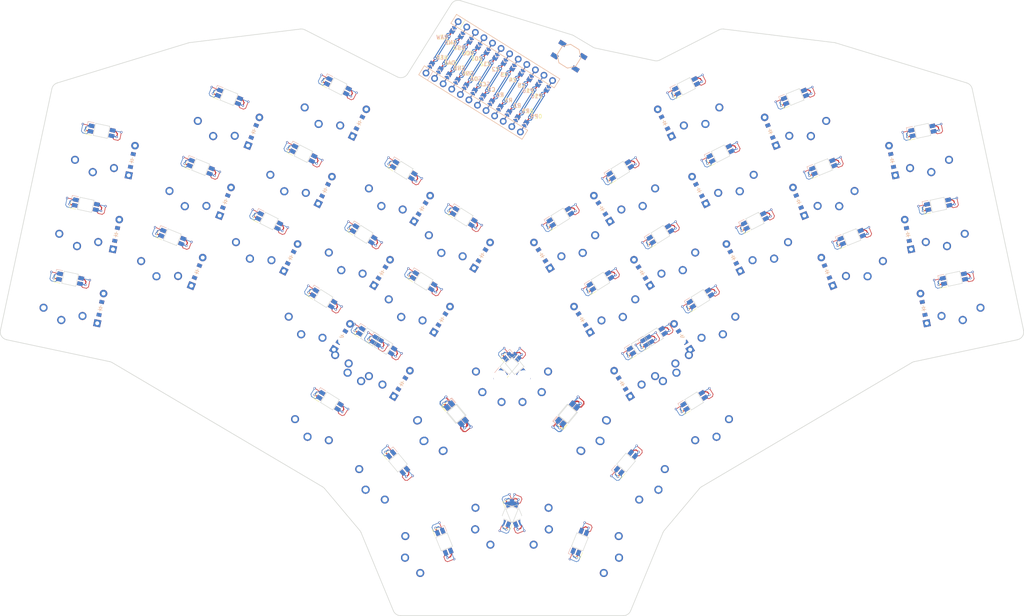
<source format=kicad_pcb>
(kicad_pcb (version 20171130) (host pcbnew 5.1.6)
  (title_block (title base) (rev 0.1) (company klackygears))
  (layers (0 F.Cu signal) (31 B.Cu signal) (34 B.Paste user) (35 F.Paste user) (36 B.SilkS user) (37 F.SilkS user) (38 B.Mask user) (39 F.Mask user) (44 Edge.Cuts user))
  (net 0 "")
  (net 1 "DAT")
  (net 2 "pinky_bottom")
  (net 3 "pinky_home")
  (net 4 "pinky_top")
  (net 5 "SDA")
  (net 6 "ring_bottom")
  (net 7 "ring_home")
  (net 8 "ring_top")
  (net 9 "SLC")
  (net 10 "middle_bottom")
  (net 11 "middle_home")
  (net 12 "middle_top")
  (net 13 "CS")
  (net 14 "index_bottom")
  (net 15 "index_home")
  (net 16 "index_top")
  (net 17 "R0")
  (net 18 "inner_bottom")
  (net 19 "inner_home")
  (net 20 "inner_top")
  (net 21 "near_thumb")
  (net 22 "near_bottom")
  (net 23 "home_thumb")
  (net 24 "home_bottom")
  (net 25 "far_thumb")
  (net 26 "far_bottom")
  (net 27 "home_home")
  (net 28 "P10")
  (net 29 "mirror_pinky_bottom")
  (net 30 "mirror_pinky_home")
  (net 31 "mirror_pinky_top")
  (net 32 "C0")
  (net 33 "mirror_ring_bottom")
  (net 34 "mirror_ring_home")
  (net 35 "mirror_ring_top")
  (net 36 "C1")
  (net 37 "mirror_middle_bottom")
  (net 38 "mirror_middle_home")
  (net 39 "mirror_middle_top")
  (net 40 "C2")
  (net 41 "mirror_index_bottom")
  (net 42 "mirror_index_home")
  (net 43 "mirror_index_top")
  (net 44 "C3")
  (net 45 "mirror_inner_bottom")
  (net 46 "mirror_inner_home")
  (net 47 "mirror_inner_top")
  (net 48 "C4")
  (net 49 "mirror_near_thumb")
  (net 50 "mirror_near_bottom")
  (net 51 "C5")
  (net 52 "mirror_home_thumb")
  (net 53 "mirror_home_bottom")
  (net 54 "P16")
  (net 55 "mirror_far_thumb")
  (net 56 "mirror_far_bottom")
  (net 57 "mirror_home_home")
  (net 58 "R1")
  (net 59 "R2")
  (net 60 "R3")
  (net 61 "RAW")
  (net 62 "GND")
  (net 63 "RST")
  (net 64 "VCC")
  (net 65 "LED")
  (net 66 "SCL")
  (net 67 "P9")
  (net 68 "MCU1_24")
  (net 69 "MCU1_1")
  (net 70 "MCU1_23")
  (net 71 "MCU1_2")
  (net 72 "MCU1_22")
  (net 73 "MCU1_3")
  (net 74 "MCU1_21")
  (net 75 "MCU1_4")
  (net 76 "MCU1_20")
  (net 77 "MCU1_5")
  (net 78 "MCU1_19")
  (net 79 "MCU1_6")
  (net 80 "MCU1_18")
  (net 81 "MCU1_7")
  (net 82 "MCU1_17")
  (net 83 "MCU1_8")
  (net 84 "MCU1_16")
  (net 85 "MCU1_9")
  (net 86 "MCU1_15")
  (net 87 "MCU1_10")
  (net 88 "MCU1_14")
  (net 89 "MCU1_11")
  (net 90 "MCU1_13")
  (net 91 "MCU1_12")
  (net 92 "LED_4")
  (net 93 "LED_3")
  (net 94 "LED_2")
  (net 95 "LED_1")
  (net 96 "LED_5")
  (net 97 "LED_6")
  (net 98 "LED_7")
  (net 99 "LED_10")
  (net 100 "LED_9")
  (net 101 "LED_8")
  (net 102 "LED_13")
  (net 103 "LED_12")
  (net 104 "LED_11")
  (net 105 "LED_14")
  (net 106 "LED_15")
  (net 107 "LED_17")
  (net 108 "LED_16")
  (net 109 "LED_20")
  (net 110 "LED_19")
  (net 111 "LED_23")
  (net 112 "LED_22")
  (net 113 "ULED_6")
  (net 114 "LED_24")
  (module PG1350 (layer F.Cu) (at 74.7090597 160.2140955 168)
    (fp_text reference "S1" hide)
    (fp_text value "" hide)
    (pad "" np_thru_hole circle (at 0 0) (size 3.429 3.429) (drill 3.429) (layers *.Cu *.Mask))
    (pad "" np_thru_hole circle (at 5.5 0) (size 1.7018 1.7018) (drill 1.7018) (layers *.Cu *.Mask))
    (pad "" np_thru_hole circle (at -5.5 0) (size 1.7018 1.7018) (drill 1.7018) (layers *.Cu *.Mask))
    (pad 1 thru_hole circle (at 5 -3.8) (size 2.032 2.032) (drill 1.27) (layers *.Cu *.Mask) (net 1 "DAT"))
    (pad 2 thru_hole circle (at 0 -5.9) (size 2.032 2.032) (drill 1.27) (layers *.Cu *.Mask) (net 2 "pinky_bottom"))
    (pad 1 thru_hole circle (at -5 -3.8) (size 2.032 2.032) (drill 1.27) (layers *.Cu *.Mask) (net 1 "DAT"))
    (pad 2 thru_hole circle (at -0 -5.9) (size 2.032 2.032) (drill 1.27) (layers *.Cu *.Mask) (net 2 "pinky_bottom"))
  )
  (module PG1350 (layer F.Cu) (at 78.6593818 141.6292911 168)
    (fp_text reference "S2" hide)
    (fp_text value "" hide)
    (pad "" np_thru_hole circle (at 0 0) (size 3.429 3.429) (drill 3.429) (layers *.Cu *.Mask))
    (pad "" np_thru_hole circle (at 5.5 0) (size 1.7018 1.7018) (drill 1.7018) (layers *.Cu *.Mask))
    (pad "" np_thru_hole circle (at -5.5 0) (size 1.7018 1.7018) (drill 1.7018) (layers *.Cu *.Mask))
    (pad 1 thru_hole circle (at 5 -3.8) (size 2.032 2.032) (drill 1.27) (layers *.Cu *.Mask) (net 1 "DAT"))
    (pad 2 thru_hole circle (at 0 -5.9) (size 2.032 2.032) (drill 1.27) (layers *.Cu *.Mask) (net 3 "pinky_home"))
    (pad 1 thru_hole circle (at -5 -3.8) (size 2.032 2.032) (drill 1.27) (layers *.Cu *.Mask) (net 1 "DAT"))
    (pad 2 thru_hole circle (at -0 -5.9) (size 2.032 2.032) (drill 1.27) (layers *.Cu *.Mask) (net 3 "pinky_home"))
  )
  (module PG1350 (layer F.Cu) (at 82.609704 123.0444867 168)
    (fp_text reference "S3" hide)
    (fp_text value "" hide)
    (pad "" np_thru_hole circle (at 0 0) (size 3.429 3.429) (drill 3.429) (layers *.Cu *.Mask))
    (pad "" np_thru_hole circle (at 5.5 0) (size 1.7018 1.7018) (drill 1.7018) (layers *.Cu *.Mask))
    (pad "" np_thru_hole circle (at -5.5 0) (size 1.7018 1.7018) (drill 1.7018) (layers *.Cu *.Mask))
    (pad 1 thru_hole circle (at 5 -3.8) (size 2.032 2.032) (drill 1.27) (layers *.Cu *.Mask) (net 1 "DAT"))
    (pad 2 thru_hole circle (at 0 -5.9) (size 2.032 2.032) (drill 1.27) (layers *.Cu *.Mask) (net 4 "pinky_top"))
    (pad 1 thru_hole circle (at -5 -3.8) (size 2.032 2.032) (drill 1.27) (layers *.Cu *.Mask) (net 1 "DAT"))
    (pad 2 thru_hole circle (at -0 -5.9) (size 2.032 2.032) (drill 1.27) (layers *.Cu *.Mask) (net 4 "pinky_top"))
  )
  (module PG1350 (layer F.Cu) (at 99.5919128 149.5264108 158)
    (fp_text reference "S4" hide)
    (fp_text value "" hide)
    (pad "" np_thru_hole circle (at 0 0) (size 3.429 3.429) (drill 3.429) (layers *.Cu *.Mask))
    (pad "" np_thru_hole circle (at 5.5 0) (size 1.7018 1.7018) (drill 1.7018) (layers *.Cu *.Mask))
    (pad "" np_thru_hole circle (at -5.5 0) (size 1.7018 1.7018) (drill 1.7018) (layers *.Cu *.Mask))
    (pad 1 thru_hole circle (at 5 -3.8) (size 2.032 2.032) (drill 1.27) (layers *.Cu *.Mask) (net 5 "SDA"))
    (pad 2 thru_hole circle (at 0 -5.9) (size 2.032 2.032) (drill 1.27) (layers *.Cu *.Mask) (net 6 "ring_bottom"))
    (pad 1 thru_hole circle (at -5 -3.8) (size 2.032 2.032) (drill 1.27) (layers *.Cu *.Mask) (net 5 "SDA"))
    (pad 2 thru_hole circle (at -0 -5.9) (size 2.032 2.032) (drill 1.27) (layers *.Cu *.Mask) (net 6 "ring_bottom"))
  )
  (module PG1350 (layer F.Cu) (at 106.709438 131.9099176 158)
    (fp_text reference "S5" hide)
    (fp_text value "" hide)
    (pad "" np_thru_hole circle (at 0 0) (size 3.429 3.429) (drill 3.429) (layers *.Cu *.Mask))
    (pad "" np_thru_hole circle (at 5.5 0) (size 1.7018 1.7018) (drill 1.7018) (layers *.Cu *.Mask))
    (pad "" np_thru_hole circle (at -5.5 0) (size 1.7018 1.7018) (drill 1.7018) (layers *.Cu *.Mask))
    (pad 1 thru_hole circle (at 5 -3.8) (size 2.032 2.032) (drill 1.27) (layers *.Cu *.Mask) (net 5 "SDA"))
    (pad 2 thru_hole circle (at 0 -5.9) (size 2.032 2.032) (drill 1.27) (layers *.Cu *.Mask) (net 7 "ring_home"))
    (pad 1 thru_hole circle (at -5 -3.8) (size 2.032 2.032) (drill 1.27) (layers *.Cu *.Mask) (net 5 "SDA"))
    (pad 2 thru_hole circle (at -0 -5.9) (size 2.032 2.032) (drill 1.27) (layers *.Cu *.Mask) (net 7 "ring_home"))
  )
  (module PG1350 (layer F.Cu) (at 113.8269633 114.2934244 158)
    (fp_text reference "S6" hide)
    (fp_text value "" hide)
    (pad "" np_thru_hole circle (at 0 0) (size 3.429 3.429) (drill 3.429) (layers *.Cu *.Mask))
    (pad "" np_thru_hole circle (at 5.5 0) (size 1.7018 1.7018) (drill 1.7018) (layers *.Cu *.Mask))
    (pad "" np_thru_hole circle (at -5.5 0) (size 1.7018 1.7018) (drill 1.7018) (layers *.Cu *.Mask))
    (pad 1 thru_hole circle (at 5 -3.8) (size 2.032 2.032) (drill 1.27) (layers *.Cu *.Mask) (net 5 "SDA"))
    (pad 2 thru_hole circle (at 0 -5.9) (size 2.032 2.032) (drill 1.27) (layers *.Cu *.Mask) (net 8 "ring_top"))
    (pad 1 thru_hole circle (at -5 -3.8) (size 2.032 2.032) (drill 1.27) (layers *.Cu *.Mask) (net 5 "SDA"))
    (pad 2 thru_hole circle (at -0 -5.9) (size 2.032 2.032) (drill 1.27) (layers *.Cu *.Mask) (net 8 "ring_top"))
  )
  (module PG1350 (layer F.Cu) (at 123.5270645 145.3033383 153)
    (fp_text reference "S7" hide)
    (fp_text value "" hide)
    (pad "" np_thru_hole circle (at 0 0) (size 3.429 3.429) (drill 3.429) (layers *.Cu *.Mask))
    (pad "" np_thru_hole circle (at 5.5 0) (size 1.7018 1.7018) (drill 1.7018) (layers *.Cu *.Mask))
    (pad "" np_thru_hole circle (at -5.5 0) (size 1.7018 1.7018) (drill 1.7018) (layers *.Cu *.Mask))
    (pad 1 thru_hole circle (at 5 -3.8) (size 2.032 2.032) (drill 1.27) (layers *.Cu *.Mask) (net 9 "SLC"))
    (pad 2 thru_hole circle (at 0 -5.9) (size 2.032 2.032) (drill 1.27) (layers *.Cu *.Mask) (net 10 "middle_bottom"))
    (pad 1 thru_hole circle (at -5 -3.8) (size 2.032 2.032) (drill 1.27) (layers *.Cu *.Mask) (net 9 "SLC"))
    (pad 2 thru_hole circle (at -0 -5.9) (size 2.032 2.032) (drill 1.27) (layers *.Cu *.Mask) (net 10 "middle_bottom"))
  )
  (module PG1350 (layer F.Cu) (at 132.152884 128.3742144 153)
    (fp_text reference "S8" hide)
    (fp_text value "" hide)
    (pad "" np_thru_hole circle (at 0 0) (size 3.429 3.429) (drill 3.429) (layers *.Cu *.Mask))
    (pad "" np_thru_hole circle (at 5.5 0) (size 1.7018 1.7018) (drill 1.7018) (layers *.Cu *.Mask))
    (pad "" np_thru_hole circle (at -5.5 0) (size 1.7018 1.7018) (drill 1.7018) (layers *.Cu *.Mask))
    (pad 1 thru_hole circle (at 5 -3.8) (size 2.032 2.032) (drill 1.27) (layers *.Cu *.Mask) (net 9 "SLC"))
    (pad 2 thru_hole circle (at 0 -5.9) (size 2.032 2.032) (drill 1.27) (layers *.Cu *.Mask) (net 11 "middle_home"))
    (pad 1 thru_hole circle (at -5 -3.8) (size 2.032 2.032) (drill 1.27) (layers *.Cu *.Mask) (net 9 "SLC"))
    (pad 2 thru_hole circle (at -0 -5.9) (size 2.032 2.032) (drill 1.27) (layers *.Cu *.Mask) (net 11 "middle_home"))
  )
  (module PG1350 (layer F.Cu) (at 140.7787035 111.4450904 153)
    (fp_text reference "S9" hide)
    (fp_text value "" hide)
    (pad "" np_thru_hole circle (at 0 0) (size 3.429 3.429) (drill 3.429) (layers *.Cu *.Mask))
    (pad "" np_thru_hole circle (at 5.5 0) (size 1.7018 1.7018) (drill 1.7018) (layers *.Cu *.Mask))
    (pad "" np_thru_hole circle (at -5.5 0) (size 1.7018 1.7018) (drill 1.7018) (layers *.Cu *.Mask))
    (pad 1 thru_hole circle (at 5 -3.8) (size 2.032 2.032) (drill 1.27) (layers *.Cu *.Mask) (net 9 "SLC"))
    (pad 2 thru_hole circle (at 0 -5.9) (size 2.032 2.032) (drill 1.27) (layers *.Cu *.Mask) (net 12 "middle_top"))
    (pad 1 thru_hole circle (at -5 -3.8) (size 2.032 2.032) (drill 1.27) (layers *.Cu *.Mask) (net 9 "SLC"))
    (pad 2 thru_hole circle (at -0 -5.9) (size 2.032 2.032) (drill 1.27) (layers *.Cu *.Mask) (net 12 "middle_top"))
  )
  (module PG1350 (layer F.Cu) (at 136.843429 164.5665782 148)
    (fp_text reference "S10" hide)
    (fp_text value "" hide)
    (pad "" np_thru_hole circle (at 0 0) (size 3.429 3.429) (drill 3.429) (layers *.Cu *.Mask))
    (pad "" np_thru_hole circle (at 5.5 0) (size 1.7018 1.7018) (drill 1.7018) (layers *.Cu *.Mask))
    (pad "" np_thru_hole circle (at -5.5 0) (size 1.7018 1.7018) (drill 1.7018) (layers *.Cu *.Mask))
    (pad 1 thru_hole circle (at 5 -3.8) (size 2.032 2.032) (drill 1.27) (layers *.Cu *.Mask) (net 13 "CS"))
    (pad 2 thru_hole circle (at 0 -5.9) (size 2.032 2.032) (drill 1.27) (layers *.Cu *.Mask) (net 14 "index_bottom"))
    (pad 1 thru_hole circle (at -5 -3.8) (size 2.032 2.032) (drill 1.27) (layers *.Cu *.Mask) (net 13 "CS"))
    (pad 2 thru_hole circle (at -0 -5.9) (size 2.032 2.032) (drill 1.27) (layers *.Cu *.Mask) (net 14 "index_bottom"))
  )
  (module PG1350 (layer F.Cu) (at 146.911895 148.4536644 148)
    (fp_text reference "S11" hide)
    (fp_text value "" hide)
    (pad "" np_thru_hole circle (at 0 0) (size 3.429 3.429) (drill 3.429) (layers *.Cu *.Mask))
    (pad "" np_thru_hole circle (at 5.5 0) (size 1.7018 1.7018) (drill 1.7018) (layers *.Cu *.Mask))
    (pad "" np_thru_hole circle (at -5.5 0) (size 1.7018 1.7018) (drill 1.7018) (layers *.Cu *.Mask))
    (pad 1 thru_hole circle (at 5 -3.8) (size 2.032 2.032) (drill 1.27) (layers *.Cu *.Mask) (net 13 "CS"))
    (pad 2 thru_hole circle (at 0 -5.9) (size 2.032 2.032) (drill 1.27) (layers *.Cu *.Mask) (net 15 "index_home"))
    (pad 1 thru_hole circle (at -5 -3.8) (size 2.032 2.032) (drill 1.27) (layers *.Cu *.Mask) (net 13 "CS"))
    (pad 2 thru_hole circle (at -0 -5.9) (size 2.032 2.032) (drill 1.27) (layers *.Cu *.Mask) (net 15 "index_home"))
  )
  (module PG1350 (layer F.Cu) (at 156.980361 132.3407506 148)
    (fp_text reference "S12" hide)
    (fp_text value "" hide)
    (pad "" np_thru_hole circle (at 0 0) (size 3.429 3.429) (drill 3.429) (layers *.Cu *.Mask))
    (pad "" np_thru_hole circle (at 5.5 0) (size 1.7018 1.7018) (drill 1.7018) (layers *.Cu *.Mask))
    (pad "" np_thru_hole circle (at -5.5 0) (size 1.7018 1.7018) (drill 1.7018) (layers *.Cu *.Mask))
    (pad 1 thru_hole circle (at 5 -3.8) (size 2.032 2.032) (drill 1.27) (layers *.Cu *.Mask) (net 13 "CS"))
    (pad 2 thru_hole circle (at 0 -5.9) (size 2.032 2.032) (drill 1.27) (layers *.Cu *.Mask) (net 16 "index_top"))
    (pad 1 thru_hole circle (at -5 -3.8) (size 2.032 2.032) (drill 1.27) (layers *.Cu *.Mask) (net 13 "CS"))
    (pad 2 thru_hole circle (at -0 -5.9) (size 2.032 2.032) (drill 1.27) (layers *.Cu *.Mask) (net 16 "index_top"))
  )
  (module PG1350 (layer F.Cu) (at 151.8965042 176.3311406 148)
    (fp_text reference "S13" hide)
    (fp_text value "" hide)
    (pad "" np_thru_hole circle (at 0 0) (size 3.429 3.429) (drill 3.429) (layers *.Cu *.Mask))
    (pad "" np_thru_hole circle (at 5.5 0) (size 1.7018 1.7018) (drill 1.7018) (layers *.Cu *.Mask))
    (pad "" np_thru_hole circle (at -5.5 0) (size 1.7018 1.7018) (drill 1.7018) (layers *.Cu *.Mask))
    (pad 1 thru_hole circle (at 5 -3.8) (size 2.032 2.032) (drill 1.27) (layers *.Cu *.Mask) (net 17 "R0"))
    (pad 2 thru_hole circle (at 0 -5.9) (size 2.032 2.032) (drill 1.27) (layers *.Cu *.Mask) (net 18 "inner_bottom"))
    (pad 1 thru_hole circle (at -5 -3.8) (size 2.032 2.032) (drill 1.27) (layers *.Cu *.Mask) (net 17 "R0"))
    (pad 2 thru_hole circle (at -0 -5.9) (size 2.032 2.032) (drill 1.27) (layers *.Cu *.Mask) (net 18 "inner_bottom"))
  )
  (module PG1350 (layer F.Cu) (at 161.9649702 160.2182268 148)
    (fp_text reference "S14" hide)
    (fp_text value "" hide)
    (pad "" np_thru_hole circle (at 0 0) (size 3.429 3.429) (drill 3.429) (layers *.Cu *.Mask))
    (pad "" np_thru_hole circle (at 5.5 0) (size 1.7018 1.7018) (drill 1.7018) (layers *.Cu *.Mask))
    (pad "" np_thru_hole circle (at -5.5 0) (size 1.7018 1.7018) (drill 1.7018) (layers *.Cu *.Mask))
    (pad 1 thru_hole circle (at 5 -3.8) (size 2.032 2.032) (drill 1.27) (layers *.Cu *.Mask) (net 17 "R0"))
    (pad 2 thru_hole circle (at 0 -5.9) (size 2.032 2.032) (drill 1.27) (layers *.Cu *.Mask) (net 19 "inner_home"))
    (pad 1 thru_hole circle (at -5 -3.8) (size 2.032 2.032) (drill 1.27) (layers *.Cu *.Mask) (net 17 "R0"))
    (pad 2 thru_hole circle (at -0 -5.9) (size 2.032 2.032) (drill 1.27) (layers *.Cu *.Mask) (net 19 "inner_home"))
  )
  (module PG1350 (layer F.Cu) (at 172.0334362 144.105313 148)
    (fp_text reference "S15" hide)
    (fp_text value "" hide)
    (pad "" np_thru_hole circle (at 0 0) (size 3.429 3.429) (drill 3.429) (layers *.Cu *.Mask))
    (pad "" np_thru_hole circle (at 5.5 0) (size 1.7018 1.7018) (drill 1.7018) (layers *.Cu *.Mask))
    (pad "" np_thru_hole circle (at -5.5 0) (size 1.7018 1.7018) (drill 1.7018) (layers *.Cu *.Mask))
    (pad 1 thru_hole circle (at 5 -3.8) (size 2.032 2.032) (drill 1.27) (layers *.Cu *.Mask) (net 17 "R0"))
    (pad 2 thru_hole circle (at 0 -5.9) (size 2.032 2.032) (drill 1.27) (layers *.Cu *.Mask) (net 20 "inner_top"))
    (pad 1 thru_hole circle (at -5 -3.8) (size 2.032 2.032) (drill 1.27) (layers *.Cu *.Mask) (net 17 "R0"))
    (pad 2 thru_hole circle (at -0 -5.9) (size 2.032 2.032) (drill 1.27) (layers *.Cu *.Mask) (net 20 "inner_top"))
  )
  (module PG1350 (layer F.Cu) (at 138.4358458 190.3243774 148)
    (fp_text reference "S16" hide)
    (fp_text value "" hide)
    (pad "" np_thru_hole circle (at 0 0) (size 3.429 3.429) (drill 3.429) (layers *.Cu *.Mask))
    (pad "" np_thru_hole circle (at 5.5 0) (size 1.7018 1.7018) (drill 1.7018) (layers *.Cu *.Mask))
    (pad "" np_thru_hole circle (at -5.5 0) (size 1.7018 1.7018) (drill 1.7018) (layers *.Cu *.Mask))
    (pad 1 thru_hole circle (at 5 -3.8) (size 2.032 2.032) (drill 1.27) (layers *.Cu *.Mask) (net 5 "SDA"))
    (pad 2 thru_hole circle (at 0 -5.9) (size 2.032 2.032) (drill 1.27) (layers *.Cu *.Mask) (net 21 "near_thumb"))
    (pad 1 thru_hole circle (at -5 -3.8) (size 2.032 2.032) (drill 1.27) (layers *.Cu *.Mask) (net 5 "SDA"))
    (pad 2 thru_hole circle (at -0 -5.9) (size 2.032 2.032) (drill 1.27) (layers *.Cu *.Mask) (net 21 "near_thumb"))
  )
  (module PG1350 (layer F.Cu) (at 148.5043118 174.2114636 148)
    (fp_text reference "S17" hide)
    (fp_text value "" hide)
    (pad "" np_thru_hole circle (at 0 0) (size 3.429 3.429) (drill 3.429) (layers *.Cu *.Mask))
    (pad "" np_thru_hole circle (at 5.5 0) (size 1.7018 1.7018) (drill 1.7018) (layers *.Cu *.Mask))
    (pad "" np_thru_hole circle (at -5.5 0) (size 1.7018 1.7018) (drill 1.7018) (layers *.Cu *.Mask))
    (pad 1 thru_hole circle (at 5 -3.8) (size 2.032 2.032) (drill 1.27) (layers *.Cu *.Mask) (net 5 "SDA"))
    (pad 2 thru_hole circle (at 0 -5.9) (size 2.032 2.032) (drill 1.27) (layers *.Cu *.Mask) (net 22 "near_bottom"))
    (pad 1 thru_hole circle (at -5 -3.8) (size 2.032 2.032) (drill 1.27) (layers *.Cu *.Mask) (net 5 "SDA"))
    (pad 2 thru_hole circle (at -0 -5.9) (size 2.032 2.032) (drill 1.27) (layers *.Cu *.Mask) (net 22 "near_bottom"))
  )
  (module PG1350 (layer F.Cu) (at 154.4160209 204.8375648 130)
    (fp_text reference "S18" hide)
    (fp_text value "" hide)
    (pad "" np_thru_hole circle (at 0 0) (size 3.429 3.429) (drill 3.429) (layers *.Cu *.Mask))
    (pad "" np_thru_hole circle (at 5.5 0) (size 1.7018 1.7018) (drill 1.7018) (layers *.Cu *.Mask))
    (pad "" np_thru_hole circle (at -5.5 0) (size 1.7018 1.7018) (drill 1.7018) (layers *.Cu *.Mask))
    (pad 1 thru_hole circle (at 5 -3.8) (size 2.032 2.032) (drill 1.27) (layers *.Cu *.Mask) (net 9 "SLC"))
    (pad 2 thru_hole circle (at 0 -5.9) (size 2.032 2.032) (drill 1.27) (layers *.Cu *.Mask) (net 23 "home_thumb"))
    (pad 1 thru_hole circle (at -5 -3.8) (size 2.032 2.032) (drill 1.27) (layers *.Cu *.Mask) (net 9 "SLC"))
    (pad 2 thru_hole circle (at -0 -5.9) (size 2.032 2.032) (drill 1.27) (layers *.Cu *.Mask) (net 23 "home_thumb"))
  )
  (module PG1350 (layer F.Cu) (at 168.9708653 192.6246002 130)
    (fp_text reference "S19" hide)
    (fp_text value "" hide)
    (pad "" np_thru_hole circle (at 0 0) (size 3.429 3.429) (drill 3.429) (layers *.Cu *.Mask))
    (pad "" np_thru_hole circle (at 5.5 0) (size 1.7018 1.7018) (drill 1.7018) (layers *.Cu *.Mask))
    (pad "" np_thru_hole circle (at -5.5 0) (size 1.7018 1.7018) (drill 1.7018) (layers *.Cu *.Mask))
    (pad 1 thru_hole circle (at 5 -3.8) (size 2.032 2.032) (drill 1.27) (layers *.Cu *.Mask) (net 9 "SLC"))
    (pad 2 thru_hole circle (at 0 -5.9) (size 2.032 2.032) (drill 1.27) (layers *.Cu *.Mask) (net 24 "home_bottom"))
    (pad 1 thru_hole circle (at -5 -3.8) (size 2.032 2.032) (drill 1.27) (layers *.Cu *.Mask) (net 9 "SLC"))
    (pad 2 thru_hole circle (at -0 -5.9) (size 2.032 2.032) (drill 1.27) (layers *.Cu *.Mask) (net 24 "home_bottom"))
  )
  (module PG1350 (layer F.Cu) (at 165.2633395 223.4980021 112)
    (fp_text reference "S20" hide)
    (fp_text value "" hide)
    (pad "" np_thru_hole circle (at 0 0) (size 3.429 3.429) (drill 3.429) (layers *.Cu *.Mask))
    (pad "" np_thru_hole circle (at 5.5 0) (size 1.7018 1.7018) (drill 1.7018) (layers *.Cu *.Mask))
    (pad "" np_thru_hole circle (at -5.5 0) (size 1.7018 1.7018) (drill 1.7018) (layers *.Cu *.Mask))
    (pad 1 thru_hole circle (at 5 -3.8) (size 2.032 2.032) (drill 1.27) (layers *.Cu *.Mask) (net 13 "CS"))
    (pad 2 thru_hole circle (at 0 -5.9) (size 2.032 2.032) (drill 1.27) (layers *.Cu *.Mask) (net 25 "far_thumb"))
    (pad 1 thru_hole circle (at -5 -3.8) (size 2.032 2.032) (drill 1.27) (layers *.Cu *.Mask) (net 13 "CS"))
    (pad 2 thru_hole circle (at -0 -5.9) (size 2.032 2.032) (drill 1.27) (layers *.Cu *.Mask) (net 25 "far_thumb"))
  )
  (module PG1350 (layer F.Cu) (at 182.8798327 216.3804769 112)
    (fp_text reference "S21" hide)
    (fp_text value "" hide)
    (pad "" np_thru_hole circle (at 0 0) (size 3.429 3.429) (drill 3.429) (layers *.Cu *.Mask))
    (pad "" np_thru_hole circle (at 5.5 0) (size 1.7018 1.7018) (drill 1.7018) (layers *.Cu *.Mask))
    (pad "" np_thru_hole circle (at -5.5 0) (size 1.7018 1.7018) (drill 1.7018) (layers *.Cu *.Mask))
    (pad 1 thru_hole circle (at 5 -3.8) (size 2.032 2.032) (drill 1.27) (layers *.Cu *.Mask) (net 13 "CS"))
    (pad 2 thru_hole circle (at 0 -5.9) (size 2.032 2.032) (drill 1.27) (layers *.Cu *.Mask) (net 26 "far_bottom"))
    (pad 1 thru_hole circle (at -5 -3.8) (size 2.032 2.032) (drill 1.27) (layers *.Cu *.Mask) (net 13 "CS"))
    (pad 2 thru_hole circle (at -0 -5.9) (size 2.032 2.032) (drill 1.27) (layers *.Cu *.Mask) (net 26 "far_bottom"))
  )
  (module PG1350 (layer F.Cu) (at 169.172845 192.527867 130)
    (fp_text reference "S22" hide)
    (fp_text value "" hide)
    (pad "" np_thru_hole circle (at 0 0) (size 3.429 3.429) (drill 3.429) (layers *.Cu *.Mask))
    (pad "" np_thru_hole circle (at 5.5 0) (size 1.7018 1.7018) (drill 1.7018) (layers *.Cu *.Mask))
    (pad "" np_thru_hole circle (at -5.5 0) (size 1.7018 1.7018) (drill 1.7018) (layers *.Cu *.Mask))
    (pad 1 thru_hole circle (at 5 -3.8) (size 2.032 2.032) (drill 1.27) (layers *.Cu *.Mask) (net 17 "R0"))
    (pad 2 thru_hole circle (at 0 -5.9) (size 2.032 2.032) (drill 1.27) (layers *.Cu *.Mask) (net 23 "home_thumb"))
    (pad 1 thru_hole circle (at -5 -3.8) (size 2.032 2.032) (drill 1.27) (layers *.Cu *.Mask) (net 17 "R0"))
    (pad 2 thru_hole circle (at -0 -5.9) (size 2.032 2.032) (drill 1.27) (layers *.Cu *.Mask) (net 23 "home_thumb"))
  )
  (module PG1350 (layer F.Cu) (at 183.7276894 180.3149024 130)
    (fp_text reference "S23" hide)
    (fp_text value "" hide)
    (pad "" np_thru_hole circle (at 0 0) (size 3.429 3.429) (drill 3.429) (layers *.Cu *.Mask))
    (pad "" np_thru_hole circle (at 5.5 0) (size 1.7018 1.7018) (drill 1.7018) (layers *.Cu *.Mask))
    (pad "" np_thru_hole circle (at -5.5 0) (size 1.7018 1.7018) (drill 1.7018) (layers *.Cu *.Mask))
    (pad 1 thru_hole circle (at 5 -3.8) (size 2.032 2.032) (drill 1.27) (layers *.Cu *.Mask) (net 17 "R0"))
    (pad 2 thru_hole circle (at 0 -5.9) (size 2.032 2.032) (drill 1.27) (layers *.Cu *.Mask) (net 27 "home_home"))
    (pad 1 thru_hole circle (at -5 -3.8) (size 2.032 2.032) (drill 1.27) (layers *.Cu *.Mask) (net 17 "R0"))
    (pad 2 thru_hole circle (at -0 -5.9) (size 2.032 2.032) (drill 1.27) (layers *.Cu *.Mask) (net 27 "home_home"))
  )
  (module PG1350 (layer F.Cu) (at 298.6097039 160.2140955 -168)
    (fp_text reference "S24" hide)
    (fp_text value "" hide)
    (pad "" np_thru_hole circle (at 0 0) (size 3.429 3.429) (drill 3.429) (layers *.Cu *.Mask))
    (pad "" np_thru_hole circle (at 5.5 0) (size 1.7018 1.7018) (drill 1.7018) (layers *.Cu *.Mask))
    (pad "" np_thru_hole circle (at -5.5 0) (size 1.7018 1.7018) (drill 1.7018) (layers *.Cu *.Mask))
    (pad 1 thru_hole circle (at 5 -3.8) (size 2.032 2.032) (drill 1.27) (layers *.Cu *.Mask) (net 28 "P10"))
    (pad 2 thru_hole circle (at 0 -5.9) (size 2.032 2.032) (drill 1.27) (layers *.Cu *.Mask) (net 29 "mirror_pinky_bottom"))
    (pad 1 thru_hole circle (at -5 -3.8) (size 2.032 2.032) (drill 1.27) (layers *.Cu *.Mask) (net 28 "P10"))
    (pad 2 thru_hole circle (at -0 -5.9) (size 2.032 2.032) (drill 1.27) (layers *.Cu *.Mask) (net 29 "mirror_pinky_bottom"))
  )
  (module PG1350 (layer F.Cu) (at 294.6593818 141.6292911 -168)
    (fp_text reference "S25" hide)
    (fp_text value "" hide)
    (pad "" np_thru_hole circle (at 0 0) (size 3.429 3.429) (drill 3.429) (layers *.Cu *.Mask))
    (pad "" np_thru_hole circle (at 5.5 0) (size 1.7018 1.7018) (drill 1.7018) (layers *.Cu *.Mask))
    (pad "" np_thru_hole circle (at -5.5 0) (size 1.7018 1.7018) (drill 1.7018) (layers *.Cu *.Mask))
    (pad 1 thru_hole circle (at 5 -3.8) (size 2.032 2.032) (drill 1.27) (layers *.Cu *.Mask) (net 28 "P10"))
    (pad 2 thru_hole circle (at 0 -5.9) (size 2.032 2.032) (drill 1.27) (layers *.Cu *.Mask) (net 30 "mirror_pinky_home"))
    (pad 1 thru_hole circle (at -5 -3.8) (size 2.032 2.032) (drill 1.27) (layers *.Cu *.Mask) (net 28 "P10"))
    (pad 2 thru_hole circle (at -0 -5.9) (size 2.032 2.032) (drill 1.27) (layers *.Cu *.Mask) (net 30 "mirror_pinky_home"))
  )
  (module PG1350 (layer F.Cu) (at 290.70905960000005 123.0444867 -168)
    (fp_text reference "S26" hide)
    (fp_text value "" hide)
    (pad "" np_thru_hole circle (at 0 0) (size 3.429 3.429) (drill 3.429) (layers *.Cu *.Mask))
    (pad "" np_thru_hole circle (at 5.5 0) (size 1.7018 1.7018) (drill 1.7018) (layers *.Cu *.Mask))
    (pad "" np_thru_hole circle (at -5.5 0) (size 1.7018 1.7018) (drill 1.7018) (layers *.Cu *.Mask))
    (pad 1 thru_hole circle (at 5 -3.8) (size 2.032 2.032) (drill 1.27) (layers *.Cu *.Mask) (net 28 "P10"))
    (pad 2 thru_hole circle (at 0 -5.9) (size 2.032 2.032) (drill 1.27) (layers *.Cu *.Mask) (net 31 "mirror_pinky_top"))
    (pad 1 thru_hole circle (at -5 -3.8) (size 2.032 2.032) (drill 1.27) (layers *.Cu *.Mask) (net 28 "P10"))
    (pad 2 thru_hole circle (at -0 -5.9) (size 2.032 2.032) (drill 1.27) (layers *.Cu *.Mask) (net 31 "mirror_pinky_top"))
  )
  (module PG1350 (layer F.Cu) (at 273.7268508 149.5264108 -158)
    (fp_text reference "S27" hide)
    (fp_text value "" hide)
    (pad "" np_thru_hole circle (at 0 0) (size 3.429 3.429) (drill 3.429) (layers *.Cu *.Mask))
    (pad "" np_thru_hole circle (at 5.5 0) (size 1.7018 1.7018) (drill 1.7018) (layers *.Cu *.Mask))
    (pad "" np_thru_hole circle (at -5.5 0) (size 1.7018 1.7018) (drill 1.7018) (layers *.Cu *.Mask))
    (pad 1 thru_hole circle (at 5 -3.8) (size 2.032 2.032) (drill 1.27) (layers *.Cu *.Mask) (net 32 "C0"))
    (pad 2 thru_hole circle (at 0 -5.9) (size 2.032 2.032) (drill 1.27) (layers *.Cu *.Mask) (net 33 "mirror_ring_bottom"))
    (pad 1 thru_hole circle (at -5 -3.8) (size 2.032 2.032) (drill 1.27) (layers *.Cu *.Mask) (net 32 "C0"))
    (pad 2 thru_hole circle (at -0 -5.9) (size 2.032 2.032) (drill 1.27) (layers *.Cu *.Mask) (net 33 "mirror_ring_bottom"))
  )
  (module PG1350 (layer F.Cu) (at 266.60932560000003 131.9099176 -158)
    (fp_text reference "S28" hide)
    (fp_text value "" hide)
    (pad "" np_thru_hole circle (at 0 0) (size 3.429 3.429) (drill 3.429) (layers *.Cu *.Mask))
    (pad "" np_thru_hole circle (at 5.5 0) (size 1.7018 1.7018) (drill 1.7018) (layers *.Cu *.Mask))
    (pad "" np_thru_hole circle (at -5.5 0) (size 1.7018 1.7018) (drill 1.7018) (layers *.Cu *.Mask))
    (pad 1 thru_hole circle (at 5 -3.8) (size 2.032 2.032) (drill 1.27) (layers *.Cu *.Mask) (net 32 "C0"))
    (pad 2 thru_hole circle (at 0 -5.9) (size 2.032 2.032) (drill 1.27) (layers *.Cu *.Mask) (net 34 "mirror_ring_home"))
    (pad 1 thru_hole circle (at -5 -3.8) (size 2.032 2.032) (drill 1.27) (layers *.Cu *.Mask) (net 32 "C0"))
    (pad 2 thru_hole circle (at -0 -5.9) (size 2.032 2.032) (drill 1.27) (layers *.Cu *.Mask) (net 34 "mirror_ring_home"))
  )
  (module PG1350 (layer F.Cu) (at 259.4918003 114.2934244 -158)
    (fp_text reference "S29" hide)
    (fp_text value "" hide)
    (pad "" np_thru_hole circle (at 0 0) (size 3.429 3.429) (drill 3.429) (layers *.Cu *.Mask))
    (pad "" np_thru_hole circle (at 5.5 0) (size 1.7018 1.7018) (drill 1.7018) (layers *.Cu *.Mask))
    (pad "" np_thru_hole circle (at -5.5 0) (size 1.7018 1.7018) (drill 1.7018) (layers *.Cu *.Mask))
    (pad 1 thru_hole circle (at 5 -3.8) (size 2.032 2.032) (drill 1.27) (layers *.Cu *.Mask) (net 32 "C0"))
    (pad 2 thru_hole circle (at 0 -5.9) (size 2.032 2.032) (drill 1.27) (layers *.Cu *.Mask) (net 35 "mirror_ring_top"))
    (pad 1 thru_hole circle (at -5 -3.8) (size 2.032 2.032) (drill 1.27) (layers *.Cu *.Mask) (net 32 "C0"))
    (pad 2 thru_hole circle (at -0 -5.9) (size 2.032 2.032) (drill 1.27) (layers *.Cu *.Mask) (net 35 "mirror_ring_top"))
  )
  (module PG1350 (layer F.Cu) (at 249.79169910000002 145.3033383 -153)
    (fp_text reference "S30" hide)
    (fp_text value "" hide)
    (pad "" np_thru_hole circle (at 0 0) (size 3.429 3.429) (drill 3.429) (layers *.Cu *.Mask))
    (pad "" np_thru_hole circle (at 5.5 0) (size 1.7018 1.7018) (drill 1.7018) (layers *.Cu *.Mask))
    (pad "" np_thru_hole circle (at -5.5 0) (size 1.7018 1.7018) (drill 1.7018) (layers *.Cu *.Mask))
    (pad 1 thru_hole circle (at 5 -3.8) (size 2.032 2.032) (drill 1.27) (layers *.Cu *.Mask) (net 36 "C1"))
    (pad 2 thru_hole circle (at 0 -5.9) (size 2.032 2.032) (drill 1.27) (layers *.Cu *.Mask) (net 37 "mirror_middle_bottom"))
    (pad 1 thru_hole circle (at -5 -3.8) (size 2.032 2.032) (drill 1.27) (layers *.Cu *.Mask) (net 36 "C1"))
    (pad 2 thru_hole circle (at -0 -5.9) (size 2.032 2.032) (drill 1.27) (layers *.Cu *.Mask) (net 37 "mirror_middle_bottom"))
  )
  (module PG1350 (layer F.Cu) (at 241.1658796 128.3742144 -153)
    (fp_text reference "S31" hide)
    (fp_text value "" hide)
    (pad "" np_thru_hole circle (at 0 0) (size 3.429 3.429) (drill 3.429) (layers *.Cu *.Mask))
    (pad "" np_thru_hole circle (at 5.5 0) (size 1.7018 1.7018) (drill 1.7018) (layers *.Cu *.Mask))
    (pad "" np_thru_hole circle (at -5.5 0) (size 1.7018 1.7018) (drill 1.7018) (layers *.Cu *.Mask))
    (pad 1 thru_hole circle (at 5 -3.8) (size 2.032 2.032) (drill 1.27) (layers *.Cu *.Mask) (net 36 "C1"))
    (pad 2 thru_hole circle (at 0 -5.9) (size 2.032 2.032) (drill 1.27) (layers *.Cu *.Mask) (net 38 "mirror_middle_home"))
    (pad 1 thru_hole circle (at -5 -3.8) (size 2.032 2.032) (drill 1.27) (layers *.Cu *.Mask) (net 36 "C1"))
    (pad 2 thru_hole circle (at -0 -5.9) (size 2.032 2.032) (drill 1.27) (layers *.Cu *.Mask) (net 38 "mirror_middle_home"))
  )
  (module PG1350 (layer F.Cu) (at 232.5400601 111.4450904 -153)
    (fp_text reference "S32" hide)
    (fp_text value "" hide)
    (pad "" np_thru_hole circle (at 0 0) (size 3.429 3.429) (drill 3.429) (layers *.Cu *.Mask))
    (pad "" np_thru_hole circle (at 5.5 0) (size 1.7018 1.7018) (drill 1.7018) (layers *.Cu *.Mask))
    (pad "" np_thru_hole circle (at -5.5 0) (size 1.7018 1.7018) (drill 1.7018) (layers *.Cu *.Mask))
    (pad 1 thru_hole circle (at 5 -3.8) (size 2.032 2.032) (drill 1.27) (layers *.Cu *.Mask) (net 36 "C1"))
    (pad 2 thru_hole circle (at 0 -5.9) (size 2.032 2.032) (drill 1.27) (layers *.Cu *.Mask) (net 39 "mirror_middle_top"))
    (pad 1 thru_hole circle (at -5 -3.8) (size 2.032 2.032) (drill 1.27) (layers *.Cu *.Mask) (net 36 "C1"))
    (pad 2 thru_hole circle (at -0 -5.9) (size 2.032 2.032) (drill 1.27) (layers *.Cu *.Mask) (net 39 "mirror_middle_top"))
  )
  (module PG1350 (layer F.Cu) (at 236.47533460000002 164.5665782 -148)
    (fp_text reference "S33" hide)
    (fp_text value "" hide)
    (pad "" np_thru_hole circle (at 0 0) (size 3.429 3.429) (drill 3.429) (layers *.Cu *.Mask))
    (pad "" np_thru_hole circle (at 5.5 0) (size 1.7018 1.7018) (drill 1.7018) (layers *.Cu *.Mask))
    (pad "" np_thru_hole circle (at -5.5 0) (size 1.7018 1.7018) (drill 1.7018) (layers *.Cu *.Mask))
    (pad 1 thru_hole circle (at 5 -3.8) (size 2.032 2.032) (drill 1.27) (layers *.Cu *.Mask) (net 40 "C2"))
    (pad 2 thru_hole circle (at 0 -5.9) (size 2.032 2.032) (drill 1.27) (layers *.Cu *.Mask) (net 41 "mirror_index_bottom"))
    (pad 1 thru_hole circle (at -5 -3.8) (size 2.032 2.032) (drill 1.27) (layers *.Cu *.Mask) (net 40 "C2"))
    (pad 2 thru_hole circle (at -0 -5.9) (size 2.032 2.032) (drill 1.27) (layers *.Cu *.Mask) (net 41 "mirror_index_bottom"))
  )
  (module PG1350 (layer F.Cu) (at 226.40686860000002 148.4536644 -148)
    (fp_text reference "S34" hide)
    (fp_text value "" hide)
    (pad "" np_thru_hole circle (at 0 0) (size 3.429 3.429) (drill 3.429) (layers *.Cu *.Mask))
    (pad "" np_thru_hole circle (at 5.5 0) (size 1.7018 1.7018) (drill 1.7018) (layers *.Cu *.Mask))
    (pad "" np_thru_hole circle (at -5.5 0) (size 1.7018 1.7018) (drill 1.7018) (layers *.Cu *.Mask))
    (pad 1 thru_hole circle (at 5 -3.8) (size 2.032 2.032) (drill 1.27) (layers *.Cu *.Mask) (net 40 "C2"))
    (pad 2 thru_hole circle (at 0 -5.9) (size 2.032 2.032) (drill 1.27) (layers *.Cu *.Mask) (net 42 "mirror_index_home"))
    (pad 1 thru_hole circle (at -5 -3.8) (size 2.032 2.032) (drill 1.27) (layers *.Cu *.Mask) (net 40 "C2"))
    (pad 2 thru_hole circle (at -0 -5.9) (size 2.032 2.032) (drill 1.27) (layers *.Cu *.Mask) (net 42 "mirror_index_home"))
  )
  (module PG1350 (layer F.Cu) (at 216.33840260000002 132.3407506 -148)
    (fp_text reference "S35" hide)
    (fp_text value "" hide)
    (pad "" np_thru_hole circle (at 0 0) (size 3.429 3.429) (drill 3.429) (layers *.Cu *.Mask))
    (pad "" np_thru_hole circle (at 5.5 0) (size 1.7018 1.7018) (drill 1.7018) (layers *.Cu *.Mask))
    (pad "" np_thru_hole circle (at -5.5 0) (size 1.7018 1.7018) (drill 1.7018) (layers *.Cu *.Mask))
    (pad 1 thru_hole circle (at 5 -3.8) (size 2.032 2.032) (drill 1.27) (layers *.Cu *.Mask) (net 40 "C2"))
    (pad 2 thru_hole circle (at 0 -5.9) (size 2.032 2.032) (drill 1.27) (layers *.Cu *.Mask) (net 43 "mirror_index_top"))
    (pad 1 thru_hole circle (at -5 -3.8) (size 2.032 2.032) (drill 1.27) (layers *.Cu *.Mask) (net 40 "C2"))
    (pad 2 thru_hole circle (at -0 -5.9) (size 2.032 2.032) (drill 1.27) (layers *.Cu *.Mask) (net 43 "mirror_index_top"))
  )
  (module PG1350 (layer F.Cu) (at 221.4222594 176.3311406 -148)
    (fp_text reference "S36" hide)
    (fp_text value "" hide)
    (pad "" np_thru_hole circle (at 0 0) (size 3.429 3.429) (drill 3.429) (layers *.Cu *.Mask))
    (pad "" np_thru_hole circle (at 5.5 0) (size 1.7018 1.7018) (drill 1.7018) (layers *.Cu *.Mask))
    (pad "" np_thru_hole circle (at -5.5 0) (size 1.7018 1.7018) (drill 1.7018) (layers *.Cu *.Mask))
    (pad 1 thru_hole circle (at 5 -3.8) (size 2.032 2.032) (drill 1.27) (layers *.Cu *.Mask) (net 44 "C3"))
    (pad 2 thru_hole circle (at 0 -5.9) (size 2.032 2.032) (drill 1.27) (layers *.Cu *.Mask) (net 45 "mirror_inner_bottom"))
    (pad 1 thru_hole circle (at -5 -3.8) (size 2.032 2.032) (drill 1.27) (layers *.Cu *.Mask) (net 44 "C3"))
    (pad 2 thru_hole circle (at -0 -5.9) (size 2.032 2.032) (drill 1.27) (layers *.Cu *.Mask) (net 45 "mirror_inner_bottom"))
  )
  (module PG1350 (layer F.Cu) (at 211.3537934 160.2182268 -148)
    (fp_text reference "S37" hide)
    (fp_text value "" hide)
    (pad "" np_thru_hole circle (at 0 0) (size 3.429 3.429) (drill 3.429) (layers *.Cu *.Mask))
    (pad "" np_thru_hole circle (at 5.5 0) (size 1.7018 1.7018) (drill 1.7018) (layers *.Cu *.Mask))
    (pad "" np_thru_hole circle (at -5.5 0) (size 1.7018 1.7018) (drill 1.7018) (layers *.Cu *.Mask))
    (pad 1 thru_hole circle (at 5 -3.8) (size 2.032 2.032) (drill 1.27) (layers *.Cu *.Mask) (net 44 "C3"))
    (pad 2 thru_hole circle (at 0 -5.9) (size 2.032 2.032) (drill 1.27) (layers *.Cu *.Mask) (net 46 "mirror_inner_home"))
    (pad 1 thru_hole circle (at -5 -3.8) (size 2.032 2.032) (drill 1.27) (layers *.Cu *.Mask) (net 44 "C3"))
    (pad 2 thru_hole circle (at -0 -5.9) (size 2.032 2.032) (drill 1.27) (layers *.Cu *.Mask) (net 46 "mirror_inner_home"))
  )
  (module PG1350 (layer F.Cu) (at 201.2853274 144.105313 -148)
    (fp_text reference "S38" hide)
    (fp_text value "" hide)
    (pad "" np_thru_hole circle (at 0 0) (size 3.429 3.429) (drill 3.429) (layers *.Cu *.Mask))
    (pad "" np_thru_hole circle (at 5.5 0) (size 1.7018 1.7018) (drill 1.7018) (layers *.Cu *.Mask))
    (pad "" np_thru_hole circle (at -5.5 0) (size 1.7018 1.7018) (drill 1.7018) (layers *.Cu *.Mask))
    (pad 1 thru_hole circle (at 5 -3.8) (size 2.032 2.032) (drill 1.27) (layers *.Cu *.Mask) (net 44 "C3"))
    (pad 2 thru_hole circle (at 0 -5.9) (size 2.032 2.032) (drill 1.27) (layers *.Cu *.Mask) (net 47 "mirror_inner_top"))
    (pad 1 thru_hole circle (at -5 -3.8) (size 2.032 2.032) (drill 1.27) (layers *.Cu *.Mask) (net 44 "C3"))
    (pad 2 thru_hole circle (at -0 -5.9) (size 2.032 2.032) (drill 1.27) (layers *.Cu *.Mask) (net 47 "mirror_inner_top"))
  )
  (module PG1350 (layer F.Cu) (at 234.8829178 190.3243774 -148)
    (fp_text reference "S39" hide)
    (fp_text value "" hide)
    (pad "" np_thru_hole circle (at 0 0) (size 3.429 3.429) (drill 3.429) (layers *.Cu *.Mask))
    (pad "" np_thru_hole circle (at 5.5 0) (size 1.7018 1.7018) (drill 1.7018) (layers *.Cu *.Mask))
    (pad "" np_thru_hole circle (at -5.5 0) (size 1.7018 1.7018) (drill 1.7018) (layers *.Cu *.Mask))
    (pad 1 thru_hole circle (at 5 -3.8) (size 2.032 2.032) (drill 1.27) (layers *.Cu *.Mask) (net 48 "C4"))
    (pad 2 thru_hole circle (at 0 -5.9) (size 2.032 2.032) (drill 1.27) (layers *.Cu *.Mask) (net 49 "mirror_near_thumb"))
    (pad 1 thru_hole circle (at -5 -3.8) (size 2.032 2.032) (drill 1.27) (layers *.Cu *.Mask) (net 48 "C4"))
    (pad 2 thru_hole circle (at -0 -5.9) (size 2.032 2.032) (drill 1.27) (layers *.Cu *.Mask) (net 49 "mirror_near_thumb"))
  )
  (module PG1350 (layer F.Cu) (at 224.8144518 174.2114636 -148)
    (fp_text reference "S40" hide)
    (fp_text value "" hide)
    (pad "" np_thru_hole circle (at 0 0) (size 3.429 3.429) (drill 3.429) (layers *.Cu *.Mask))
    (pad "" np_thru_hole circle (at 5.5 0) (size 1.7018 1.7018) (drill 1.7018) (layers *.Cu *.Mask))
    (pad "" np_thru_hole circle (at -5.5 0) (size 1.7018 1.7018) (drill 1.7018) (layers *.Cu *.Mask))
    (pad 1 thru_hole circle (at 5 -3.8) (size 2.032 2.032) (drill 1.27) (layers *.Cu *.Mask) (net 48 "C4"))
    (pad 2 thru_hole circle (at 0 -5.9) (size 2.032 2.032) (drill 1.27) (layers *.Cu *.Mask) (net 50 "mirror_near_bottom"))
    (pad 1 thru_hole circle (at -5 -3.8) (size 2.032 2.032) (drill 1.27) (layers *.Cu *.Mask) (net 48 "C4"))
    (pad 2 thru_hole circle (at -0 -5.9) (size 2.032 2.032) (drill 1.27) (layers *.Cu *.Mask) (net 50 "mirror_near_bottom"))
  )
  (module PG1350 (layer F.Cu) (at 218.9027427 204.8375648 -130)
    (fp_text reference "S41" hide)
    (fp_text value "" hide)
    (pad "" np_thru_hole circle (at 0 0) (size 3.429 3.429) (drill 3.429) (layers *.Cu *.Mask))
    (pad "" np_thru_hole circle (at 5.5 0) (size 1.7018 1.7018) (drill 1.7018) (layers *.Cu *.Mask))
    (pad "" np_thru_hole circle (at -5.5 0) (size 1.7018 1.7018) (drill 1.7018) (layers *.Cu *.Mask))
    (pad 1 thru_hole circle (at 5 -3.8) (size 2.032 2.032) (drill 1.27) (layers *.Cu *.Mask) (net 51 "C5"))
    (pad 2 thru_hole circle (at 0 -5.9) (size 2.032 2.032) (drill 1.27) (layers *.Cu *.Mask) (net 52 "mirror_home_thumb"))
    (pad 1 thru_hole circle (at -5 -3.8) (size 2.032 2.032) (drill 1.27) (layers *.Cu *.Mask) (net 51 "C5"))
    (pad 2 thru_hole circle (at -0 -5.9) (size 2.032 2.032) (drill 1.27) (layers *.Cu *.Mask) (net 52 "mirror_home_thumb"))
  )
  (module PG1350 (layer F.Cu) (at 204.3478983 192.6246002 -130)
    (fp_text reference "S42" hide)
    (fp_text value "" hide)
    (pad "" np_thru_hole circle (at 0 0) (size 3.429 3.429) (drill 3.429) (layers *.Cu *.Mask))
    (pad "" np_thru_hole circle (at 5.5 0) (size 1.7018 1.7018) (drill 1.7018) (layers *.Cu *.Mask))
    (pad "" np_thru_hole circle (at -5.5 0) (size 1.7018 1.7018) (drill 1.7018) (layers *.Cu *.Mask))
    (pad 1 thru_hole circle (at 5 -3.8) (size 2.032 2.032) (drill 1.27) (layers *.Cu *.Mask) (net 51 "C5"))
    (pad 2 thru_hole circle (at 0 -5.9) (size 2.032 2.032) (drill 1.27) (layers *.Cu *.Mask) (net 53 "mirror_home_bottom"))
    (pad 1 thru_hole circle (at -5 -3.8) (size 2.032 2.032) (drill 1.27) (layers *.Cu *.Mask) (net 51 "C5"))
    (pad 2 thru_hole circle (at -0 -5.9) (size 2.032 2.032) (drill 1.27) (layers *.Cu *.Mask) (net 53 "mirror_home_bottom"))
  )
  (module PG1350 (layer F.Cu) (at 208.0554241 223.4980021 -112)
    (fp_text reference "S43" hide)
    (fp_text value "" hide)
    (pad "" np_thru_hole circle (at 0 0) (size 3.429 3.429) (drill 3.429) (layers *.Cu *.Mask))
    (pad "" np_thru_hole circle (at 5.5 0) (size 1.7018 1.7018) (drill 1.7018) (layers *.Cu *.Mask))
    (pad "" np_thru_hole circle (at -5.5 0) (size 1.7018 1.7018) (drill 1.7018) (layers *.Cu *.Mask))
    (pad 1 thru_hole circle (at 5 -3.8) (size 2.032 2.032) (drill 1.27) (layers *.Cu *.Mask) (net 54 "P16"))
    (pad 2 thru_hole circle (at 0 -5.9) (size 2.032 2.032) (drill 1.27) (layers *.Cu *.Mask) (net 55 "mirror_far_thumb"))
    (pad 1 thru_hole circle (at -5 -3.8) (size 2.032 2.032) (drill 1.27) (layers *.Cu *.Mask) (net 54 "P16"))
    (pad 2 thru_hole circle (at -0 -5.9) (size 2.032 2.032) (drill 1.27) (layers *.Cu *.Mask) (net 55 "mirror_far_thumb"))
  )
  (module PG1350 (layer F.Cu) (at 190.4389309 216.3804769 -112)
    (fp_text reference "S44" hide)
    (fp_text value "" hide)
    (pad "" np_thru_hole circle (at 0 0) (size 3.429 3.429) (drill 3.429) (layers *.Cu *.Mask))
    (pad "" np_thru_hole circle (at 5.5 0) (size 1.7018 1.7018) (drill 1.7018) (layers *.Cu *.Mask))
    (pad "" np_thru_hole circle (at -5.5 0) (size 1.7018 1.7018) (drill 1.7018) (layers *.Cu *.Mask))
    (pad 1 thru_hole circle (at 5 -3.8) (size 2.032 2.032) (drill 1.27) (layers *.Cu *.Mask) (net 54 "P16"))
    (pad 2 thru_hole circle (at 0 -5.9) (size 2.032 2.032) (drill 1.27) (layers *.Cu *.Mask) (net 56 "mirror_far_bottom"))
    (pad 1 thru_hole circle (at -5 -3.8) (size 2.032 2.032) (drill 1.27) (layers *.Cu *.Mask) (net 54 "P16"))
    (pad 2 thru_hole circle (at -0 -5.9) (size 2.032 2.032) (drill 1.27) (layers *.Cu *.Mask) (net 56 "mirror_far_bottom"))
  )
  (module PG1350 (layer F.Cu) (at 204.14591860000002 192.527867 -130)
    (fp_text reference "S45" hide)
    (fp_text value "" hide)
    (pad "" np_thru_hole circle (at 0 0) (size 3.429 3.429) (drill 3.429) (layers *.Cu *.Mask))
    (pad "" np_thru_hole circle (at 5.5 0) (size 1.7018 1.7018) (drill 1.7018) (layers *.Cu *.Mask))
    (pad "" np_thru_hole circle (at -5.5 0) (size 1.7018 1.7018) (drill 1.7018) (layers *.Cu *.Mask))
    (pad 1 thru_hole circle (at 5 -3.8) (size 2.032 2.032) (drill 1.27) (layers *.Cu *.Mask) (net 28 "P10"))
    (pad 2 thru_hole circle (at 0 -5.9) (size 2.032 2.032) (drill 1.27) (layers *.Cu *.Mask) (net 52 "mirror_home_thumb"))
    (pad 1 thru_hole circle (at -5 -3.8) (size 2.032 2.032) (drill 1.27) (layers *.Cu *.Mask) (net 28 "P10"))
    (pad 2 thru_hole circle (at -0 -5.9) (size 2.032 2.032) (drill 1.27) (layers *.Cu *.Mask) (net 52 "mirror_home_thumb"))
  )
  (module PG1350 (layer F.Cu) (at 189.5910742 180.3149024 -130)
    (fp_text reference "S46" hide)
    (fp_text value "" hide)
    (pad "" np_thru_hole circle (at 0 0) (size 3.429 3.429) (drill 3.429) (layers *.Cu *.Mask))
    (pad "" np_thru_hole circle (at 5.5 0) (size 1.7018 1.7018) (drill 1.7018) (layers *.Cu *.Mask))
    (pad "" np_thru_hole circle (at -5.5 0) (size 1.7018 1.7018) (drill 1.7018) (layers *.Cu *.Mask))
    (pad 1 thru_hole circle (at 5 -3.8) (size 2.032 2.032) (drill 1.27) (layers *.Cu *.Mask) (net 28 "P10"))
    (pad 2 thru_hole circle (at 0 -5.9) (size 2.032 2.032) (drill 1.27) (layers *.Cu *.Mask) (net 57 "mirror_home_home"))
    (pad 1 thru_hole circle (at -5 -3.8) (size 2.032 2.032) (drill 1.27) (layers *.Cu *.Mask) (net 28 "P10"))
    (pad 2 thru_hole circle (at -0 -5.9) (size 2.032 2.032) (drill 1.27) (layers *.Cu *.Mask) (net 57 "mirror_home_home"))
  )
  (module ComboDiode (layer F.Cu) (at 83.3044764 163.0634483 78)
    (fp_text reference "D1" hide)
    (fp_text value "" hide)
    (pad 1 smd rect (at -1.65 0 78) (size 0.9 1.2) (layers F.Cu F.Paste F.Mask) (net 58 "R1"))
    (pad 2 smd rect (at 1.65 0 78) (size 0.9 1.2) (layers B.Cu B.Paste B.Mask) (net 2 "pinky_bottom"))
    (pad 1 smd rect (at -1.65 0 78) (size 0.9 1.2) (layers B.Cu B.Paste B.Mask) (net 58 "R1"))
    (pad 2 smd rect (at 1.65 0 78) (size 0.9 1.2) (layers F.Cu F.Paste F.Mask) (net 2 "pinky_bottom"))
    (pad 1 thru_hole rect (at -3.81 0 78) (size 1.778 1.778) (drill 0.9906) (layers *.Cu *.Mask) (net 58 "R1"))
    (pad 2 thru_hole circle (at 3.81 0 78) (size 1.905 1.905) (drill 0.9906) (layers *.Cu *.Mask) (net 2 "pinky_bottom"))
  )
  (module ComboDiode (layer F.Cu) (at 87.2547985 144.47864389999998 78)
    (fp_text reference "D2" hide)
    (fp_text value "" hide)
    (pad 1 smd rect (at -1.65 0 78) (size 0.9 1.2) (layers F.Cu F.Paste F.Mask) (net 59 "R2"))
    (pad 2 smd rect (at 1.65 0 78) (size 0.9 1.2) (layers B.Cu B.Paste B.Mask) (net 3 "pinky_home"))
    (pad 1 smd rect (at -1.65 0 78) (size 0.9 1.2) (layers B.Cu B.Paste B.Mask) (net 59 "R2"))
    (pad 2 smd rect (at 1.65 0 78) (size 0.9 1.2) (layers F.Cu F.Paste F.Mask) (net 3 "pinky_home"))
    (pad 1 thru_hole rect (at -3.81 0 78) (size 1.778 1.778) (drill 0.9906) (layers *.Cu *.Mask) (net 59 "R2"))
    (pad 2 thru_hole circle (at 3.81 0 78) (size 1.905 1.905) (drill 0.9906) (layers *.Cu *.Mask) (net 3 "pinky_home"))
  )
  (module ComboDiode (layer F.Cu) (at 91.2051207 125.8938395 78)
    (fp_text reference "D3" hide)
    (fp_text value "" hide)
    (pad 1 smd rect (at -1.65 0 78) (size 0.9 1.2) (layers F.Cu F.Paste F.Mask) (net 60 "R3"))
    (pad 2 smd rect (at 1.65 0 78) (size 0.9 1.2) (layers B.Cu B.Paste B.Mask) (net 4 "pinky_top"))
    (pad 1 smd rect (at -1.65 0 78) (size 0.9 1.2) (layers B.Cu B.Paste B.Mask) (net 60 "R3"))
    (pad 2 smd rect (at 1.65 0 78) (size 0.9 1.2) (layers F.Cu F.Paste F.Mask) (net 4 "pinky_top"))
    (pad 1 thru_hole rect (at -3.81 0 78) (size 1.778 1.778) (drill 0.9906) (layers *.Cu *.Mask) (net 60 "R3"))
    (pad 2 thru_hole circle (at 3.81 0 78) (size 1.905 1.905) (drill 0.9906) (layers *.Cu *.Mask) (net 4 "pinky_top"))
  )
  (module ComboDiode (layer F.Cu) (at 107.5619609 153.825054 68)
    (fp_text reference "D4" hide)
    (fp_text value "" hide)
    (pad 1 smd rect (at -1.65 0 68) (size 0.9 1.2) (layers F.Cu F.Paste F.Mask) (net 58 "R1"))
    (pad 2 smd rect (at 1.65 0 68) (size 0.9 1.2) (layers B.Cu B.Paste B.Mask) (net 6 "ring_bottom"))
    (pad 1 smd rect (at -1.65 0 68) (size 0.9 1.2) (layers B.Cu B.Paste B.Mask) (net 58 "R1"))
    (pad 2 smd rect (at 1.65 0 68) (size 0.9 1.2) (layers F.Cu F.Paste F.Mask) (net 6 "ring_bottom"))
    (pad 1 thru_hole rect (at -3.81 0 68) (size 1.778 1.778) (drill 0.9906) (layers *.Cu *.Mask) (net 58 "R1"))
    (pad 2 thru_hole circle (at 3.81 0 68) (size 1.905 1.905) (drill 0.9906) (layers *.Cu *.Mask) (net 6 "ring_bottom"))
  )
  (module ComboDiode (layer F.Cu) (at 114.6794861 136.2085608 68)
    (fp_text reference "D5" hide)
    (fp_text value "" hide)
    (pad 1 smd rect (at -1.65 0 68) (size 0.9 1.2) (layers F.Cu F.Paste F.Mask) (net 59 "R2"))
    (pad 2 smd rect (at 1.65 0 68) (size 0.9 1.2) (layers B.Cu B.Paste B.Mask) (net 7 "ring_home"))
    (pad 1 smd rect (at -1.65 0 68) (size 0.9 1.2) (layers B.Cu B.Paste B.Mask) (net 59 "R2"))
    (pad 2 smd rect (at 1.65 0 68) (size 0.9 1.2) (layers F.Cu F.Paste F.Mask) (net 7 "ring_home"))
    (pad 1 thru_hole rect (at -3.81 0 68) (size 1.778 1.778) (drill 0.9906) (layers *.Cu *.Mask) (net 59 "R2"))
    (pad 2 thru_hole circle (at 3.81 0 68) (size 1.905 1.905) (drill 0.9906) (layers *.Cu *.Mask) (net 7 "ring_home"))
  )
  (module ComboDiode (layer F.Cu) (at 121.7970114 118.59206760000001 68)
    (fp_text reference "D6" hide)
    (fp_text value "" hide)
    (pad 1 smd rect (at -1.65 0 68) (size 0.9 1.2) (layers F.Cu F.Paste F.Mask) (net 60 "R3"))
    (pad 2 smd rect (at 1.65 0 68) (size 0.9 1.2) (layers B.Cu B.Paste B.Mask) (net 8 "ring_top"))
    (pad 1 smd rect (at -1.65 0 68) (size 0.9 1.2) (layers B.Cu B.Paste B.Mask) (net 60 "R3"))
    (pad 2 smd rect (at 1.65 0 68) (size 0.9 1.2) (layers F.Cu F.Paste F.Mask) (net 8 "ring_top"))
    (pad 1 thru_hole rect (at -3.81 0 68) (size 1.778 1.778) (drill 0.9906) (layers *.Cu *.Mask) (net 60 "R3"))
    (pad 2 thru_hole circle (at 3.81 0 68) (size 1.905 1.905) (drill 0.9906) (layers *.Cu *.Mask) (net 8 "ring_top"))
  )
  (module ComboDiode (layer F.Cu) (at 131.0921327 150.2802593 63)
    (fp_text reference "D7" hide)
    (fp_text value "" hide)
    (pad 1 smd rect (at -1.65 0 63) (size 0.9 1.2) (layers F.Cu F.Paste F.Mask) (net 58 "R1"))
    (pad 2 smd rect (at 1.65 0 63) (size 0.9 1.2) (layers B.Cu B.Paste B.Mask) (net 10 "middle_bottom"))
    (pad 1 smd rect (at -1.65 0 63) (size 0.9 1.2) (layers B.Cu B.Paste B.Mask) (net 58 "R1"))
    (pad 2 smd rect (at 1.65 0 63) (size 0.9 1.2) (layers F.Cu F.Paste F.Mask) (net 10 "middle_bottom"))
    (pad 1 thru_hole rect (at -3.81 0 63) (size 1.778 1.778) (drill 0.9906) (layers *.Cu *.Mask) (net 58 "R1"))
    (pad 2 thru_hole circle (at 3.81 0 63) (size 1.905 1.905) (drill 0.9906) (layers *.Cu *.Mask) (net 10 "middle_bottom"))
  )
  (module ComboDiode (layer F.Cu) (at 139.7179522 133.3511354 63)
    (fp_text reference "D8" hide)
    (fp_text value "" hide)
    (pad 1 smd rect (at -1.65 0 63) (size 0.9 1.2) (layers F.Cu F.Paste F.Mask) (net 59 "R2"))
    (pad 2 smd rect (at 1.65 0 63) (size 0.9 1.2) (layers B.Cu B.Paste B.Mask) (net 11 "middle_home"))
    (pad 1 smd rect (at -1.65 0 63) (size 0.9 1.2) (layers B.Cu B.Paste B.Mask) (net 59 "R2"))
    (pad 2 smd rect (at 1.65 0 63) (size 0.9 1.2) (layers F.Cu F.Paste F.Mask) (net 11 "middle_home"))
    (pad 1 thru_hole rect (at -3.81 0 63) (size 1.778 1.778) (drill 0.9906) (layers *.Cu *.Mask) (net 59 "R2"))
    (pad 2 thru_hole circle (at 3.81 0 63) (size 1.905 1.905) (drill 0.9906) (layers *.Cu *.Mask) (net 11 "middle_home"))
  )
  (module ComboDiode (layer F.Cu) (at 148.34377170000002 116.4220114 63)
    (fp_text reference "D9" hide)
    (fp_text value "" hide)
    (pad 1 smd rect (at -1.65 0 63) (size 0.9 1.2) (layers F.Cu F.Paste F.Mask) (net 60 "R3"))
    (pad 2 smd rect (at 1.65 0 63) (size 0.9 1.2) (layers B.Cu B.Paste B.Mask) (net 12 "middle_top"))
    (pad 1 smd rect (at -1.65 0 63) (size 0.9 1.2) (layers B.Cu B.Paste B.Mask) (net 60 "R3"))
    (pad 2 smd rect (at 1.65 0 63) (size 0.9 1.2) (layers F.Cu F.Paste F.Mask) (net 12 "middle_top"))
    (pad 1 thru_hole rect (at -3.81 0 63) (size 1.778 1.778) (drill 0.9906) (layers *.Cu *.Mask) (net 60 "R3"))
    (pad 2 thru_hole circle (at 3.81 0 63) (size 1.905 1.905) (drill 0.9906) (layers *.Cu *.Mask) (net 12 "middle_top"))
  )
  (module ComboDiode (layer F.Cu) (at 143.9459426 170.1838997 58)
    (fp_text reference "D10" hide)
    (fp_text value "" hide)
    (pad 1 smd rect (at -1.65 0 58) (size 0.9 1.2) (layers F.Cu F.Paste F.Mask) (net 58 "R1"))
    (pad 2 smd rect (at 1.65 0 58) (size 0.9 1.2) (layers B.Cu B.Paste B.Mask) (net 14 "index_bottom"))
    (pad 1 smd rect (at -1.65 0 58) (size 0.9 1.2) (layers B.Cu B.Paste B.Mask) (net 58 "R1"))
    (pad 2 smd rect (at 1.65 0 58) (size 0.9 1.2) (layers F.Cu F.Paste F.Mask) (net 14 "index_bottom"))
    (pad 1 thru_hole rect (at -3.81 0 58) (size 1.778 1.778) (drill 0.9906) (layers *.Cu *.Mask) (net 58 "R1"))
    (pad 2 thru_hole circle (at 3.81 0 58) (size 1.905 1.905) (drill 0.9906) (layers *.Cu *.Mask) (net 14 "index_bottom"))
  )
  (module ComboDiode (layer F.Cu) (at 154.0144086 154.0709859 58)
    (fp_text reference "D11" hide)
    (fp_text value "" hide)
    (pad 1 smd rect (at -1.65 0 58) (size 0.9 1.2) (layers F.Cu F.Paste F.Mask) (net 59 "R2"))
    (pad 2 smd rect (at 1.65 0 58) (size 0.9 1.2) (layers B.Cu B.Paste B.Mask) (net 15 "index_home"))
    (pad 1 smd rect (at -1.65 0 58) (size 0.9 1.2) (layers B.Cu B.Paste B.Mask) (net 59 "R2"))
    (pad 2 smd rect (at 1.65 0 58) (size 0.9 1.2) (layers F.Cu F.Paste F.Mask) (net 15 "index_home"))
    (pad 1 thru_hole rect (at -3.81 0 58) (size 1.778 1.778) (drill 0.9906) (layers *.Cu *.Mask) (net 59 "R2"))
    (pad 2 thru_hole circle (at 3.81 0 58) (size 1.905 1.905) (drill 0.9906) (layers *.Cu *.Mask) (net 15 "index_home"))
  )
  (module ComboDiode (layer F.Cu) (at 164.0828746 137.9580721 58)
    (fp_text reference "D12" hide)
    (fp_text value "" hide)
    (pad 1 smd rect (at -1.65 0 58) (size 0.9 1.2) (layers F.Cu F.Paste F.Mask) (net 60 "R3"))
    (pad 2 smd rect (at 1.65 0 58) (size 0.9 1.2) (layers B.Cu B.Paste B.Mask) (net 16 "index_top"))
    (pad 1 smd rect (at -1.65 0 58) (size 0.9 1.2) (layers B.Cu B.Paste B.Mask) (net 60 "R3"))
    (pad 2 smd rect (at 1.65 0 58) (size 0.9 1.2) (layers F.Cu F.Paste F.Mask) (net 16 "index_top"))
    (pad 1 thru_hole rect (at -3.81 0 58) (size 1.778 1.778) (drill 0.9906) (layers *.Cu *.Mask) (net 60 "R3"))
    (pad 2 thru_hole circle (at 3.81 0 58) (size 1.905 1.905) (drill 0.9906) (layers *.Cu *.Mask) (net 16 "index_top"))
  )
  (module ComboDiode (layer F.Cu) (at 158.99901780000002 181.9484621 58)
    (fp_text reference "D13" hide)
    (fp_text value "" hide)
    (pad 1 smd rect (at -1.65 0 58) (size 0.9 1.2) (layers F.Cu F.Paste F.Mask) (net 58 "R1"))
    (pad 2 smd rect (at 1.65 0 58) (size 0.9 1.2) (layers B.Cu B.Paste B.Mask) (net 18 "inner_bottom"))
    (pad 1 smd rect (at -1.65 0 58) (size 0.9 1.2) (layers B.Cu B.Paste B.Mask) (net 58 "R1"))
    (pad 2 smd rect (at 1.65 0 58) (size 0.9 1.2) (layers F.Cu F.Paste F.Mask) (net 18 "inner_bottom"))
    (pad 1 thru_hole rect (at -3.81 0 58) (size 1.778 1.778) (drill 0.9906) (layers *.Cu *.Mask) (net 58 "R1"))
    (pad 2 thru_hole circle (at 3.81 0 58) (size 1.905 1.905) (drill 0.9906) (layers *.Cu *.Mask) (net 18 "inner_bottom"))
  )
  (module ComboDiode (layer F.Cu) (at 169.06748380000002 165.8355483 58)
    (fp_text reference "D14" hide)
    (fp_text value "" hide)
    (pad 1 smd rect (at -1.65 0 58) (size 0.9 1.2) (layers F.Cu F.Paste F.Mask) (net 59 "R2"))
    (pad 2 smd rect (at 1.65 0 58) (size 0.9 1.2) (layers B.Cu B.Paste B.Mask) (net 19 "inner_home"))
    (pad 1 smd rect (at -1.65 0 58) (size 0.9 1.2) (layers B.Cu B.Paste B.Mask) (net 59 "R2"))
    (pad 2 smd rect (at 1.65 0 58) (size 0.9 1.2) (layers F.Cu F.Paste F.Mask) (net 19 "inner_home"))
    (pad 1 thru_hole rect (at -3.81 0 58) (size 1.778 1.778) (drill 0.9906) (layers *.Cu *.Mask) (net 59 "R2"))
    (pad 2 thru_hole circle (at 3.81 0 58) (size 1.905 1.905) (drill 0.9906) (layers *.Cu *.Mask) (net 19 "inner_home"))
  )
  (module ComboDiode (layer F.Cu) (at 179.13594980000002 149.7226345 58)
    (fp_text reference "D15" hide)
    (fp_text value "" hide)
    (pad 1 smd rect (at -1.65 0 58) (size 0.9 1.2) (layers F.Cu F.Paste F.Mask) (net 60 "R3"))
    (pad 2 smd rect (at 1.65 0 58) (size 0.9 1.2) (layers B.Cu B.Paste B.Mask) (net 20 "inner_top"))
    (pad 1 smd rect (at -1.65 0 58) (size 0.9 1.2) (layers B.Cu B.Paste B.Mask) (net 60 "R3"))
    (pad 2 smd rect (at 1.65 0 58) (size 0.9 1.2) (layers F.Cu F.Paste F.Mask) (net 20 "inner_top"))
    (pad 1 thru_hole rect (at -3.81 0 58) (size 1.778 1.778) (drill 0.9906) (layers *.Cu *.Mask) (net 60 "R3"))
    (pad 2 thru_hole circle (at 3.81 0 58) (size 1.905 1.905) (drill 0.9906) (layers *.Cu *.Mask) (net 20 "inner_top"))
  )
  (module ComboDiode (layer F.Cu) (at 290.0142872 163.0634483 102)
    (fp_text reference "D16" hide)
    (fp_text value "" hide)
    (pad 1 smd rect (at -1.65 0 102) (size 0.9 1.2) (layers F.Cu F.Paste F.Mask) (net 58 "R1"))
    (pad 2 smd rect (at 1.65 0 102) (size 0.9 1.2) (layers B.Cu B.Paste B.Mask) (net 29 "mirror_pinky_bottom"))
    (pad 1 smd rect (at -1.65 0 102) (size 0.9 1.2) (layers B.Cu B.Paste B.Mask) (net 58 "R1"))
    (pad 2 smd rect (at 1.65 0 102) (size 0.9 1.2) (layers F.Cu F.Paste F.Mask) (net 29 "mirror_pinky_bottom"))
    (pad 1 thru_hole rect (at -3.81 0 102) (size 1.778 1.778) (drill 0.9906) (layers *.Cu *.Mask) (net 58 "R1"))
    (pad 2 thru_hole circle (at 3.81 0 102) (size 1.905 1.905) (drill 0.9906) (layers *.Cu *.Mask) (net 29 "mirror_pinky_bottom"))
  )
  (module ComboDiode (layer F.Cu) (at 286.0639651 144.47864389999998 102)
    (fp_text reference "D17" hide)
    (fp_text value "" hide)
    (pad 1 smd rect (at -1.65 0 102) (size 0.9 1.2) (layers F.Cu F.Paste F.Mask) (net 59 "R2"))
    (pad 2 smd rect (at 1.65 0 102) (size 0.9 1.2) (layers B.Cu B.Paste B.Mask) (net 30 "mirror_pinky_home"))
    (pad 1 smd rect (at -1.65 0 102) (size 0.9 1.2) (layers B.Cu B.Paste B.Mask) (net 59 "R2"))
    (pad 2 smd rect (at 1.65 0 102) (size 0.9 1.2) (layers F.Cu F.Paste F.Mask) (net 30 "mirror_pinky_home"))
    (pad 1 thru_hole rect (at -3.81 0 102) (size 1.778 1.778) (drill 0.9906) (layers *.Cu *.Mask) (net 59 "R2"))
    (pad 2 thru_hole circle (at 3.81 0 102) (size 1.905 1.905) (drill 0.9906) (layers *.Cu *.Mask) (net 30 "mirror_pinky_home"))
  )
  (module ComboDiode (layer F.Cu) (at 282.11364290000006 125.8938395 102)
    (fp_text reference "D18" hide)
    (fp_text value "" hide)
    (pad 1 smd rect (at -1.65 0 102) (size 0.9 1.2) (layers F.Cu F.Paste F.Mask) (net 60 "R3"))
    (pad 2 smd rect (at 1.65 0 102) (size 0.9 1.2) (layers B.Cu B.Paste B.Mask) (net 31 "mirror_pinky_top"))
    (pad 1 smd rect (at -1.65 0 102) (size 0.9 1.2) (layers B.Cu B.Paste B.Mask) (net 60 "R3"))
    (pad 2 smd rect (at 1.65 0 102) (size 0.9 1.2) (layers F.Cu F.Paste F.Mask) (net 31 "mirror_pinky_top"))
    (pad 1 thru_hole rect (at -3.81 0 102) (size 1.778 1.778) (drill 0.9906) (layers *.Cu *.Mask) (net 60 "R3"))
    (pad 2 thru_hole circle (at 3.81 0 102) (size 1.905 1.905) (drill 0.9906) (layers *.Cu *.Mask) (net 31 "mirror_pinky_top"))
  )
  (module ComboDiode (layer F.Cu) (at 265.75680270000004 153.825054 112)
    (fp_text reference "D19" hide)
    (fp_text value "" hide)
    (pad 1 smd rect (at -1.65 0 112) (size 0.9 1.2) (layers F.Cu F.Paste F.Mask) (net 58 "R1"))
    (pad 2 smd rect (at 1.65 0 112) (size 0.9 1.2) (layers B.Cu B.Paste B.Mask) (net 33 "mirror_ring_bottom"))
    (pad 1 smd rect (at -1.65 0 112) (size 0.9 1.2) (layers B.Cu B.Paste B.Mask) (net 58 "R1"))
    (pad 2 smd rect (at 1.65 0 112) (size 0.9 1.2) (layers F.Cu F.Paste F.Mask) (net 33 "mirror_ring_bottom"))
    (pad 1 thru_hole rect (at -3.81 0 112) (size 1.778 1.778) (drill 0.9906) (layers *.Cu *.Mask) (net 58 "R1"))
    (pad 2 thru_hole circle (at 3.81 0 112) (size 1.905 1.905) (drill 0.9906) (layers *.Cu *.Mask) (net 33 "mirror_ring_bottom"))
  )
  (module ComboDiode (layer F.Cu) (at 258.63927750000005 136.2085608 112)
    (fp_text reference "D20" hide)
    (fp_text value "" hide)
    (pad 1 smd rect (at -1.65 0 112) (size 0.9 1.2) (layers F.Cu F.Paste F.Mask) (net 59 "R2"))
    (pad 2 smd rect (at 1.65 0 112) (size 0.9 1.2) (layers B.Cu B.Paste B.Mask) (net 34 "mirror_ring_home"))
    (pad 1 smd rect (at -1.65 0 112) (size 0.9 1.2) (layers B.Cu B.Paste B.Mask) (net 59 "R2"))
    (pad 2 smd rect (at 1.65 0 112) (size 0.9 1.2) (layers F.Cu F.Paste F.Mask) (net 34 "mirror_ring_home"))
    (pad 1 thru_hole rect (at -3.81 0 112) (size 1.778 1.778) (drill 0.9906) (layers *.Cu *.Mask) (net 59 "R2"))
    (pad 2 thru_hole circle (at 3.81 0 112) (size 1.905 1.905) (drill 0.9906) (layers *.Cu *.Mask) (net 34 "mirror_ring_home"))
  )
  (module ComboDiode (layer F.Cu) (at 251.52175220000004 118.59206760000001 112)
    (fp_text reference "D21" hide)
    (fp_text value "" hide)
    (pad 1 smd rect (at -1.65 0 112) (size 0.9 1.2) (layers F.Cu F.Paste F.Mask) (net 60 "R3"))
    (pad 2 smd rect (at 1.65 0 112) (size 0.9 1.2) (layers B.Cu B.Paste B.Mask) (net 35 "mirror_ring_top"))
    (pad 1 smd rect (at -1.65 0 112) (size 0.9 1.2) (layers B.Cu B.Paste B.Mask) (net 60 "R3"))
    (pad 2 smd rect (at 1.65 0 112) (size 0.9 1.2) (layers F.Cu F.Paste F.Mask) (net 35 "mirror_ring_top"))
    (pad 1 thru_hole rect (at -3.81 0 112) (size 1.778 1.778) (drill 0.9906) (layers *.Cu *.Mask) (net 60 "R3"))
    (pad 2 thru_hole circle (at 3.81 0 112) (size 1.905 1.905) (drill 0.9906) (layers *.Cu *.Mask) (net 35 "mirror_ring_top"))
  )
  (module ComboDiode (layer F.Cu) (at 242.2266309 150.2802593 117)
    (fp_text reference "D22" hide)
    (fp_text value "" hide)
    (pad 1 smd rect (at -1.65 0 117) (size 0.9 1.2) (layers F.Cu F.Paste F.Mask) (net 58 "R1"))
    (pad 2 smd rect (at 1.65 0 117) (size 0.9 1.2) (layers B.Cu B.Paste B.Mask) (net 37 "mirror_middle_bottom"))
    (pad 1 smd rect (at -1.65 0 117) (size 0.9 1.2) (layers B.Cu B.Paste B.Mask) (net 58 "R1"))
    (pad 2 smd rect (at 1.65 0 117) (size 0.9 1.2) (layers F.Cu F.Paste F.Mask) (net 37 "mirror_middle_bottom"))
    (pad 1 thru_hole rect (at -3.81 0 117) (size 1.778 1.778) (drill 0.9906) (layers *.Cu *.Mask) (net 58 "R1"))
    (pad 2 thru_hole circle (at 3.81 0 117) (size 1.905 1.905) (drill 0.9906) (layers *.Cu *.Mask) (net 37 "mirror_middle_bottom"))
  )
  (module ComboDiode (layer F.Cu) (at 233.6008114 133.3511354 117)
    (fp_text reference "D23" hide)
    (fp_text value "" hide)
    (pad 1 smd rect (at -1.65 0 117) (size 0.9 1.2) (layers F.Cu F.Paste F.Mask) (net 59 "R2"))
    (pad 2 smd rect (at 1.65 0 117) (size 0.9 1.2) (layers B.Cu B.Paste B.Mask) (net 38 "mirror_middle_home"))
    (pad 1 smd rect (at -1.65 0 117) (size 0.9 1.2) (layers B.Cu B.Paste B.Mask) (net 59 "R2"))
    (pad 2 smd rect (at 1.65 0 117) (size 0.9 1.2) (layers F.Cu F.Paste F.Mask) (net 38 "mirror_middle_home"))
    (pad 1 thru_hole rect (at -3.81 0 117) (size 1.778 1.778) (drill 0.9906) (layers *.Cu *.Mask) (net 59 "R2"))
    (pad 2 thru_hole circle (at 3.81 0 117) (size 1.905 1.905) (drill 0.9906) (layers *.Cu *.Mask) (net 38 "mirror_middle_home"))
  )
  (module ComboDiode (layer F.Cu) (at 224.9749919 116.4220114 117)
    (fp_text reference "D24" hide)
    (fp_text value "" hide)
    (pad 1 smd rect (at -1.65 0 117) (size 0.9 1.2) (layers F.Cu F.Paste F.Mask) (net 60 "R3"))
    (pad 2 smd rect (at 1.65 0 117) (size 0.9 1.2) (layers B.Cu B.Paste B.Mask) (net 39 "mirror_middle_top"))
    (pad 1 smd rect (at -1.65 0 117) (size 0.9 1.2) (layers B.Cu B.Paste B.Mask) (net 60 "R3"))
    (pad 2 smd rect (at 1.65 0 117) (size 0.9 1.2) (layers F.Cu F.Paste F.Mask) (net 39 "mirror_middle_top"))
    (pad 1 thru_hole rect (at -3.81 0 117) (size 1.778 1.778) (drill 0.9906) (layers *.Cu *.Mask) (net 60 "R3"))
    (pad 2 thru_hole circle (at 3.81 0 117) (size 1.905 1.905) (drill 0.9906) (layers *.Cu *.Mask) (net 39 "mirror_middle_top"))
  )
  (module ComboDiode (layer F.Cu) (at 229.37282100000002 170.1838997 122)
    (fp_text reference "D25" hide)
    (fp_text value "" hide)
    (pad 1 smd rect (at -1.65 0 122) (size 0.9 1.2) (layers F.Cu F.Paste F.Mask) (net 58 "R1"))
    (pad 2 smd rect (at 1.65 0 122) (size 0.9 1.2) (layers B.Cu B.Paste B.Mask) (net 41 "mirror_index_bottom"))
    (pad 1 smd rect (at -1.65 0 122) (size 0.9 1.2) (layers B.Cu B.Paste B.Mask) (net 58 "R1"))
    (pad 2 smd rect (at 1.65 0 122) (size 0.9 1.2) (layers F.Cu F.Paste F.Mask) (net 41 "mirror_index_bottom"))
    (pad 1 thru_hole rect (at -3.81 0 122) (size 1.778 1.778) (drill 0.9906) (layers *.Cu *.Mask) (net 58 "R1"))
    (pad 2 thru_hole circle (at 3.81 0 122) (size 1.905 1.905) (drill 0.9906) (layers *.Cu *.Mask) (net 41 "mirror_index_bottom"))
  )
  (module ComboDiode (layer F.Cu) (at 219.30435500000002 154.0709859 122)
    (fp_text reference "D26" hide)
    (fp_text value "" hide)
    (pad 1 smd rect (at -1.65 0 122) (size 0.9 1.2) (layers F.Cu F.Paste F.Mask) (net 59 "R2"))
    (pad 2 smd rect (at 1.65 0 122) (size 0.9 1.2) (layers B.Cu B.Paste B.Mask) (net 42 "mirror_index_home"))
    (pad 1 smd rect (at -1.65 0 122) (size 0.9 1.2) (layers B.Cu B.Paste B.Mask) (net 59 "R2"))
    (pad 2 smd rect (at 1.65 0 122) (size 0.9 1.2) (layers F.Cu F.Paste F.Mask) (net 42 "mirror_index_home"))
    (pad 1 thru_hole rect (at -3.81 0 122) (size 1.778 1.778) (drill 0.9906) (layers *.Cu *.Mask) (net 59 "R2"))
    (pad 2 thru_hole circle (at 3.81 0 122) (size 1.905 1.905) (drill 0.9906) (layers *.Cu *.Mask) (net 42 "mirror_index_home"))
  )
  (module ComboDiode (layer F.Cu) (at 209.23588900000001 137.9580721 122)
    (fp_text reference "D27" hide)
    (fp_text value "" hide)
    (pad 1 smd rect (at -1.65 0 122) (size 0.9 1.2) (layers F.Cu F.Paste F.Mask) (net 60 "R3"))
    (pad 2 smd rect (at 1.65 0 122) (size 0.9 1.2) (layers B.Cu B.Paste B.Mask) (net 43 "mirror_index_top"))
    (pad 1 smd rect (at -1.65 0 122) (size 0.9 1.2) (layers B.Cu B.Paste B.Mask) (net 60 "R3"))
    (pad 2 smd rect (at 1.65 0 122) (size 0.9 1.2) (layers F.Cu F.Paste F.Mask) (net 43 "mirror_index_top"))
    (pad 1 thru_hole rect (at -3.81 0 122) (size 1.778 1.778) (drill 0.9906) (layers *.Cu *.Mask) (net 60 "R3"))
    (pad 2 thru_hole circle (at 3.81 0 122) (size 1.905 1.905) (drill 0.9906) (layers *.Cu *.Mask) (net 43 "mirror_index_top"))
  )
  (module ComboDiode (layer F.Cu) (at 214.3197458 181.9484621 122)
    (fp_text reference "D28" hide)
    (fp_text value "" hide)
    (pad 1 smd rect (at -1.65 0 122) (size 0.9 1.2) (layers F.Cu F.Paste F.Mask) (net 58 "R1"))
    (pad 2 smd rect (at 1.65 0 122) (size 0.9 1.2) (layers B.Cu B.Paste B.Mask) (net 45 "mirror_inner_bottom"))
    (pad 1 smd rect (at -1.65 0 122) (size 0.9 1.2) (layers B.Cu B.Paste B.Mask) (net 58 "R1"))
    (pad 2 smd rect (at 1.65 0 122) (size 0.9 1.2) (layers F.Cu F.Paste F.Mask) (net 45 "mirror_inner_bottom"))
    (pad 1 thru_hole rect (at -3.81 0 122) (size 1.778 1.778) (drill 0.9906) (layers *.Cu *.Mask) (net 58 "R1"))
    (pad 2 thru_hole circle (at 3.81 0 122) (size 1.905 1.905) (drill 0.9906) (layers *.Cu *.Mask) (net 45 "mirror_inner_bottom"))
  )
  (module ComboDiode (layer F.Cu) (at 204.2512798 165.8355483 122)
    (fp_text reference "D29" hide)
    (fp_text value "" hide)
    (pad 1 smd rect (at -1.65 0 122) (size 0.9 1.2) (layers F.Cu F.Paste F.Mask) (net 59 "R2"))
    (pad 2 smd rect (at 1.65 0 122) (size 0.9 1.2) (layers B.Cu B.Paste B.Mask) (net 46 "mirror_inner_home"))
    (pad 1 smd rect (at -1.65 0 122) (size 0.9 1.2) (layers B.Cu B.Paste B.Mask) (net 59 "R2"))
    (pad 2 smd rect (at 1.65 0 122) (size 0.9 1.2) (layers F.Cu F.Paste F.Mask) (net 46 "mirror_inner_home"))
    (pad 1 thru_hole rect (at -3.81 0 122) (size 1.778 1.778) (drill 0.9906) (layers *.Cu *.Mask) (net 59 "R2"))
    (pad 2 thru_hole circle (at 3.81 0 122) (size 1.905 1.905) (drill 0.9906) (layers *.Cu *.Mask) (net 46 "mirror_inner_home"))
  )
  (module ComboDiode (layer F.Cu) (at 194.1828138 149.7226345 122)
    (fp_text reference "D30" hide)
    (fp_text value "" hide)
    (pad 1 smd rect (at -1.65 0 122) (size 0.9 1.2) (layers F.Cu F.Paste F.Mask) (net 60 "R3"))
    (pad 2 smd rect (at 1.65 0 122) (size 0.9 1.2) (layers B.Cu B.Paste B.Mask) (net 47 "mirror_inner_top"))
    (pad 1 smd rect (at -1.65 0 122) (size 0.9 1.2) (layers B.Cu B.Paste B.Mask) (net 60 "R3"))
    (pad 2 smd rect (at 1.65 0 122) (size 0.9 1.2) (layers F.Cu F.Paste F.Mask) (net 47 "mirror_inner_top"))
    (pad 1 thru_hole rect (at -3.81 0 122) (size 1.778 1.778) (drill 0.9906) (layers *.Cu *.Mask) (net 60 "R3"))
    (pad 2 thru_hole circle (at 3.81 0 122) (size 1.905 1.905) (drill 0.9906) (layers *.Cu *.Mask) (net 47 "mirror_inner_top"))
  )
  (module nice_nano (layer F.Cu) (at 179.8736708 104.19565599999999 58)
    (fp_text reference "MCU1" hide)
    (pad 24 thru_hole circle (at -7.62 -12.7) (size 1.7 1.7) (drill 1) (layers *.Cu *.Mask) (net 68 "MCU1_24"))
    (pad 1 thru_hole circle (at 7.62 -12.7) (size 1.7 1.7) (drill 1) (layers *.Cu *.Mask) (net 69 "MCU1_1"))
    (pad 124 thru_hole circle (at -3.262 -12.7) (size 0.8 0.8) (drill 0.4) (layers *.Cu *.Mask) (net 65 "LED"))
    (pad 1 thru_hole circle (at 3.262 -12.7) (size 0.8 0.8) (drill 0.4) (layers *.Cu *.Mask) (net 61 "RAW"))
    (pad 24 smd custom (at -5.5 -12.7 58) (size 0.2 0.2) (layers F.Cu F.Mask) (net 68 "MCU1_24") (options (clearance outline) (anchor rect)) (primitives (gr_poly (pts (xy -0.5 -0.625) (xy -0.25 -0.625) (xy 0.25 0) (xy -0.25 0.625) (xy -0.5 0.625)) (width 0))))
    (pad 124 smd custom (at -4.775 -12.7 58) (size 0.2 0.2) (layers F.Cu F.Mask) (net 65 "LED") (options (clearance outline) (anchor rect)) (primitives (gr_poly (pts (xy -0.65 -0.625) (xy 0.5 -0.625) (xy 0.5 0.625) (xy -0.65 0.625) (xy -0.15 0)) (width 0))))
    (pad 1 smd custom (at 4.775 -12.7 238) (size 0.2 0.2) (layers F.Cu F.Mask) (net 61 "RAW") (options (clearance outline) (anchor rect)) (primitives (gr_poly (pts (xy -0.65 -0.625) (xy 0.5 -0.625) (xy 0.5 0.625) (xy -0.65 0.625) (xy -0.15 0)) (width 0))))
    (pad 1 smd custom (at 5.5 -12.7 238) (size 0.2 0.2) (layers F.Cu F.Mask) (net 69 "MCU1_1") (options (clearance outline) (anchor rect)) (primitives (gr_poly (pts (xy -0.5 -0.625) (xy -0.25 -0.625) (xy 0.25 0) (xy -0.25 0.625) (xy -0.5 0.625)) (width 0))))
    (pad 24 smd custom (at -5.5 -12.7 58) (size 0.2 0.2) (layers B.Cu B.Mask) (net 68 "MCU1_24") (options (clearance outline) (anchor rect)) (primitives (gr_poly (pts (xy -0.5 0.625) (xy -0.25 0.625) (xy 0.25 0) (xy -0.25 -0.625) (xy -0.5 -0.625)) (width 0))))
    (pad 1 smd custom (at -4.775 -12.7 58) (size 0.2 0.2) (layers B.Cu B.Mask) (net 61 "RAW") (options (clearance outline) (anchor rect)) (primitives (gr_poly (pts (xy -0.65 0.625) (xy 0.5 0.625) (xy 0.5 -0.625) (xy -0.65 -0.625) (xy -0.15 0)) (width 0))))
    (pad 124 smd custom (at 4.775 -12.7 238) (size 0.2 0.2) (layers B.Cu B.Mask) (net 65 "LED") (options (clearance outline) (anchor rect)) (primitives (gr_poly (pts (xy -0.65 0.625) (xy 0.5 0.625) (xy 0.5 -0.625) (xy -0.65 -0.625) (xy -0.15 0)) (width 0))))
    (pad 1 smd custom (at 5.5 -12.7 238) (size 0.2 0.2) (layers B.Cu B.Mask) (net 69 "MCU1_1") (options (clearance outline) (anchor rect)) (primitives (gr_poly (pts (xy -0.5 0.625) (xy -0.25 0.625) (xy 0.25 0) (xy -0.25 -0.625) (xy -0.5 -0.625)) (width 0))))
    (fp_text user RAW (at -3 -12.7) (layer F.SilkS) (effects (justify left)))
    (fp_text user LED (at 3 -12.7) (layer F.SilkS) (effects (justify right)))
    (fp_text user LED (at -3 -12.7 180) (layer B.SilkS) (effects (justify right mirror)))
    (fp_text user RAW (at 3 -12.7 180) (layer B.SilkS) (effects (justify left mirror)))
    (pad 23 thru_hole circle (at -7.62 -10.16) (size 1.7 1.7) (drill 1) (layers *.Cu *.Mask) (net 70 "MCU1_23"))
    (pad 2 thru_hole circle (at 7.62 -10.16) (size 1.7 1.7) (drill 1) (layers *.Cu *.Mask) (net 71 "MCU1_2"))
    (pad 123 thru_hole circle (at -3.262 -10.16) (size 0.8 0.8) (drill 0.4) (layers *.Cu *.Mask) (net 1 "DAT"))
    (pad 2 thru_hole circle (at 3.262 -10.16) (size 0.8 0.8) (drill 0.4) (layers *.Cu *.Mask) (net 62 "GND"))
    (pad 23 smd custom (at -5.5 -10.16 58) (size 0.2 0.2) (layers F.Cu F.Mask) (net 70 "MCU1_23") (options (clearance outline) (anchor rect)) (primitives (gr_poly (pts (xy -0.5 -0.625) (xy -0.25 -0.625) (xy 0.25 0) (xy -0.25 0.625) (xy -0.5 0.625)) (width 0))))
    (pad 123 smd custom (at -4.775 -10.16 58) (size 0.2 0.2) (layers F.Cu F.Mask) (net 1 "DAT") (options (clearance outline) (anchor rect)) (primitives (gr_poly (pts (xy -0.65 -0.625) (xy 0.5 -0.625) (xy 0.5 0.625) (xy -0.65 0.625) (xy -0.15 0)) (width 0))))
    (pad 2 smd custom (at 4.775 -10.16 238) (size 0.2 0.2) (layers F.Cu F.Mask) (net 62 "GND") (options (clearance outline) (anchor rect)) (primitives (gr_poly (pts (xy -0.65 -0.625) (xy 0.5 -0.625) (xy 0.5 0.625) (xy -0.65 0.625) (xy -0.15 0)) (width 0))))
    (pad 2 smd custom (at 5.5 -10.16 238) (size 0.2 0.2) (layers F.Cu F.Mask) (net 71 "MCU1_2") (options (clearance outline) (anchor rect)) (primitives (gr_poly (pts (xy -0.5 -0.625) (xy -0.25 -0.625) (xy 0.25 0) (xy -0.25 0.625) (xy -0.5 0.625)) (width 0))))
    (pad 23 smd custom (at -5.5 -10.16 58) (size 0.2 0.2) (layers B.Cu B.Mask) (net 70 "MCU1_23") (options (clearance outline) (anchor rect)) (primitives (gr_poly (pts (xy -0.5 0.625) (xy -0.25 0.625) (xy 0.25 0) (xy -0.25 -0.625) (xy -0.5 -0.625)) (width 0))))
    (pad 2 smd custom (at -4.775 -10.16 58) (size 0.2 0.2) (layers B.Cu B.Mask) (net 62 "GND") (options (clearance outline) (anchor rect)) (primitives (gr_poly (pts (xy -0.65 0.625) (xy 0.5 0.625) (xy 0.5 -0.625) (xy -0.65 -0.625) (xy -0.15 0)) (width 0))))
    (pad 123 smd custom (at 4.775 -10.16 238) (size 0.2 0.2) (layers B.Cu B.Mask) (net 1 "DAT") (options (clearance outline) (anchor rect)) (primitives (gr_poly (pts (xy -0.65 0.625) (xy 0.5 0.625) (xy 0.5 -0.625) (xy -0.65 -0.625) (xy -0.15 0)) (width 0))))
    (pad 2 smd custom (at 5.5 -10.16 238) (size 0.2 0.2) (layers B.Cu B.Mask) (net 71 "MCU1_2") (options (clearance outline) (anchor rect)) (primitives (gr_poly (pts (xy -0.5 0.625) (xy -0.25 0.625) (xy 0.25 0) (xy -0.25 -0.625) (xy -0.5 -0.625)) (width 0))))
    (fp_text user GND (at -3 -10.16) (layer F.SilkS) (effects (justify left)))
    (fp_text user DAT (at 3 -10.16) (layer F.SilkS) (effects (justify right)))
    (fp_text user DAT (at -3 -10.16 180) (layer B.SilkS) (effects (justify right mirror)))
    (fp_text user GND (at 3 -10.16 180) (layer B.SilkS) (effects (justify left mirror)))
    (pad 22 thru_hole circle (at -7.62 -7.619999999999999) (size 1.7 1.7) (drill 1) (layers *.Cu *.Mask) (net 72 "MCU1_22"))
    (pad 3 thru_hole circle (at 7.62 -7.619999999999999) (size 1.7 1.7) (drill 1) (layers *.Cu *.Mask) (net 73 "MCU1_3"))
    (pad 122 thru_hole circle (at -3.262 -7.619999999999999) (size 0.8 0.8) (drill 0.4) (layers *.Cu *.Mask) (net 62 "GND"))
    (pad 3 thru_hole circle (at 3.262 -7.619999999999999) (size 0.8 0.8) (drill 0.4) (layers *.Cu *.Mask) (net 63 "RST"))
    (pad 22 smd custom (at -5.5 -7.619999999999999 58) (size 0.2 0.2) (layers F.Cu F.Mask) (net 72 "MCU1_22") (options (clearance outline) (anchor rect)) (primitives (gr_poly (pts (xy -0.5 -0.625) (xy -0.25 -0.625) (xy 0.25 0) (xy -0.25 0.625) (xy -0.5 0.625)) (width 0))))
    (pad 122 smd custom (at -4.775 -7.619999999999999 58) (size 0.2 0.2) (layers F.Cu F.Mask) (net 62 "GND") (options (clearance outline) (anchor rect)) (primitives (gr_poly (pts (xy -0.65 -0.625) (xy 0.5 -0.625) (xy 0.5 0.625) (xy -0.65 0.625) (xy -0.15 0)) (width 0))))
    (pad 3 smd custom (at 4.775 -7.619999999999999 238) (size 0.2 0.2) (layers F.Cu F.Mask) (net 63 "RST") (options (clearance outline) (anchor rect)) (primitives (gr_poly (pts (xy -0.65 -0.625) (xy 0.5 -0.625) (xy 0.5 0.625) (xy -0.65 0.625) (xy -0.15 0)) (width 0))))
    (pad 3 smd custom (at 5.5 -7.619999999999999 238) (size 0.2 0.2) (layers F.Cu F.Mask) (net 73 "MCU1_3") (options (clearance outline) (anchor rect)) (primitives (gr_poly (pts (xy -0.5 -0.625) (xy -0.25 -0.625) (xy 0.25 0) (xy -0.25 0.625) (xy -0.5 0.625)) (width 0))))
    (pad 22 smd custom (at -5.5 -7.619999999999999 58) (size 0.2 0.2) (layers B.Cu B.Mask) (net 72 "MCU1_22") (options (clearance outline) (anchor rect)) (primitives (gr_poly (pts (xy -0.5 0.625) (xy -0.25 0.625) (xy 0.25 0) (xy -0.25 -0.625) (xy -0.5 -0.625)) (width 0))))
    (pad 3 smd custom (at -4.775 -7.619999999999999 58) (size 0.2 0.2) (layers B.Cu B.Mask) (net 63 "RST") (options (clearance outline) (anchor rect)) (primitives (gr_poly (pts (xy -0.65 0.625) (xy 0.5 0.625) (xy 0.5 -0.625) (xy -0.65 -0.625) (xy -0.15 0)) (width 0))))
    (pad 122 smd custom (at 4.775 -7.619999999999999 238) (size 0.2 0.2) (layers B.Cu B.Mask) (net 62 "GND") (options (clearance outline) (anchor rect)) (primitives (gr_poly (pts (xy -0.65 0.625) (xy 0.5 0.625) (xy 0.5 -0.625) (xy -0.65 -0.625) (xy -0.15 0)) (width 0))))
    (pad 3 smd custom (at 5.5 -7.619999999999999 238) (size 0.2 0.2) (layers B.Cu B.Mask) (net 73 "MCU1_3") (options (clearance outline) (anchor rect)) (primitives (gr_poly (pts (xy -0.5 0.625) (xy -0.25 0.625) (xy 0.25 0) (xy -0.25 -0.625) (xy -0.5 -0.625)) (width 0))))
    (fp_text user RST (at -3 -7.619999999999999) (layer F.SilkS) (effects (justify left)))
    (fp_text user GND (at 3 -7.619999999999999) (layer F.SilkS) (effects (justify right)))
    (fp_text user GND (at -3 -7.619999999999999 180) (layer B.SilkS) (effects (justify right mirror)))
    (fp_text user RST (at 3 -7.619999999999999 180) (layer B.SilkS) (effects (justify left mirror)))
    (pad 21 thru_hole circle (at -7.62 -5.079999999999999) (size 1.7 1.7) (drill 1) (layers *.Cu *.Mask) (net 74 "MCU1_21"))
    (pad 4 thru_hole circle (at 7.62 -5.079999999999999) (size 1.7 1.7) (drill 1) (layers *.Cu *.Mask) (net 75 "MCU1_4"))
    (pad 121 thru_hole circle (at -3.262 -5.079999999999999) (size 0.8 0.8) (drill 0.4) (layers *.Cu *.Mask) (net 62 "GND"))
    (pad 4 thru_hole circle (at 3.262 -5.079999999999999) (size 0.8 0.8) (drill 0.4) (layers *.Cu *.Mask) (net 64 "VCC"))
    (pad 21 smd custom (at -5.5 -5.079999999999999 58) (size 0.2 0.2) (layers F.Cu F.Mask) (net 74 "MCU1_21") (options (clearance outline) (anchor rect)) (primitives (gr_poly (pts (xy -0.5 -0.625) (xy -0.25 -0.625) (xy 0.25 0) (xy -0.25 0.625) (xy -0.5 0.625)) (width 0))))
    (pad 121 smd custom (at -4.775 -5.079999999999999 58) (size 0.2 0.2) (layers F.Cu F.Mask) (net 62 "GND") (options (clearance outline) (anchor rect)) (primitives (gr_poly (pts (xy -0.65 -0.625) (xy 0.5 -0.625) (xy 0.5 0.625) (xy -0.65 0.625) (xy -0.15 0)) (width 0))))
    (pad 4 smd custom (at 4.775 -5.079999999999999 238) (size 0.2 0.2) (layers F.Cu F.Mask) (net 64 "VCC") (options (clearance outline) (anchor rect)) (primitives (gr_poly (pts (xy -0.65 -0.625) (xy 0.5 -0.625) (xy 0.5 0.625) (xy -0.65 0.625) (xy -0.15 0)) (width 0))))
    (pad 4 smd custom (at 5.5 -5.079999999999999 238) (size 0.2 0.2) (layers F.Cu F.Mask) (net 75 "MCU1_4") (options (clearance outline) (anchor rect)) (primitives (gr_poly (pts (xy -0.5 -0.625) (xy -0.25 -0.625) (xy 0.25 0) (xy -0.25 0.625) (xy -0.5 0.625)) (width 0))))
    (pad 21 smd custom (at -5.5 -5.079999999999999 58) (size 0.2 0.2) (layers B.Cu B.Mask) (net 74 "MCU1_21") (options (clearance outline) (anchor rect)) (primitives (gr_poly (pts (xy -0.5 0.625) (xy -0.25 0.625) (xy 0.25 0) (xy -0.25 -0.625) (xy -0.5 -0.625)) (width 0))))
    (pad 4 smd custom (at -4.775 -5.079999999999999 58) (size 0.2 0.2) (layers B.Cu B.Mask) (net 64 "VCC") (options (clearance outline) (anchor rect)) (primitives (gr_poly (pts (xy -0.65 0.625) (xy 0.5 0.625) (xy 0.5 -0.625) (xy -0.65 -0.625) (xy -0.15 0)) (width 0))))
    (pad 121 smd custom (at 4.775 -5.079999999999999 238) (size 0.2 0.2) (layers B.Cu B.Mask) (net 62 "GND") (options (clearance outline) (anchor rect)) (primitives (gr_poly (pts (xy -0.65 0.625) (xy 0.5 0.625) (xy 0.5 -0.625) (xy -0.65 -0.625) (xy -0.15 0)) (width 0))))
    (pad 4 smd custom (at 5.5 -5.079999999999999 238) (size 0.2 0.2) (layers B.Cu B.Mask) (net 75 "MCU1_4") (options (clearance outline) (anchor rect)) (primitives (gr_poly (pts (xy -0.5 0.625) (xy -0.25 0.625) (xy 0.25 0) (xy -0.25 -0.625) (xy -0.5 -0.625)) (width 0))))
    (fp_text user VCC (at -3 -5.079999999999999) (layer F.SilkS) (effects (justify left)))
    (fp_text user GND (at 3 -5.079999999999999) (layer F.SilkS) (effects (justify right)))
    (fp_text user GND (at -3 -5.079999999999999 180) (layer B.SilkS) (effects (justify right mirror)))
    (fp_text user VCC (at 3 -5.079999999999999 180) (layer B.SilkS) (effects (justify left mirror)))
    (pad 20 thru_hole circle (at -7.62 -2.539999999999999) (size 1.7 1.7) (drill 1) (layers *.Cu *.Mask) (net 76 "MCU1_20"))
    (pad 5 thru_hole circle (at 7.62 -2.539999999999999) (size 1.7 1.7) (drill 1) (layers *.Cu *.Mask) (net 77 "MCU1_5"))
    (pad 120 thru_hole circle (at -3.262 -2.539999999999999) (size 0.8 0.8) (drill 0.4) (layers *.Cu *.Mask) (net 5 "SDA"))
    (pad 5 thru_hole circle (at 3.262 -2.539999999999999) (size 0.8 0.8) (drill 0.4) (layers *.Cu *.Mask) (net 32 "C0"))
    (pad 20 smd custom (at -5.5 -2.539999999999999 58) (size 0.2 0.2) (layers F.Cu F.Mask) (net 76 "MCU1_20") (options (clearance outline) (anchor rect)) (primitives (gr_poly (pts (xy -0.5 -0.625) (xy -0.25 -0.625) (xy 0.25 0) (xy -0.25 0.625) (xy -0.5 0.625)) (width 0))))
    (pad 120 smd custom (at -4.775 -2.539999999999999 58) (size 0.2 0.2) (layers F.Cu F.Mask) (net 5 "SDA") (options (clearance outline) (anchor rect)) (primitives (gr_poly (pts (xy -0.65 -0.625) (xy 0.5 -0.625) (xy 0.5 0.625) (xy -0.65 0.625) (xy -0.15 0)) (width 0))))
    (pad 5 smd custom (at 4.775 -2.539999999999999 238) (size 0.2 0.2) (layers F.Cu F.Mask) (net 32 "C0") (options (clearance outline) (anchor rect)) (primitives (gr_poly (pts (xy -0.65 -0.625) (xy 0.5 -0.625) (xy 0.5 0.625) (xy -0.65 0.625) (xy -0.15 0)) (width 0))))
    (pad 5 smd custom (at 5.5 -2.539999999999999 238) (size 0.2 0.2) (layers F.Cu F.Mask) (net 77 "MCU1_5") (options (clearance outline) (anchor rect)) (primitives (gr_poly (pts (xy -0.5 -0.625) (xy -0.25 -0.625) (xy 0.25 0) (xy -0.25 0.625) (xy -0.5 0.625)) (width 0))))
    (pad 20 smd custom (at -5.5 -2.539999999999999 58) (size 0.2 0.2) (layers B.Cu B.Mask) (net 76 "MCU1_20") (options (clearance outline) (anchor rect)) (primitives (gr_poly (pts (xy -0.5 0.625) (xy -0.25 0.625) (xy 0.25 0) (xy -0.25 -0.625) (xy -0.5 -0.625)) (width 0))))
    (pad 5 smd custom (at -4.775 -2.539999999999999 58) (size 0.2 0.2) (layers B.Cu B.Mask) (net 32 "C0") (options (clearance outline) (anchor rect)) (primitives (gr_poly (pts (xy -0.65 0.625) (xy 0.5 0.625) (xy 0.5 -0.625) (xy -0.65 -0.625) (xy -0.15 0)) (width 0))))
    (pad 120 smd custom (at 4.775 -2.539999999999999 238) (size 0.2 0.2) (layers B.Cu B.Mask) (net 5 "SDA") (options (clearance outline) (anchor rect)) (primitives (gr_poly (pts (xy -0.65 0.625) (xy 0.5 0.625) (xy 0.5 -0.625) (xy -0.65 -0.625) (xy -0.15 0)) (width 0))))
    (pad 5 smd custom (at 5.5 -2.539999999999999 238) (size 0.2 0.2) (layers B.Cu B.Mask) (net 77 "MCU1_5") (options (clearance outline) (anchor rect)) (primitives (gr_poly (pts (xy -0.5 0.625) (xy -0.25 0.625) (xy 0.25 0) (xy -0.25 -0.625) (xy -0.5 -0.625)) (width 0))))
    (fp_text user C0 (at -3 -2.539999999999999) (layer F.SilkS) (effects (justify left)))
    (fp_text user SDA (at 3 -2.539999999999999) (layer F.SilkS) (effects (justify right)))
    (fp_text user SDA (at -3 -2.539999999999999 180) (layer B.SilkS) (effects (justify right mirror)))
    (fp_text user C0 (at 3 -2.539999999999999 180) (layer B.SilkS) (effects (justify left mirror)))
    (pad 19 thru_hole circle (at -7.62 0) (size 1.7 1.7) (drill 1) (layers *.Cu *.Mask) (net 78 "MCU1_19"))
    (pad 6 thru_hole circle (at 7.62 0) (size 1.7 1.7) (drill 1) (layers *.Cu *.Mask) (net 79 "MCU1_6"))
    (pad 119 thru_hole circle (at -3.262 0) (size 0.8 0.8) (drill 0.4) (layers *.Cu *.Mask) (net 66 "SCL"))
    (pad 6 thru_hole circle (at 3.262 0) (size 0.8 0.8) (drill 0.4) (layers *.Cu *.Mask) (net 36 "C1"))
    (pad 19 smd custom (at -5.5 0 58) (size 0.2 0.2) (layers F.Cu F.Mask) (net 78 "MCU1_19") (options (clearance outline) (anchor rect)) (primitives (gr_poly (pts (xy -0.5 -0.625) (xy -0.25 -0.625) (xy 0.25 0) (xy -0.25 0.625) (xy -0.5 0.625)) (width 0))))
    (pad 119 smd custom (at -4.775 0 58) (size 0.2 0.2) (layers F.Cu F.Mask) (net 66 "SCL") (options (clearance outline) (anchor rect)) (primitives (gr_poly (pts (xy -0.65 -0.625) (xy 0.5 -0.625) (xy 0.5 0.625) (xy -0.65 0.625) (xy -0.15 0)) (width 0))))
    (pad 6 smd custom (at 4.775 0 238) (size 0.2 0.2) (layers F.Cu F.Mask) (net 36 "C1") (options (clearance outline) (anchor rect)) (primitives (gr_poly (pts (xy -0.65 -0.625) (xy 0.5 -0.625) (xy 0.5 0.625) (xy -0.65 0.625) (xy -0.15 0)) (width 0))))
    (pad 6 smd custom (at 5.5 0 238) (size 0.2 0.2) (layers F.Cu F.Mask) (net 79 "MCU1_6") (options (clearance outline) (anchor rect)) (primitives (gr_poly (pts (xy -0.5 -0.625) (xy -0.25 -0.625) (xy 0.25 0) (xy -0.25 0.625) (xy -0.5 0.625)) (width 0))))
    (pad 19 smd custom (at -5.5 0 58) (size 0.2 0.2) (layers B.Cu B.Mask) (net 78 "MCU1_19") (options (clearance outline) (anchor rect)) (primitives (gr_poly (pts (xy -0.5 0.625) (xy -0.25 0.625) (xy 0.25 0) (xy -0.25 -0.625) (xy -0.5 -0.625)) (width 0))))
    (pad 6 smd custom (at -4.775 0 58) (size 0.2 0.2) (layers B.Cu B.Mask) (net 36 "C1") (options (clearance outline) (anchor rect)) (primitives (gr_poly (pts (xy -0.65 0.625) (xy 0.5 0.625) (xy 0.5 -0.625) (xy -0.65 -0.625) (xy -0.15 0)) (width 0))))
    (pad 119 smd custom (at 4.775 0 238) (size 0.2 0.2) (layers B.Cu B.Mask) (net 66 "SCL") (options (clearance outline) (anchor rect)) (primitives (gr_poly (pts (xy -0.65 0.625) (xy 0.5 0.625) (xy 0.5 -0.625) (xy -0.65 -0.625) (xy -0.15 0)) (width 0))))
    (pad 6 smd custom (at 5.5 0 238) (size 0.2 0.2) (layers B.Cu B.Mask) (net 79 "MCU1_6") (options (clearance outline) (anchor rect)) (primitives (gr_poly (pts (xy -0.5 0.625) (xy -0.25 0.625) (xy 0.25 0) (xy -0.25 -0.625) (xy -0.5 -0.625)) (width 0))))
    (fp_text user C1 (at -3 0) (layer F.SilkS) (effects (justify left)))
    (fp_text user SCL (at 3 0) (layer F.SilkS) (effects (justify right)))
    (fp_text user SCL (at -3 0 180) (layer B.SilkS) (effects (justify right mirror)))
    (fp_text user C1 (at 3 0 180) (layer B.SilkS) (effects (justify left mirror)))
    (pad 18 thru_hole circle (at -7.62 2.540000000000001) (size 1.7 1.7) (drill 1) (layers *.Cu *.Mask) (net 80 "MCU1_18"))
    (pad 7 thru_hole circle (at 7.62 2.540000000000001) (size 1.7 1.7) (drill 1) (layers *.Cu *.Mask) (net 81 "MCU1_7"))
    (pad 118 thru_hole circle (at -3.262 2.540000000000001) (size 0.8 0.8) (drill 0.4) (layers *.Cu *.Mask) (net 13 "CS"))
    (pad 7 thru_hole circle (at 3.262 2.540000000000001) (size 0.8 0.8) (drill 0.4) (layers *.Cu *.Mask) (net 40 "C2"))
    (pad 18 smd custom (at -5.5 2.540000000000001 58) (size 0.2 0.2) (layers F.Cu F.Mask) (net 80 "MCU1_18") (options (clearance outline) (anchor rect)) (primitives (gr_poly (pts (xy -0.5 -0.625) (xy -0.25 -0.625) (xy 0.25 0) (xy -0.25 0.625) (xy -0.5 0.625)) (width 0))))
    (pad 118 smd custom (at -4.775 2.540000000000001 58) (size 0.2 0.2) (layers F.Cu F.Mask) (net 13 "CS") (options (clearance outline) (anchor rect)) (primitives (gr_poly (pts (xy -0.65 -0.625) (xy 0.5 -0.625) (xy 0.5 0.625) (xy -0.65 0.625) (xy -0.15 0)) (width 0))))
    (pad 7 smd custom (at 4.775 2.540000000000001 238) (size 0.2 0.2) (layers F.Cu F.Mask) (net 40 "C2") (options (clearance outline) (anchor rect)) (primitives (gr_poly (pts (xy -0.65 -0.625) (xy 0.5 -0.625) (xy 0.5 0.625) (xy -0.65 0.625) (xy -0.15 0)) (width 0))))
    (pad 7 smd custom (at 5.5 2.540000000000001 238) (size 0.2 0.2) (layers F.Cu F.Mask) (net 81 "MCU1_7") (options (clearance outline) (anchor rect)) (primitives (gr_poly (pts (xy -0.5 -0.625) (xy -0.25 -0.625) (xy 0.25 0) (xy -0.25 0.625) (xy -0.5 0.625)) (width 0))))
    (pad 18 smd custom (at -5.5 2.540000000000001 58) (size 0.2 0.2) (layers B.Cu B.Mask) (net 80 "MCU1_18") (options (clearance outline) (anchor rect)) (primitives (gr_poly (pts (xy -0.5 0.625) (xy -0.25 0.625) (xy 0.25 0) (xy -0.25 -0.625) (xy -0.5 -0.625)) (width 0))))
    (pad 7 smd custom (at -4.775 2.540000000000001 58) (size 0.2 0.2) (layers B.Cu B.Mask) (net 40 "C2") (options (clearance outline) (anchor rect)) (primitives (gr_poly (pts (xy -0.65 0.625) (xy 0.5 0.625) (xy 0.5 -0.625) (xy -0.65 -0.625) (xy -0.15 0)) (width 0))))
    (pad 118 smd custom (at 4.775 2.540000000000001 238) (size 0.2 0.2) (layers B.Cu B.Mask) (net 13 "CS") (options (clearance outline) (anchor rect)) (primitives (gr_poly (pts (xy -0.65 0.625) (xy 0.5 0.625) (xy 0.5 -0.625) (xy -0.65 -0.625) (xy -0.15 0)) (width 0))))
    (pad 7 smd custom (at 5.5 2.540000000000001 238) (size 0.2 0.2) (layers B.Cu B.Mask) (net 81 "MCU1_7") (options (clearance outline) (anchor rect)) (primitives (gr_poly (pts (xy -0.5 0.625) (xy -0.25 0.625) (xy 0.25 0) (xy -0.25 -0.625) (xy -0.5 -0.625)) (width 0))))
    (fp_text user C2 (at -3 2.540000000000001) (layer F.SilkS) (effects (justify left)))
    (fp_text user CS (at 3 2.540000000000001) (layer F.SilkS) (effects (justify right)))
    (fp_text user CS (at -3 2.540000000000001 180) (layer B.SilkS) (effects (justify right mirror)))
    (fp_text user C2 (at 3 2.540000000000001 180) (layer B.SilkS) (effects (justify left mirror)))
    (pad 17 thru_hole circle (at -7.62 5.080000000000002) (size 1.7 1.7) (drill 1) (layers *.Cu *.Mask) (net 82 "MCU1_17"))
    (pad 8 thru_hole circle (at 7.62 5.080000000000002) (size 1.7 1.7) (drill 1) (layers *.Cu *.Mask) (net 83 "MCU1_8"))
    (pad 117 thru_hole circle (at -3.262 5.080000000000002) (size 0.8 0.8) (drill 0.4) (layers *.Cu *.Mask) (net 17 "R0"))
    (pad 8 thru_hole circle (at 3.262 5.080000000000002) (size 0.8 0.8) (drill 0.4) (layers *.Cu *.Mask) (net 44 "C3"))
    (pad 17 smd custom (at -5.5 5.080000000000002 58) (size 0.2 0.2) (layers F.Cu F.Mask) (net 82 "MCU1_17") (options (clearance outline) (anchor rect)) (primitives (gr_poly (pts (xy -0.5 -0.625) (xy -0.25 -0.625) (xy 0.25 0) (xy -0.25 0.625) (xy -0.5 0.625)) (width 0))))
    (pad 117 smd custom (at -4.775 5.080000000000002 58) (size 0.2 0.2) (layers F.Cu F.Mask) (net 17 "R0") (options (clearance outline) (anchor rect)) (primitives (gr_poly (pts (xy -0.65 -0.625) (xy 0.5 -0.625) (xy 0.5 0.625) (xy -0.65 0.625) (xy -0.15 0)) (width 0))))
    (pad 8 smd custom (at 4.775 5.080000000000002 238) (size 0.2 0.2) (layers F.Cu F.Mask) (net 44 "C3") (options (clearance outline) (anchor rect)) (primitives (gr_poly (pts (xy -0.65 -0.625) (xy 0.5 -0.625) (xy 0.5 0.625) (xy -0.65 0.625) (xy -0.15 0)) (width 0))))
    (pad 8 smd custom (at 5.5 5.080000000000002 238) (size 0.2 0.2) (layers F.Cu F.Mask) (net 83 "MCU1_8") (options (clearance outline) (anchor rect)) (primitives (gr_poly (pts (xy -0.5 -0.625) (xy -0.25 -0.625) (xy 0.25 0) (xy -0.25 0.625) (xy -0.5 0.625)) (width 0))))
    (pad 17 smd custom (at -5.5 5.080000000000002 58) (size 0.2 0.2) (layers B.Cu B.Mask) (net 82 "MCU1_17") (options (clearance outline) (anchor rect)) (primitives (gr_poly (pts (xy -0.5 0.625) (xy -0.25 0.625) (xy 0.25 0) (xy -0.25 -0.625) (xy -0.5 -0.625)) (width 0))))
    (pad 8 smd custom (at -4.775 5.080000000000002 58) (size 0.2 0.2) (layers B.Cu B.Mask) (net 44 "C3") (options (clearance outline) (anchor rect)) (primitives (gr_poly (pts (xy -0.65 0.625) (xy 0.5 0.625) (xy 0.5 -0.625) (xy -0.65 -0.625) (xy -0.15 0)) (width 0))))
    (pad 117 smd custom (at 4.775 5.080000000000002 238) (size 0.2 0.2) (layers B.Cu B.Mask) (net 17 "R0") (options (clearance outline) (anchor rect)) (primitives (gr_poly (pts (xy -0.65 0.625) (xy 0.5 0.625) (xy 0.5 -0.625) (xy -0.65 -0.625) (xy -0.15 0)) (width 0))))
    (pad 8 smd custom (at 5.5 5.080000000000002 238) (size 0.2 0.2) (layers B.Cu B.Mask) (net 83 "MCU1_8") (options (clearance outline) (anchor rect)) (primitives (gr_poly (pts (xy -0.5 0.625) (xy -0.25 0.625) (xy 0.25 0) (xy -0.25 -0.625) (xy -0.5 -0.625)) (width 0))))
    (fp_text user C3 (at -3 5.080000000000002) (layer F.SilkS) (effects (justify left)))
    (fp_text user R0 (at 3 5.080000000000002) (layer F.SilkS) (effects (justify right)))
    (fp_text user R0 (at -3 5.080000000000002 180) (layer B.SilkS) (effects (justify right mirror)))
    (fp_text user C3 (at 3 5.080000000000002 180) (layer B.SilkS) (effects (justify left mirror)))
    (pad 16 thru_hole circle (at -7.62 7.620000000000001) (size 1.7 1.7) (drill 1) (layers *.Cu *.Mask) (net 84 "MCU1_16"))
    (pad 9 thru_hole circle (at 7.62 7.620000000000001) (size 1.7 1.7) (drill 1) (layers *.Cu *.Mask) (net 85 "MCU1_9"))
    (pad 116 thru_hole circle (at -3.262 7.620000000000001) (size 0.8 0.8) (drill 0.4) (layers *.Cu *.Mask) (net 58 "R1"))
    (pad 9 thru_hole circle (at 3.262 7.620000000000001) (size 0.8 0.8) (drill 0.4) (layers *.Cu *.Mask) (net 48 "C4"))
    (pad 16 smd custom (at -5.5 7.620000000000001 58) (size 0.2 0.2) (layers F.Cu F.Mask) (net 84 "MCU1_16") (options (clearance outline) (anchor rect)) (primitives (gr_poly (pts (xy -0.5 -0.625) (xy -0.25 -0.625) (xy 0.25 0) (xy -0.25 0.625) (xy -0.5 0.625)) (width 0))))
    (pad 116 smd custom (at -4.775 7.620000000000001 58) (size 0.2 0.2) (layers F.Cu F.Mask) (net 58 "R1") (options (clearance outline) (anchor rect)) (primitives (gr_poly (pts (xy -0.65 -0.625) (xy 0.5 -0.625) (xy 0.5 0.625) (xy -0.65 0.625) (xy -0.15 0)) (width 0))))
    (pad 9 smd custom (at 4.775 7.620000000000001 238) (size 0.2 0.2) (layers F.Cu F.Mask) (net 48 "C4") (options (clearance outline) (anchor rect)) (primitives (gr_poly (pts (xy -0.65 -0.625) (xy 0.5 -0.625) (xy 0.5 0.625) (xy -0.65 0.625) (xy -0.15 0)) (width 0))))
    (pad 9 smd custom (at 5.5 7.620000000000001 238) (size 0.2 0.2) (layers F.Cu F.Mask) (net 85 "MCU1_9") (options (clearance outline) (anchor rect)) (primitives (gr_poly (pts (xy -0.5 -0.625) (xy -0.25 -0.625) (xy 0.25 0) (xy -0.25 0.625) (xy -0.5 0.625)) (width 0))))
    (pad 16 smd custom (at -5.5 7.620000000000001 58) (size 0.2 0.2) (layers B.Cu B.Mask) (net 84 "MCU1_16") (options (clearance outline) (anchor rect)) (primitives (gr_poly (pts (xy -0.5 0.625) (xy -0.25 0.625) (xy 0.25 0) (xy -0.25 -0.625) (xy -0.5 -0.625)) (width 0))))
    (pad 9 smd custom (at -4.775 7.620000000000001 58) (size 0.2 0.2) (layers B.Cu B.Mask) (net 48 "C4") (options (clearance outline) (anchor rect)) (primitives (gr_poly (pts (xy -0.65 0.625) (xy 0.5 0.625) (xy 0.5 -0.625) (xy -0.65 -0.625) (xy -0.15 0)) (width 0))))
    (pad 116 smd custom (at 4.775 7.620000000000001 238) (size 0.2 0.2) (layers B.Cu B.Mask) (net 58 "R1") (options (clearance outline) (anchor rect)) (primitives (gr_poly (pts (xy -0.65 0.625) (xy 0.5 0.625) (xy 0.5 -0.625) (xy -0.65 -0.625) (xy -0.15 0)) (width 0))))
    (pad 9 smd custom (at 5.5 7.620000000000001 238) (size 0.2 0.2) (layers B.Cu B.Mask) (net 85 "MCU1_9") (options (clearance outline) (anchor rect)) (primitives (gr_poly (pts (xy -0.5 0.625) (xy -0.25 0.625) (xy 0.25 0) (xy -0.25 -0.625) (xy -0.5 -0.625)) (width 0))))
    (fp_text user C4 (at -3 7.620000000000001) (layer F.SilkS) (effects (justify left)))
    (fp_text user R1 (at 3 7.620000000000001) (layer F.SilkS) (effects (justify right)))
    (fp_text user R1 (at -3 7.620000000000001 180) (layer B.SilkS) (effects (justify right mirror)))
    (fp_text user C4 (at 3 7.620000000000001 180) (layer B.SilkS) (effects (justify left mirror)))
    (pad 15 thru_hole circle (at -7.62 10.16) (size 1.7 1.7) (drill 1) (layers *.Cu *.Mask) (net 86 "MCU1_15"))
    (pad 10 thru_hole circle (at 7.62 10.16) (size 1.7 1.7) (drill 1) (layers *.Cu *.Mask) (net 87 "MCU1_10"))
    (pad 115 thru_hole circle (at -3.262 10.16) (size 0.8 0.8) (drill 0.4) (layers *.Cu *.Mask) (net 59 "R2"))
    (pad 10 thru_hole circle (at 3.262 10.16) (size 0.8 0.8) (drill 0.4) (layers *.Cu *.Mask) (net 51 "C5"))
    (pad 15 smd custom (at -5.5 10.16 58) (size 0.2 0.2) (layers F.Cu F.Mask) (net 86 "MCU1_15") (options (clearance outline) (anchor rect)) (primitives (gr_poly (pts (xy -0.5 -0.625) (xy -0.25 -0.625) (xy 0.25 0) (xy -0.25 0.625) (xy -0.5 0.625)) (width 0))))
    (pad 115 smd custom (at -4.775 10.16 58) (size 0.2 0.2) (layers F.Cu F.Mask) (net 59 "R2") (options (clearance outline) (anchor rect)) (primitives (gr_poly (pts (xy -0.65 -0.625) (xy 0.5 -0.625) (xy 0.5 0.625) (xy -0.65 0.625) (xy -0.15 0)) (width 0))))
    (pad 10 smd custom (at 4.775 10.16 238) (size 0.2 0.2) (layers F.Cu F.Mask) (net 51 "C5") (options (clearance outline) (anchor rect)) (primitives (gr_poly (pts (xy -0.65 -0.625) (xy 0.5 -0.625) (xy 0.5 0.625) (xy -0.65 0.625) (xy -0.15 0)) (width 0))))
    (pad 10 smd custom (at 5.5 10.16 238) (size 0.2 0.2) (layers F.Cu F.Mask) (net 87 "MCU1_10") (options (clearance outline) (anchor rect)) (primitives (gr_poly (pts (xy -0.5 -0.625) (xy -0.25 -0.625) (xy 0.25 0) (xy -0.25 0.625) (xy -0.5 0.625)) (width 0))))
    (pad 15 smd custom (at -5.5 10.16 58) (size 0.2 0.2) (layers B.Cu B.Mask) (net 86 "MCU1_15") (options (clearance outline) (anchor rect)) (primitives (gr_poly (pts (xy -0.5 0.625) (xy -0.25 0.625) (xy 0.25 0) (xy -0.25 -0.625) (xy -0.5 -0.625)) (width 0))))
    (pad 10 smd custom (at -4.775 10.16 58) (size 0.2 0.2) (layers B.Cu B.Mask) (net 51 "C5") (options (clearance outline) (anchor rect)) (primitives (gr_poly (pts (xy -0.65 0.625) (xy 0.5 0.625) (xy 0.5 -0.625) (xy -0.65 -0.625) (xy -0.15 0)) (width 0))))
    (pad 115 smd custom (at 4.775 10.16 238) (size 0.2 0.2) (layers B.Cu B.Mask) (net 59 "R2") (options (clearance outline) (anchor rect)) (primitives (gr_poly (pts (xy -0.65 0.625) (xy 0.5 0.625) (xy 0.5 -0.625) (xy -0.65 -0.625) (xy -0.15 0)) (width 0))))
    (pad 10 smd custom (at 5.5 10.16 238) (size 0.2 0.2) (layers B.Cu B.Mask) (net 87 "MCU1_10") (options (clearance outline) (anchor rect)) (primitives (gr_poly (pts (xy -0.5 0.625) (xy -0.25 0.625) (xy 0.25 0) (xy -0.25 -0.625) (xy -0.5 -0.625)) (width 0))))
    (fp_text user C5 (at -3 10.16) (layer F.SilkS) (effects (justify left)))
    (fp_text user R2 (at 3 10.16) (layer F.SilkS) (effects (justify right)))
    (fp_text user R2 (at -3 10.16 180) (layer B.SilkS) (effects (justify right mirror)))
    (fp_text user C5 (at 3 10.16 180) (layer B.SilkS) (effects (justify left mirror)))
    (pad 14 thru_hole circle (at -7.62 12.7) (size 1.7 1.7) (drill 1) (layers *.Cu *.Mask) (net 88 "MCU1_14"))
    (pad 11 thru_hole circle (at 7.62 12.7) (size 1.7 1.7) (drill 1) (layers *.Cu *.Mask) (net 89 "MCU1_11"))
    (pad 114 thru_hole circle (at -3.262 12.7) (size 0.8 0.8) (drill 0.4) (layers *.Cu *.Mask) (net 60 "R3"))
    (pad 11 thru_hole circle (at 3.262 12.7) (size 0.8 0.8) (drill 0.4) (layers *.Cu *.Mask) (net 54 "P16"))
    (pad 14 smd custom (at -5.5 12.7 58) (size 0.2 0.2) (layers F.Cu F.Mask) (net 88 "MCU1_14") (options (clearance outline) (anchor rect)) (primitives (gr_poly (pts (xy -0.5 -0.625) (xy -0.25 -0.625) (xy 0.25 0) (xy -0.25 0.625) (xy -0.5 0.625)) (width 0))))
    (pad 114 smd custom (at -4.775 12.7 58) (size 0.2 0.2) (layers F.Cu F.Mask) (net 60 "R3") (options (clearance outline) (anchor rect)) (primitives (gr_poly (pts (xy -0.65 -0.625) (xy 0.5 -0.625) (xy 0.5 0.625) (xy -0.65 0.625) (xy -0.15 0)) (width 0))))
    (pad 11 smd custom (at 4.775 12.7 238) (size 0.2 0.2) (layers F.Cu F.Mask) (net 54 "P16") (options (clearance outline) (anchor rect)) (primitives (gr_poly (pts (xy -0.65 -0.625) (xy 0.5 -0.625) (xy 0.5 0.625) (xy -0.65 0.625) (xy -0.15 0)) (width 0))))
    (pad 11 smd custom (at 5.5 12.7 238) (size 0.2 0.2) (layers F.Cu F.Mask) (net 89 "MCU1_11") (options (clearance outline) (anchor rect)) (primitives (gr_poly (pts (xy -0.5 -0.625) (xy -0.25 -0.625) (xy 0.25 0) (xy -0.25 0.625) (xy -0.5 0.625)) (width 0))))
    (pad 14 smd custom (at -5.5 12.7 58) (size 0.2 0.2) (layers B.Cu B.Mask) (net 88 "MCU1_14") (options (clearance outline) (anchor rect)) (primitives (gr_poly (pts (xy -0.5 0.625) (xy -0.25 0.625) (xy 0.25 0) (xy -0.25 -0.625) (xy -0.5 -0.625)) (width 0))))
    (pad 11 smd custom (at -4.775 12.7 58) (size 0.2 0.2) (layers B.Cu B.Mask) (net 54 "P16") (options (clearance outline) (anchor rect)) (primitives (gr_poly (pts (xy -0.65 0.625) (xy 0.5 0.625) (xy 0.5 -0.625) (xy -0.65 -0.625) (xy -0.15 0)) (width 0))))
    (pad 114 smd custom (at 4.775 12.7 238) (size 0.2 0.2) (layers B.Cu B.Mask) (net 60 "R3") (options (clearance outline) (anchor rect)) (primitives (gr_poly (pts (xy -0.65 0.625) (xy 0.5 0.625) (xy 0.5 -0.625) (xy -0.65 -0.625) (xy -0.15 0)) (width 0))))
    (pad 11 smd custom (at 5.5 12.7 238) (size 0.2 0.2) (layers B.Cu B.Mask) (net 89 "MCU1_11") (options (clearance outline) (anchor rect)) (primitives (gr_poly (pts (xy -0.5 0.625) (xy -0.25 0.625) (xy 0.25 0) (xy -0.25 -0.625) (xy -0.5 -0.625)) (width 0))))
    (fp_text user P16 (at -3 12.7) (layer F.SilkS) (effects (justify left)))
    (fp_text user R3 (at 3 12.7) (layer F.SilkS) (effects (justify right)))
    (fp_text user R3 (at -3 12.7 180) (layer B.SilkS) (effects (justify right mirror)))
    (fp_text user P16 (at 3 12.7 180) (layer B.SilkS) (effects (justify left mirror)))
    (pad 13 thru_hole circle (at -7.62 15.240000000000002) (size 1.7 1.7) (drill 1) (layers *.Cu *.Mask) (net 90 "MCU1_13"))
    (pad 12 thru_hole circle (at 7.62 15.240000000000002) (size 1.7 1.7) (drill 1) (layers *.Cu *.Mask) (net 91 "MCU1_12"))
    (pad 113 thru_hole circle (at -3.262 15.240000000000002) (size 0.8 0.8) (drill 0.4) (layers *.Cu *.Mask) (net 67 "P9"))
    (pad 12 thru_hole circle (at 3.262 15.240000000000002) (size 0.8 0.8) (drill 0.4) (layers *.Cu *.Mask) (net 28 "P10"))
    (pad 13 smd custom (at -5.5 15.240000000000002 58) (size 0.2 0.2) (layers F.Cu F.Mask) (net 90 "MCU1_13") (options (clearance outline) (anchor rect)) (primitives (gr_poly (pts (xy -0.5 -0.625) (xy -0.25 -0.625) (xy 0.25 0) (xy -0.25 0.625) (xy -0.5 0.625)) (width 0))))
    (pad 113 smd custom (at -4.775 15.240000000000002 58) (size 0.2 0.2) (layers F.Cu F.Mask) (net 67 "P9") (options (clearance outline) (anchor rect)) (primitives (gr_poly (pts (xy -0.65 -0.625) (xy 0.5 -0.625) (xy 0.5 0.625) (xy -0.65 0.625) (xy -0.15 0)) (width 0))))
    (pad 12 smd custom (at 4.775 15.240000000000002 238) (size 0.2 0.2) (layers F.Cu F.Mask) (net 28 "P10") (options (clearance outline) (anchor rect)) (primitives (gr_poly (pts (xy -0.65 -0.625) (xy 0.5 -0.625) (xy 0.5 0.625) (xy -0.65 0.625) (xy -0.15 0)) (width 0))))
    (pad 12 smd custom (at 5.5 15.240000000000002 238) (size 0.2 0.2) (layers F.Cu F.Mask) (net 91 "MCU1_12") (options (clearance outline) (anchor rect)) (primitives (gr_poly (pts (xy -0.5 -0.625) (xy -0.25 -0.625) (xy 0.25 0) (xy -0.25 0.625) (xy -0.5 0.625)) (width 0))))
    (pad 13 smd custom (at -5.5 15.240000000000002 58) (size 0.2 0.2) (layers B.Cu B.Mask) (net 90 "MCU1_13") (options (clearance outline) (anchor rect)) (primitives (gr_poly (pts (xy -0.5 0.625) (xy -0.25 0.625) (xy 0.25 0) (xy -0.25 -0.625) (xy -0.5 -0.625)) (width 0))))
    (pad 12 smd custom (at -4.775 15.240000000000002 58) (size 0.2 0.2) (layers B.Cu B.Mask) (net 28 "P10") (options (clearance outline) (anchor rect)) (primitives (gr_poly (pts (xy -0.65 0.625) (xy 0.5 0.625) (xy 0.5 -0.625) (xy -0.65 -0.625) (xy -0.15 0)) (width 0))))
    (pad 113 smd custom (at 4.775 15.240000000000002 238) (size 0.2 0.2) (layers B.Cu B.Mask) (net 67 "P9") (options (clearance outline) (anchor rect)) (primitives (gr_poly (pts (xy -0.65 0.625) (xy 0.5 0.625) (xy 0.5 -0.625) (xy -0.65 -0.625) (xy -0.15 0)) (width 0))))
    (pad 12 smd custom (at 5.5 15.240000000000002 238) (size 0.2 0.2) (layers B.Cu B.Mask) (net 91 "MCU1_12") (options (clearance outline) (anchor rect)) (primitives (gr_poly (pts (xy -0.5 0.625) (xy -0.25 0.625) (xy 0.25 0) (xy -0.25 -0.625) (xy -0.5 -0.625)) (width 0))))
    (fp_text user P10 (at -3 15.240000000000002) (layer F.SilkS) (effects (justify left)))
    (fp_text user P9 (at 3 15.240000000000002) (layer F.SilkS) (effects (justify right)))
    (fp_text user P9 (at -3 15.240000000000002 180) (layer B.SilkS) (effects (justify right mirror)))
    (fp_text user P10 (at 3 15.240000000000002 180) (layer B.SilkS) (effects (justify left mirror)))
  )
  (segment (start 171.63 93.42) (end 170.83 94.70) (width 0.25) (layer F.Cu) (net 1))
  (segment (start 166.81 101.14) (end 167.81 100.91) (width 0.25) (layer B.Cu) (net 1))
  (segment (start 166.57 101.52) (end 166.81 101.14) (width 0.25) (layer B.Cu) (net 1))
  (segment (start 167.81 100.91) (end 168.17 100.32) (width 0.25) (layer B.Cu) (net 1))
  (segment (start 168.05 99.80) (end 168.04 99.80) (width 0.25) (layer B.Cu) (net 1))
  (segment (start 168.17 100.32) (end 168.05 99.80) (width 0.25) (layer B.Cu) (net 1))
  (segment (start 168.04 99.80) (end 168.02 99.68) (width 0.25) (layer B.Cu) (net 1))
  (segment (start 170.91 95.04) (end 170.83 94.70) (width 0.25) (layer B.Cu) (net 1))
  (segment (start 168.02 99.68) (end 170.91 95.04) (width 0.25) (layer B.Cu) (net 1))
  (segment (start 166.57 101.52) (end 167.37 100.23) (width 0.25) (layer F.Cu) (net 13))
  (segment (start 170.40 94.02) (end 170.03 94.61) (width 0.25) (layer B.Cu) (net 13))
  (segment (start 171.40 93.79) (end 170.40 94.02) (width 0.25) (layer B.Cu) (net 13))
  (segment (start 171.63 93.42) (end 171.40 93.79) (width 0.25) (layer B.Cu) (net 13))
  (segment (start 170.03 94.61) (end 170.18 95.26) (width 0.25) (layer B.Cu) (net 13))
  (segment (start 167.30 99.89) (end 167.37 100.23) (width 0.25) (layer B.Cu) (net 13))
  (segment (start 170.18 95.26) (end 167.30 99.89) (width 0.25) (layer B.Cu) (net 13))
  (segment (start 165.07 103.93) (end 166.19 102.13) (width 0.25) (layer F.Cu) (net 23))
  (segment (start 165.07 103.93) (end 166.19 102.13) (width 0.25) (layer B.Cu) (net 23))
  (segment (start 172.02 92.80) (end 173.14 91.00) (width 0.25) (layer F.Cu) (net 24))
  (segment (start 173.14 91.00) (end 172.02 92.80) (width 0.25) (layer B.Cu) (net 24))
  (segment (start 173.79 94.76) (end 172.99 96.05) (width 0.25) (layer F.Cu) (net 1))
  (segment (start 168.96 102.49) (end 169.96 102.26) (width 0.25) (layer B.Cu) (net 1))
  (segment (start 168.73 102.86) (end 168.96 102.49) (width 0.25) (layer B.Cu) (net 1))
  (segment (start 169.96 102.26) (end 170.33 101.67) (width 0.25) (layer B.Cu) (net 1))
  (segment (start 170.21 101.15) (end 170.20 101.14) (width 0.25) (layer B.Cu) (net 1))
  (segment (start 170.33 101.67) (end 170.21 101.15) (width 0.25) (layer B.Cu) (net 1))
  (segment (start 170.20 101.14) (end 170.17 101.02) (width 0.25) (layer B.Cu) (net 1))
  (segment (start 173.07 96.39) (end 172.99 96.05) (width 0.25) (layer B.Cu) (net 1))
  (segment (start 170.17 101.02) (end 173.07 96.39) (width 0.25) (layer B.Cu) (net 1))
  (segment (start 168.73 102.86) (end 169.53 101.58) (width 0.25) (layer F.Cu) (net 13))
  (segment (start 172.56 95.37) (end 172.19 95.96) (width 0.25) (layer B.Cu) (net 13))
  (segment (start 173.55 95.14) (end 172.56 95.37) (width 0.25) (layer B.Cu) (net 13))
  (segment (start 173.79 94.76) (end 173.55 95.14) (width 0.25) (layer B.Cu) (net 13))
  (segment (start 172.19 95.96) (end 172.34 96.61) (width 0.25) (layer B.Cu) (net 13))
  (segment (start 169.45 101.23) (end 169.53 101.58) (width 0.25) (layer B.Cu) (net 13))
  (segment (start 172.34 96.61) (end 169.45 101.23) (width 0.25) (layer B.Cu) (net 13))
  (segment (start 167.22 105.27) (end 168.34 103.48) (width 0.25) (layer F.Cu) (net 23))
  (segment (start 167.22 105.27) (end 168.34 103.48) (width 0.25) (layer B.Cu) (net 23))
  (segment (start 174.17 94.15) (end 175.30 92.35) (width 0.25) (layer F.Cu) (net 24))
  (segment (start 175.30 92.35) (end 174.17 94.15) (width 0.25) (layer B.Cu) (net 24))
  (segment (start 175.94 96.11) (end 175.14 97.39) (width 0.25) (layer F.Cu) (net 1))
  (segment (start 171.11 103.83) (end 172.11 103.60) (width 0.25) (layer B.Cu) (net 1))
  (segment (start 170.88 104.21) (end 171.11 103.83) (width 0.25) (layer B.Cu) (net 1))
  (segment (start 172.11 103.60) (end 172.48 103.01) (width 0.25) (layer B.Cu) (net 1))
  (segment (start 172.36 102.49) (end 172.35 102.49) (width 0.25) (layer B.Cu) (net 1))
  (segment (start 172.48 103.01) (end 172.36 102.49) (width 0.25) (layer B.Cu) (net 1))
  (segment (start 172.35 102.49) (end 172.33 102.37) (width 0.25) (layer B.Cu) (net 1))
  (segment (start 175.22 97.74) (end 175.14 97.39) (width 0.25) (layer B.Cu) (net 1))
  (segment (start 172.33 102.37) (end 175.22 97.74) (width 0.25) (layer B.Cu) (net 1))
  (segment (start 170.88 104.21) (end 171.68 102.92) (width 0.25) (layer F.Cu) (net 13))
  (segment (start 174.71 96.71) (end 174.34 97.30) (width 0.25) (layer B.Cu) (net 13))
  (segment (start 175.71 96.48) (end 174.71 96.71) (width 0.25) (layer B.Cu) (net 13))
  (segment (start 175.94 96.11) (end 175.71 96.48) (width 0.25) (layer B.Cu) (net 13))
  (segment (start 174.34 97.30) (end 174.49 97.96) (width 0.25) (layer B.Cu) (net 13))
  (segment (start 171.60 102.58) (end 171.68 102.92) (width 0.25) (layer B.Cu) (net 13))
  (segment (start 174.49 97.96) (end 171.60 102.58) (width 0.25) (layer B.Cu) (net 13))
  (segment (start 169.37 106.62) (end 170.50 104.82) (width 0.25) (layer F.Cu) (net 23))
  (segment (start 169.37 106.62) (end 170.50 104.82) (width 0.25) (layer B.Cu) (net 23))
  (segment (start 176.33 95.49) (end 177.45 93.70) (width 0.25) (layer F.Cu) (net 24))
  (segment (start 177.45 93.70) (end 176.33 95.49) (width 0.25) (layer B.Cu) (net 24))
  (segment (start 178.10 97.45) (end 177.29 98.74) (width 0.25) (layer F.Cu) (net 1))
  (segment (start 173.27 105.18) (end 174.27 104.95) (width 0.25) (layer B.Cu) (net 1))
  (segment (start 173.04 105.55) (end 173.27 105.18) (width 0.25) (layer B.Cu) (net 1))
  (segment (start 174.27 104.95) (end 174.64 104.36) (width 0.25) (layer B.Cu) (net 1))
  (segment (start 174.52 103.84) (end 174.51 103.83) (width 0.25) (layer B.Cu) (net 1))
  (segment (start 174.64 104.36) (end 174.52 103.84) (width 0.25) (layer B.Cu) (net 1))
  (segment (start 174.51 103.83) (end 174.48 103.71) (width 0.25) (layer B.Cu) (net 1))
  (segment (start 177.37 99.08) (end 177.29 98.74) (width 0.25) (layer B.Cu) (net 1))
  (segment (start 174.48 103.71) (end 177.37 99.08) (width 0.25) (layer B.Cu) (net 1))
  (segment (start 173.04 105.55) (end 173.84 104.27) (width 0.25) (layer F.Cu) (net 13))
  (segment (start 176.86 98.06) (end 176.49 98.65) (width 0.25) (layer B.Cu) (net 13))
  (segment (start 177.86 97.83) (end 176.86 98.06) (width 0.25) (layer B.Cu) (net 13))
  (segment (start 178.10 97.45) (end 177.86 97.83) (width 0.25) (layer B.Cu) (net 13))
  (segment (start 176.49 98.65) (end 176.65 99.30) (width 0.25) (layer B.Cu) (net 13))
  (segment (start 173.76 103.93) (end 173.84 104.27) (width 0.25) (layer B.Cu) (net 13))
  (segment (start 176.65 99.30) (end 173.76 103.93) (width 0.25) (layer B.Cu) (net 13))
  (segment (start 171.53 107.97) (end 172.65 106.17) (width 0.25) (layer F.Cu) (net 23))
  (segment (start 171.53 107.97) (end 172.65 106.17) (width 0.25) (layer B.Cu) (net 23))
  (segment (start 178.48 96.84) (end 179.60 95.04) (width 0.25) (layer F.Cu) (net 24))
  (segment (start 179.60 95.04) (end 178.48 96.84) (width 0.25) (layer B.Cu) (net 24))
  (segment (start 180.25 98.80) (end 179.45 100.08) (width 0.25) (layer F.Cu) (net 1))
  (segment (start 175.42 106.53) (end 176.42 106.30) (width 0.25) (layer B.Cu) (net 1))
  (segment (start 175.19 106.90) (end 175.42 106.53) (width 0.25) (layer B.Cu) (net 1))
  (segment (start 176.42 106.30) (end 176.79 105.71) (width 0.25) (layer B.Cu) (net 1))
  (segment (start 176.67 105.19) (end 176.66 105.18) (width 0.25) (layer B.Cu) (net 1))
  (segment (start 176.79 105.71) (end 176.67 105.19) (width 0.25) (layer B.Cu) (net 1))
  (segment (start 176.66 105.18) (end 176.63 105.06) (width 0.25) (layer B.Cu) (net 1))
  (segment (start 179.53 100.43) (end 179.45 100.08) (width 0.25) (layer B.Cu) (net 1))
  (segment (start 176.63 105.06) (end 179.53 100.43) (width 0.25) (layer B.Cu) (net 1))
  (segment (start 175.19 106.90) (end 175.99 105.62) (width 0.25) (layer F.Cu) (net 13))
  (segment (start 179.02 99.40) (end 178.65 99.99) (width 0.25) (layer B.Cu) (net 13))
  (segment (start 180.02 99.17) (end 179.02 99.40) (width 0.25) (layer B.Cu) (net 13))
  (segment (start 180.25 98.80) (end 180.02 99.17) (width 0.25) (layer B.Cu) (net 13))
  (segment (start 178.65 99.99) (end 178.80 100.65) (width 0.25) (layer B.Cu) (net 13))
  (segment (start 175.91 105.27) (end 175.99 105.62) (width 0.25) (layer B.Cu) (net 13))
  (segment (start 178.80 100.65) (end 175.91 105.27) (width 0.25) (layer B.Cu) (net 13))
  (segment (start 173.68 109.31) (end 174.81 107.51) (width 0.25) (layer F.Cu) (net 23))
  (segment (start 173.68 109.31) (end 174.81 107.51) (width 0.25) (layer B.Cu) (net 23))
  (segment (start 180.63 98.19) (end 181.76 96.39) (width 0.25) (layer F.Cu) (net 24))
  (segment (start 181.76 96.39) (end 180.63 98.19) (width 0.25) (layer B.Cu) (net 24))
  (segment (start 182.40 100.15) (end 181.60 101.43) (width 0.25) (layer F.Cu) (net 1))
  (segment (start 177.58 107.87) (end 178.58 107.64) (width 0.25) (layer B.Cu) (net 1))
  (segment (start 177.34 108.25) (end 177.58 107.87) (width 0.25) (layer B.Cu) (net 1))
  (segment (start 178.58 107.64) (end 178.94 107.05) (width 0.25) (layer B.Cu) (net 1))
  (segment (start 178.82 106.53) (end 178.82 106.53) (width 0.25) (layer B.Cu) (net 1))
  (segment (start 178.94 107.05) (end 178.82 106.53) (width 0.25) (layer B.Cu) (net 1))
  (segment (start 178.82 106.53) (end 178.79 106.41) (width 0.25) (layer B.Cu) (net 1))
  (segment (start 181.68 101.77) (end 181.60 101.43) (width 0.25) (layer B.Cu) (net 1))
  (segment (start 178.79 106.41) (end 181.68 101.77) (width 0.25) (layer B.Cu) (net 1))
  (segment (start 177.34 108.25) (end 178.15 106.96) (width 0.25) (layer F.Cu) (net 13))
  (segment (start 181.17 100.75) (end 180.80 101.34) (width 0.25) (layer B.Cu) (net 13))
  (segment (start 182.17 100.52) (end 181.17 100.75) (width 0.25) (layer B.Cu) (net 13))
  (segment (start 182.40 100.15) (end 182.17 100.52) (width 0.25) (layer B.Cu) (net 13))
  (segment (start 180.80 101.34) (end 180.95 101.99) (width 0.25) (layer B.Cu) (net 13))
  (segment (start 178.07 106.62) (end 178.15 106.96) (width 0.25) (layer B.Cu) (net 13))
  (segment (start 180.95 101.99) (end 178.07 106.62) (width 0.25) (layer B.Cu) (net 13))
  (segment (start 175.84 110.66) (end 176.96 108.86) (width 0.25) (layer F.Cu) (net 23))
  (segment (start 175.84 110.66) (end 176.96 108.86) (width 0.25) (layer B.Cu) (net 23))
  (segment (start 182.79 99.53) (end 183.91 97.73) (width 0.25) (layer F.Cu) (net 24))
  (segment (start 183.91 97.73) (end 182.79 99.53) (width 0.25) (layer B.Cu) (net 24))
  (segment (start 184.56 101.49) (end 183.76 102.78) (width 0.25) (layer F.Cu) (net 1))
  (segment (start 179.73 109.22) (end 180.73 108.99) (width 0.25) (layer B.Cu) (net 1))
  (segment (start 179.50 109.59) (end 179.73 109.22) (width 0.25) (layer B.Cu) (net 1))
  (segment (start 180.73 108.99) (end 181.10 108.40) (width 0.25) (layer B.Cu) (net 1))
  (segment (start 180.98 107.88) (end 180.97 107.87) (width 0.25) (layer B.Cu) (net 1))
  (segment (start 181.10 108.40) (end 180.98 107.88) (width 0.25) (layer B.Cu) (net 1))
  (segment (start 180.97 107.87) (end 180.94 107.75) (width 0.25) (layer B.Cu) (net 1))
  (segment (start 183.84 103.12) (end 183.76 102.78) (width 0.25) (layer B.Cu) (net 1))
  (segment (start 180.94 107.75) (end 183.84 103.12) (width 0.25) (layer B.Cu) (net 1))
  (segment (start 179.50 109.59) (end 180.30 108.31) (width 0.25) (layer F.Cu) (net 13))
  (segment (start 183.33 102.10) (end 182.96 102.69) (width 0.25) (layer B.Cu) (net 13))
  (segment (start 184.32 101.87) (end 183.33 102.10) (width 0.25) (layer B.Cu) (net 13))
  (segment (start 184.56 101.49) (end 184.32 101.87) (width 0.25) (layer B.Cu) (net 13))
  (segment (start 182.96 102.69) (end 183.11 103.34) (width 0.25) (layer B.Cu) (net 13))
  (segment (start 180.22 107.96) (end 180.30 108.31) (width 0.25) (layer B.Cu) (net 13))
  (segment (start 183.11 103.34) (end 180.22 107.96) (width 0.25) (layer B.Cu) (net 13))
  (segment (start 177.99 112.00) (end 179.11 110.21) (width 0.25) (layer F.Cu) (net 23))
  (segment (start 177.99 112.00) (end 179.11 110.21) (width 0.25) (layer B.Cu) (net 23))
  (segment (start 184.94 100.88) (end 186.07 99.08) (width 0.25) (layer F.Cu) (net 24))
  (segment (start 186.07 99.08) (end 184.94 100.88) (width 0.25) (layer B.Cu) (net 24))
  (segment (start 186.71 102.84) (end 185.91 104.12) (width 0.25) (layer F.Cu) (net 1))
  (segment (start 181.88 110.56) (end 182.88 110.33) (width 0.25) (layer B.Cu) (net 1))
  (segment (start 181.65 110.94) (end 181.88 110.56) (width 0.25) (layer B.Cu) (net 1))
  (segment (start 182.88 110.33) (end 183.25 109.74) (width 0.25) (layer B.Cu) (net 1))
  (segment (start 183.13 109.22) (end 183.12 109.22) (width 0.25) (layer B.Cu) (net 1))
  (segment (start 183.25 109.74) (end 183.13 109.22) (width 0.25) (layer B.Cu) (net 1))
  (segment (start 183.12 109.22) (end 183.10 109.10) (width 0.25) (layer B.Cu) (net 1))
  (segment (start 185.99 104.47) (end 185.91 104.12) (width 0.25) (layer B.Cu) (net 1))
  (segment (start 183.10 109.10) (end 185.99 104.47) (width 0.25) (layer B.Cu) (net 1))
  (segment (start 181.65 110.94) (end 182.45 109.65) (width 0.25) (layer F.Cu) (net 13))
  (segment (start 185.48 103.44) (end 185.11 104.03) (width 0.25) (layer B.Cu) (net 13))
  (segment (start 186.48 103.21) (end 185.48 103.44) (width 0.25) (layer B.Cu) (net 13))
  (segment (start 186.71 102.84) (end 186.48 103.21) (width 0.25) (layer B.Cu) (net 13))
  (segment (start 185.11 104.03) (end 185.26 104.69) (width 0.25) (layer B.Cu) (net 13))
  (segment (start 182.37 109.31) (end 182.45 109.65) (width 0.25) (layer B.Cu) (net 13))
  (segment (start 185.26 104.69) (end 182.37 109.31) (width 0.25) (layer B.Cu) (net 13))
  (segment (start 180.14 113.35) (end 181.27 111.55) (width 0.25) (layer F.Cu) (net 23))
  (segment (start 180.14 113.35) (end 181.27 111.55) (width 0.25) (layer B.Cu) (net 23))
  (segment (start 187.10 102.22) (end 188.22 100.43) (width 0.25) (layer F.Cu) (net 24))
  (segment (start 188.22 100.43) (end 187.10 102.22) (width 0.25) (layer B.Cu) (net 24))
  (segment (start 188.87 104.18) (end 188.06 105.47) (width 0.25) (layer F.Cu) (net 1))
  (segment (start 184.04 111.91) (end 185.04 111.68) (width 0.25) (layer B.Cu) (net 1))
  (segment (start 183.81 112.28) (end 184.04 111.91) (width 0.25) (layer B.Cu) (net 1))
  (segment (start 185.04 111.68) (end 185.41 111.09) (width 0.25) (layer B.Cu) (net 1))
  (segment (start 185.29 110.57) (end 185.28 110.56) (width 0.25) (layer B.Cu) (net 1))
  (segment (start 185.41 111.09) (end 185.29 110.57) (width 0.25) (layer B.Cu) (net 1))
  (segment (start 185.28 110.56) (end 185.25 110.44) (width 0.25) (layer B.Cu) (net 1))
  (segment (start 188.14 105.81) (end 188.06 105.47) (width 0.25) (layer B.Cu) (net 1))
  (segment (start 185.25 110.44) (end 188.14 105.81) (width 0.25) (layer B.Cu) (net 1))
  (segment (start 183.81 112.28) (end 184.61 111.00) (width 0.25) (layer F.Cu) (net 13))
  (segment (start 187.63 104.79) (end 187.27 105.38) (width 0.25) (layer B.Cu) (net 13))
  (segment (start 188.63 104.56) (end 187.63 104.79) (width 0.25) (layer B.Cu) (net 13))
  (segment (start 188.87 104.18) (end 188.63 104.56) (width 0.25) (layer B.Cu) (net 13))
  (segment (start 187.27 105.38) (end 187.42 106.03) (width 0.25) (layer B.Cu) (net 13))
  (segment (start 184.53 110.66) (end 184.61 111.00) (width 0.25) (layer B.Cu) (net 13))
  (segment (start 187.42 106.03) (end 184.53 110.66) (width 0.25) (layer B.Cu) (net 13))
  (segment (start 182.30 114.70) (end 183.42 112.90) (width 0.25) (layer F.Cu) (net 23))
  (segment (start 182.30 114.70) (end 183.42 112.90) (width 0.25) (layer B.Cu) (net 23))
  (segment (start 189.25 103.57) (end 190.37 101.77) (width 0.25) (layer F.Cu) (net 24))
  (segment (start 190.37 101.77) (end 189.25 103.57) (width 0.25) (layer B.Cu) (net 24))
  (segment (start 191.02 105.53) (end 190.22 106.81) (width 0.25) (layer F.Cu) (net 1))
  (segment (start 186.19 113.26) (end 187.19 113.03) (width 0.25) (layer B.Cu) (net 1))
  (segment (start 185.96 113.63) (end 186.19 113.26) (width 0.25) (layer B.Cu) (net 1))
  (segment (start 187.19 113.03) (end 187.56 112.44) (width 0.25) (layer B.Cu) (net 1))
  (segment (start 187.44 111.92) (end 187.43 111.91) (width 0.25) (layer B.Cu) (net 1))
  (segment (start 187.56 112.44) (end 187.44 111.92) (width 0.25) (layer B.Cu) (net 1))
  (segment (start 187.43 111.91) (end 187.40 111.79) (width 0.25) (layer B.Cu) (net 1))
  (segment (start 190.30 107.16) (end 190.22 106.81) (width 0.25) (layer B.Cu) (net 1))
  (segment (start 187.40 111.79) (end 190.30 107.16) (width 0.25) (layer B.Cu) (net 1))
  (segment (start 185.96 113.63) (end 186.76 112.35) (width 0.25) (layer F.Cu) (net 13))
  (segment (start 189.79 106.13) (end 189.42 106.72) (width 0.25) (layer B.Cu) (net 13))
  (segment (start 190.79 105.90) (end 189.79 106.13) (width 0.25) (layer B.Cu) (net 13))
  (segment (start 191.02 105.53) (end 190.79 105.90) (width 0.25) (layer B.Cu) (net 13))
  (segment (start 189.42 106.72) (end 189.57 107.38) (width 0.25) (layer B.Cu) (net 13))
  (segment (start 186.68 112.00) (end 186.76 112.35) (width 0.25) (layer B.Cu) (net 13))
  (segment (start 189.57 107.38) (end 186.68 112.00) (width 0.25) (layer B.Cu) (net 13))
  (segment (start 184.45 116.04) (end 185.58 114.24) (width 0.25) (layer F.Cu) (net 23))
  (segment (start 184.45 116.04) (end 185.58 114.24) (width 0.25) (layer B.Cu) (net 23))
  (segment (start 191.40 104.92) (end 192.53 103.12) (width 0.25) (layer F.Cu) (net 24))
  (segment (start 192.53 103.12) (end 191.40 104.92) (width 0.25) (layer B.Cu) (net 24))
  (segment (start 193.17 106.88) (end 192.37 108.16) (width 0.25) (layer F.Cu) (net 1))
  (segment (start 188.35 114.60) (end 189.35 114.37) (width 0.25) (layer B.Cu) (net 1))
  (segment (start 188.11 114.98) (end 188.35 114.60) (width 0.25) (layer B.Cu) (net 1))
  (segment (start 189.35 114.37) (end 189.71 113.78) (width 0.25) (layer B.Cu) (net 1))
  (segment (start 189.59 113.26) (end 189.59 113.26) (width 0.25) (layer B.Cu) (net 1))
  (segment (start 189.71 113.78) (end 189.59 113.26) (width 0.25) (layer B.Cu) (net 1))
  (segment (start 189.59 113.26) (end 189.56 113.14) (width 0.25) (layer B.Cu) (net 1))
  (segment (start 192.45 108.50) (end 192.37 108.16) (width 0.25) (layer B.Cu) (net 1))
  (segment (start 189.56 113.14) (end 192.45 108.50) (width 0.25) (layer B.Cu) (net 1))
  (segment (start 188.11 114.98) (end 188.92 113.69) (width 0.25) (layer F.Cu) (net 13))
  (segment (start 191.94 107.48) (end 191.57 108.07) (width 0.25) (layer B.Cu) (net 13))
  (segment (start 192.94 107.25) (end 191.94 107.48) (width 0.25) (layer B.Cu) (net 13))
  (segment (start 193.17 106.88) (end 192.94 107.25) (width 0.25) (layer B.Cu) (net 13))
  (segment (start 191.57 108.07) (end 191.72 108.72) (width 0.25) (layer B.Cu) (net 13))
  (segment (start 188.84 113.35) (end 188.92 113.69) (width 0.25) (layer B.Cu) (net 13))
  (segment (start 191.72 108.72) (end 188.84 113.35) (width 0.25) (layer B.Cu) (net 13))
  (segment (start 186.61 117.39) (end 187.73 115.59) (width 0.25) (layer F.Cu) (net 23))
  (segment (start 186.61 117.39) (end 187.73 115.59) (width 0.25) (layer B.Cu) (net 23))
  (segment (start 193.56 106.26) (end 194.68 104.46) (width 0.25) (layer F.Cu) (net 24))
  (segment (start 194.68 104.46) (end 193.56 106.26) (width 0.25) (layer B.Cu) (net 24))
  (segment (start 195.33 108.22) (end 194.53 109.51) (width 0.25) (layer F.Cu) (net 1))
  (segment (start 190.50 115.95) (end 191.50 115.72) (width 0.25) (layer B.Cu) (net 1))
  (segment (start 190.27 116.32) (end 190.50 115.95) (width 0.25) (layer B.Cu) (net 1))
  (segment (start 191.50 115.72) (end 191.87 115.13) (width 0.25) (layer B.Cu) (net 1))
  (segment (start 191.75 114.61) (end 191.74 114.60) (width 0.25) (layer B.Cu) (net 1))
  (segment (start 191.87 115.13) (end 191.75 114.61) (width 0.25) (layer B.Cu) (net 1))
  (segment (start 191.74 114.60) (end 191.71 114.48) (width 0.25) (layer B.Cu) (net 1))
  (segment (start 194.61 109.85) (end 194.53 109.51) (width 0.25) (layer B.Cu) (net 1))
  (segment (start 191.71 114.48) (end 194.61 109.85) (width 0.25) (layer B.Cu) (net 1))
  (segment (start 190.27 116.32) (end 191.07 115.04) (width 0.25) (layer F.Cu) (net 13))
  (segment (start 194.10 108.83) (end 193.73 109.42) (width 0.25) (layer B.Cu) (net 13))
  (segment (start 195.10 108.60) (end 194.10 108.83) (width 0.25) (layer B.Cu) (net 13))
  (segment (start 195.33 108.22) (end 195.10 108.60) (width 0.25) (layer B.Cu) (net 13))
  (segment (start 193.73 109.42) (end 193.88 110.07) (width 0.25) (layer B.Cu) (net 13))
  (segment (start 190.99 114.69) (end 191.07 115.04) (width 0.25) (layer B.Cu) (net 13))
  (segment (start 193.88 110.07) (end 190.99 114.69) (width 0.25) (layer B.Cu) (net 13))
  (segment (start 188.76 118.73) (end 189.88 116.94) (width 0.25) (layer F.Cu) (net 23))
  (segment (start 188.76 118.73) (end 189.88 116.94) (width 0.25) (layer B.Cu) (net 23))
  (segment (start 195.71 107.61) (end 196.84 105.81) (width 0.25) (layer F.Cu) (net 24))
  (segment (start 196.84 105.81) (end 195.71 107.61) (width 0.25) (layer B.Cu) (net 24))
  (module E73:SW_TACT_ALPS_SKQGABE010 (layer F.Cu) (at 200.96720539999998 99.688683 -32)
    (fp_text reference "B1" hide)
    (fp_text value "" hide)
    (pad 1 smd rect (at -3.1 -1.85 -32) (size 1.8 1.1) (layers F.Cu F.Paste F.Mask) (net 62 "GND"))
    (pad 1 smd rect (at 3.1 -1.85 -32) (size 1.8 1.1) (layers F.Cu F.Paste F.Mask) (net 62 "GND"))
    (pad 2 smd rect (at -3.1 1.85 -32) (size 1.8 1.1) (layers F.Cu F.Paste F.Mask) (net 63 "RST"))
    (pad 2 smd rect (at 3.1 1.85 -32) (size 1.8 1.1) (layers F.Cu F.Paste F.Mask) (net 63 "RST"))
  )
  (module E73:SW_TACT_ALPS_SKQGABE010 (layer F.Cu) (at 200.96720539999998 99.688683 -32)
    (fp_text reference "B2" hide)
    (fp_text value "" hide)
    (pad 1 smd rect (at -3.1 -1.85 -32) (size 1.8 1.1) (layers B.Cu B.Paste B.Mask) (net 62 "GND"))
    (pad 1 smd rect (at 3.1 -1.85 -32) (size 1.8 1.1) (layers B.Cu B.Paste B.Mask) (net 62 "GND"))
    (pad 2 smd rect (at -3.1 1.85 -32) (size 1.8 1.1) (layers B.Cu B.Paste B.Mask) (net 63 "RST"))
    (pad 2 smd rect (at 3.1 1.85 -32) (size 1.8 1.1) (layers B.Cu B.Paste B.Mask) (net 63 "RST"))
  )
  (module "ceoloide:YS-SK6812MINI-E (per-key, reversible)" (layer B.Cu) (at 75.6862446 155.61680180000002 -12)
    (fp_text reference "LED1" hide)
    (pad 4 smd rect (at -2.7 -0.7 -12) (size 1.4 1) (layers F.Cu F.Paste F.Mask) (net 93 "LED_3"))
    (pad 3 smd rect (at -2.7 0.7 -12) (size 1.4 1) (layers F.Cu F.Paste F.Mask) (net 62 "GND"))
    (pad 1 smd rect (at 2.7 -0.7 -12) (size 1.4 1) (layers F.Cu F.Paste F.Mask) (net 64 "VCC"))
    (pad 2 smd rect (at 2.7 0.7 -12) (size 1.4 1) (layers F.Cu F.Paste F.Mask) (net 92 "LED_4"))
    (pad 2 smd rect (at 2.70 -0.7 -12) (size 1.4 1) (layers B.Cu B.Paste B.Mask) (net 92 "LED_4"))
    (pad 1 smd rect (at 2.70 0.7 -12) (size 1.4 1) (layers B.Cu B.Paste B.Mask) (net 64 "VCC"))
    (pad 3 smd rect (at -2.70 -0.7 -12) (size 1.4 1) (layers B.Cu B.Paste B.Mask) (net 62 "GND"))
    (pad 4 smd rect (at -2.70 0.7 -12) (size 1.4 1) (layers B.Cu B.Paste B.Mask) (net 93 "LED_3"))
    (fp_line (start -1.8 -1.55) (end -1.8 1.55) (layer Edge.Cuts) (width 0.12))
    (fp_line (start -1.8 1.55) (end 1.8 1.55) (layer Edge.Cuts) (width 0.12))
    (fp_line (start 1.8 1.55) (end 1.8 -1.55) (layer Edge.Cuts) (width 0.12))
    (fp_line (start 1.8 -1.55) (end -1.8 -1.55) (layer Edge.Cuts) (width 0.12))
  )
  (segment (start 79.157 155.639) (end 79.680 156.357) (width 0.25) (layer "F.Cu") (net 64))
  (segment (start 79.680 156.357) (end 79.512 157.146) (width 0.25) (layer "F.Cu") (net 64))
  (segment (start 78.473 155.493) (end 79.157 155.639) (width 0.25) (layer "F.Cu") (net 64))
  (via (at 79.512 157.146) (size 0.56) (drill 0.3) (layers "F.Cu" "B.Cu") (net 64))
  (segment (start 78.182 156.863) (end 79.512 157.146) (width 0.25) (layer "B.Cu") (net 64))
  (segment (start 80.674 155.961) (end 78.473 155.493) (width 0.15) (layer "B.Cu") (net 92))
  (via (at 80.674 155.961) (size 0.56) (drill 0.3) (layers "F.Cu" "B.Cu") (net 92))
  (segment (start 78.182 156.863) (end 78.782 157.793) (width 0.15) (layer "F.Cu") (net 92))
  (segment (start 78.782 157.793) (end 79.808 158.011) (width 0.15) (layer "F.Cu") (net 92))
  (segment (start 80.308 157.683) (end 80.674 155.961) (width 0.15) (layer "F.Cu") (net 92))
  (segment (start 79.808 158.011) (end 80.308 157.683) (width 0.15) (layer "F.Cu") (net 92))
  (segment (start 72.506 154.225) (end 71.737 154.669) (width 0.25) (layer "B.Cu") (net 62))
  (segment (start 71.737 154.669) (end 71.569 155.457) (width 0.25) (layer "B.Cu") (net 62))
  (segment (start 73.191 154.371) (end 72.506 154.225) (width 0.25) (layer "B.Cu") (net 62))
  (via (at 71.569 155.457) (size 0.56) (drill 0.3) (layers "F.Cu" "B.Cu") (net 62))
  (segment (start 72.900 155.740) (end 71.569 155.457) (width 0.25) (layer "F.Cu") (net 62))
  (segment (start 70.990 153.903) (end 73.191 154.371) (width 0.15) (layer "F.Cu") (net 93))
  (via (at 70.990 153.903) (size 0.56) (drill 0.3) (layers "F.Cu" "B.Cu") (net 93))
  (segment (start 72.900 155.740) (end 71.973 156.346) (width 0.15) (layer "B.Cu") (net 93))
  (segment (start 71.973 156.346) (end 70.947 156.128) (width 0.15) (layer "B.Cu") (net 93))
  (segment (start 70.624 155.624) (end 70.990 153.903) (width 0.15) (layer "B.Cu") (net 93))
  (segment (start 70.947 156.128) (end 70.624 155.624) (width 0.15) (layer "B.Cu") (net 93))
  (module "ceoloide:YS-SK6812MINI-E (per-key, reversible)" (layer B.Cu) (at 79.6365667 137.0319974 -12)
    (fp_text reference "LED2" hide)
    (pad 4 smd rect (at -2.7 -0.7 -12) (size 1.4 1) (layers F.Cu F.Paste F.Mask) (net 94 "LED_2"))
    (pad 3 smd rect (at -2.7 0.7 -12) (size 1.4 1) (layers F.Cu F.Paste F.Mask) (net 62 "GND"))
    (pad 1 smd rect (at 2.7 -0.7 -12) (size 1.4 1) (layers F.Cu F.Paste F.Mask) (net 64 "VCC"))
    (pad 2 smd rect (at 2.7 0.7 -12) (size 1.4 1) (layers F.Cu F.Paste F.Mask) (net 93 "LED_3"))
    (pad 2 smd rect (at 2.70 -0.7 -12) (size 1.4 1) (layers B.Cu B.Paste B.Mask) (net 93 "LED_3"))
    (pad 1 smd rect (at 2.70 0.7 -12) (size 1.4 1) (layers B.Cu B.Paste B.Mask) (net 64 "VCC"))
    (pad 3 smd rect (at -2.70 -0.7 -12) (size 1.4 1) (layers B.Cu B.Paste B.Mask) (net 62 "GND"))
    (pad 4 smd rect (at -2.70 0.7 -12) (size 1.4 1) (layers B.Cu B.Paste B.Mask) (net 94 "LED_2"))
    (fp_line (start -1.8 -1.55) (end -1.8 1.55) (layer Edge.Cuts) (width 0.12))
    (fp_line (start -1.8 1.55) (end 1.8 1.55) (layer Edge.Cuts) (width 0.12))
    (fp_line (start 1.8 1.55) (end 1.8 -1.55) (layer Edge.Cuts) (width 0.12))
    (fp_line (start 1.8 -1.55) (end -1.8 -1.55) (layer Edge.Cuts) (width 0.12))
  )
  (segment (start 83.108 137.054) (end 83.630 137.773) (width 0.25) (layer "F.Cu") (net 64))
  (segment (start 83.630 137.773) (end 83.462 138.561) (width 0.25) (layer "F.Cu") (net 64))
  (segment (start 82.423 136.909) (end 83.108 137.054) (width 0.25) (layer "F.Cu") (net 64))
  (via (at 83.462 138.561) (size 0.56) (drill 0.3) (layers "F.Cu" "B.Cu") (net 64))
  (segment (start 82.132 138.278) (end 83.462 138.561) (width 0.25) (layer "B.Cu") (net 64))
  (segment (start 84.624 137.376) (end 82.423 136.909) (width 0.15) (layer "B.Cu") (net 93))
  (via (at 84.624 137.376) (size 0.56) (drill 0.3) (layers "F.Cu" "B.Cu") (net 93))
  (segment (start 82.132 138.278) (end 82.733 139.208) (width 0.15) (layer "F.Cu") (net 93))
  (segment (start 82.733 139.208) (end 83.758 139.426) (width 0.15) (layer "F.Cu") (net 93))
  (segment (start 84.258 139.098) (end 84.624 137.376) (width 0.15) (layer "F.Cu") (net 93))
  (segment (start 83.758 139.426) (end 84.258 139.098) (width 0.15) (layer "F.Cu") (net 93))
  (segment (start 76.456 135.640) (end 75.687 136.084) (width 0.25) (layer "B.Cu") (net 62))
  (segment (start 75.687 136.084) (end 75.520 136.873) (width 0.25) (layer "B.Cu") (net 62))
  (segment (start 77.141 135.786) (end 76.456 135.640) (width 0.25) (layer "B.Cu") (net 62))
  (via (at 75.520 136.873) (size 0.56) (drill 0.3) (layers "F.Cu" "B.Cu") (net 62))
  (segment (start 76.850 137.155) (end 75.520 136.873) (width 0.25) (layer "F.Cu") (net 62))
  (segment (start 74.940 135.318) (end 77.141 135.786) (width 0.15) (layer "F.Cu") (net 94))
  (via (at 74.940 135.318) (size 0.56) (drill 0.3) (layers "F.Cu" "B.Cu") (net 94))
  (segment (start 76.850 137.155) (end 75.923 137.761) (width 0.15) (layer "B.Cu") (net 94))
  (segment (start 75.923 137.761) (end 74.898 137.543) (width 0.15) (layer "B.Cu") (net 94))
  (segment (start 74.574 137.040) (end 74.940 135.318) (width 0.15) (layer "B.Cu") (net 94))
  (segment (start 74.898 137.543) (end 74.574 137.040) (width 0.15) (layer "B.Cu") (net 94))
  (module "ceoloide:YS-SK6812MINI-E (per-key, reversible)" (layer B.Cu) (at 83.58688889999999 118.447193 -12)
    (fp_text reference "LED3" hide)
    (pad 4 smd rect (at -2.7 -0.7 -12) (size 1.4 1) (layers F.Cu F.Paste F.Mask) (net 95 "LED_1"))
    (pad 3 smd rect (at -2.7 0.7 -12) (size 1.4 1) (layers F.Cu F.Paste F.Mask) (net 62 "GND"))
    (pad 1 smd rect (at 2.7 -0.7 -12) (size 1.4 1) (layers F.Cu F.Paste F.Mask) (net 64 "VCC"))
    (pad 2 smd rect (at 2.7 0.7 -12) (size 1.4 1) (layers F.Cu F.Paste F.Mask) (net 94 "LED_2"))
    (pad 2 smd rect (at 2.70 -0.7 -12) (size 1.4 1) (layers B.Cu B.Paste B.Mask) (net 94 "LED_2"))
    (pad 1 smd rect (at 2.70 0.7 -12) (size 1.4 1) (layers B.Cu B.Paste B.Mask) (net 64 "VCC"))
    (pad 3 smd rect (at -2.70 -0.7 -12) (size 1.4 1) (layers B.Cu B.Paste B.Mask) (net 62 "GND"))
    (pad 4 smd rect (at -2.70 0.7 -12) (size 1.4 1) (layers B.Cu B.Paste B.Mask) (net 95 "LED_1"))
    (fp_line (start -1.8 -1.55) (end -1.8 1.55) (layer Edge.Cuts) (width 0.12))
    (fp_line (start -1.8 1.55) (end 1.8 1.55) (layer Edge.Cuts) (width 0.12))
    (fp_line (start 1.8 1.55) (end 1.8 -1.55) (layer Edge.Cuts) (width 0.12))
    (fp_line (start 1.8 -1.55) (end -1.8 -1.55) (layer Edge.Cuts) (width 0.12))
  )
  (segment (start 87.058 118.469) (end 87.580 119.188) (width 0.25) (layer "F.Cu") (net 64))
  (segment (start 87.580 119.188) (end 87.413 119.976) (width 0.25) (layer "F.Cu") (net 64))
  (segment (start 86.373 118.324) (end 87.058 118.469) (width 0.25) (layer "F.Cu") (net 64))
  (via (at 87.413 119.976) (size 0.56) (drill 0.3) (layers "F.Cu" "B.Cu") (net 64))
  (segment (start 86.082 119.693) (end 87.413 119.976) (width 0.25) (layer "B.Cu") (net 64))
  (segment (start 88.574 118.792) (end 86.373 118.324) (width 0.15) (layer "B.Cu") (net 94))
  (via (at 88.574 118.792) (size 0.56) (drill 0.3) (layers "F.Cu" "B.Cu") (net 94))
  (segment (start 86.082 119.693) (end 86.683 120.623) (width 0.15) (layer "F.Cu") (net 94))
  (segment (start 86.683 120.623) (end 87.708 120.841) (width 0.15) (layer "F.Cu") (net 94))
  (segment (start 88.208 120.513) (end 88.574 118.792) (width 0.15) (layer "F.Cu") (net 94))
  (segment (start 87.708 120.841) (end 88.208 120.513) (width 0.15) (layer "F.Cu") (net 94))
  (segment (start 80.407 117.056) (end 79.638 117.499) (width 0.25) (layer "B.Cu") (net 62))
  (segment (start 79.638 117.499) (end 79.470 118.288) (width 0.25) (layer "B.Cu") (net 62))
  (segment (start 81.091 117.201) (end 80.407 117.056) (width 0.25) (layer "B.Cu") (net 62))
  (via (at 79.470 118.288) (size 0.56) (drill 0.3) (layers "F.Cu" "B.Cu") (net 62))
  (segment (start 80.800 118.571) (end 79.470 118.288) (width 0.25) (layer "F.Cu") (net 62))
  (segment (start 78.891 116.733) (end 81.091 117.201) (width 0.15) (layer "F.Cu") (net 95))
  (via (at 78.891 116.733) (size 0.56) (drill 0.3) (layers "F.Cu" "B.Cu") (net 95))
  (segment (start 80.800 118.571) (end 79.873 119.176) (width 0.15) (layer "B.Cu") (net 95))
  (segment (start 79.873 119.176) (end 78.848 118.958) (width 0.15) (layer "B.Cu") (net 95))
  (segment (start 78.525 118.455) (end 78.891 116.733) (width 0.15) (layer "B.Cu") (net 95))
  (segment (start 78.848 118.958) (end 78.525 118.455) (width 0.15) (layer "B.Cu") (net 95))
  (module "ceoloide:YS-SK6812MINI-E (per-key, reversible)" (layer B.Cu) (at 101.3525638 145.1686467 -22)
    (fp_text reference "LED4" hide)
    (pad 4 smd rect (at -2.7 -0.7 -22) (size 1.4 1) (layers F.Cu F.Paste F.Mask) (net 92 "LED_4"))
    (pad 3 smd rect (at -2.7 0.7 -22) (size 1.4 1) (layers F.Cu F.Paste F.Mask) (net 62 "GND"))
    (pad 1 smd rect (at 2.7 -0.7 -22) (size 1.4 1) (layers F.Cu F.Paste F.Mask) (net 64 "VCC"))
    (pad 2 smd rect (at 2.7 0.7 -22) (size 1.4 1) (layers F.Cu F.Paste F.Mask) (net 96 "LED_5"))
    (pad 2 smd rect (at 2.70 -0.7 -22) (size 1.4 1) (layers B.Cu B.Paste B.Mask) (net 96 "LED_5"))
    (pad 1 smd rect (at 2.70 0.7 -22) (size 1.4 1) (layers B.Cu B.Paste B.Mask) (net 64 "VCC"))
    (pad 3 smd rect (at -2.70 -0.7 -22) (size 1.4 1) (layers B.Cu B.Paste B.Mask) (net 62 "GND"))
    (pad 4 smd rect (at -2.70 0.7 -22) (size 1.4 1) (layers B.Cu B.Paste B.Mask) (net 92 "LED_4"))
    (fp_line (start -1.8 -1.55) (end -1.8 1.55) (layer Edge.Cuts) (width 0.12))
    (fp_line (start -1.8 1.55) (end 1.8 1.55) (layer Edge.Cuts) (width 0.12))
    (fp_line (start 1.8 1.55) (end 1.8 -1.55) (layer Edge.Cuts) (width 0.12))
    (fp_line (start 1.8 -1.55) (end -1.8 -1.55) (layer Edge.Cuts) (width 0.12))
  )
  (segment (start 104.767 145.793) (end 105.157 146.591) (width 0.25) (layer "F.Cu") (net 64))
  (segment (start 105.157 146.591) (end 104.855 147.339) (width 0.25) (layer "F.Cu") (net 64))
  (segment (start 104.118 145.531) (end 104.767 145.793) (width 0.25) (layer "F.Cu") (net 64))
  (via (at 104.855 147.339) (size 0.56) (drill 0.3) (layers "F.Cu" "B.Cu") (net 64))
  (segment (start 103.594 146.829) (end 104.855 147.339) (width 0.25) (layer "B.Cu") (net 64))
  (segment (start 106.204 146.374) (end 104.118 145.531) (width 0.15) (layer "B.Cu") (net 96))
  (via (at 106.204 146.374) (size 0.56) (drill 0.3) (layers "F.Cu" "B.Cu") (net 96))
  (segment (start 103.594 146.829) (end 104.024 147.850) (width 0.15) (layer "F.Cu") (net 96))
  (segment (start 104.024 147.850) (end 104.995 148.242) (width 0.15) (layer "F.Cu") (net 96))
  (segment (start 105.545 148.006) (end 106.204 146.374) (width 0.15) (layer "F.Cu") (net 96))
  (segment (start 104.995 148.242) (end 105.545 148.006) (width 0.15) (layer "F.Cu") (net 96))
  (segment (start 98.462 143.246) (end 97.628 143.550) (width 0.25) (layer "B.Cu") (net 62))
  (segment (start 97.628 143.550) (end 97.326 144.297) (width 0.25) (layer "B.Cu") (net 62))
  (segment (start 99.111 143.508) (end 98.462 143.246) (width 0.25) (layer "B.Cu") (net 62))
  (via (at 97.326 144.297) (size 0.56) (drill 0.3) (layers "F.Cu" "B.Cu") (net 62))
  (segment (start 98.587 144.806) (end 97.326 144.297) (width 0.25) (layer "F.Cu") (net 62))
  (segment (start 97.025 142.665) (end 99.111 143.508) (width 0.15) (layer "F.Cu") (net 92))
  (via (at 97.025 142.665) (size 0.56) (drill 0.3) (layers "F.Cu" "B.Cu") (net 92))
  (segment (start 98.587 144.806) (end 97.569 145.242) (width 0.15) (layer "B.Cu") (net 92))
  (segment (start 97.569 145.242) (end 96.597 144.849) (width 0.15) (layer "B.Cu") (net 92))
  (segment (start 96.366 144.297) (end 97.025 142.665) (width 0.15) (layer "B.Cu") (net 92))
  (segment (start 96.597 144.849) (end 96.366 144.297) (width 0.15) (layer "B.Cu") (net 92))
  (module "ceoloide:YS-SK6812MINI-E (per-key, reversible)" (layer B.Cu) (at 108.470089 127.5521535 -22)
    (fp_text reference "LED5" hide)
    (pad 4 smd rect (at -2.7 -0.7 -22) (size 1.4 1) (layers F.Cu F.Paste F.Mask) (net 96 "LED_5"))
    (pad 3 smd rect (at -2.7 0.7 -22) (size 1.4 1) (layers F.Cu F.Paste F.Mask) (net 62 "GND"))
    (pad 1 smd rect (at 2.7 -0.7 -22) (size 1.4 1) (layers F.Cu F.Paste F.Mask) (net 64 "VCC"))
    (pad 2 smd rect (at 2.7 0.7 -22) (size 1.4 1) (layers F.Cu F.Paste F.Mask) (net 97 "LED_6"))
    (pad 2 smd rect (at 2.70 -0.7 -22) (size 1.4 1) (layers B.Cu B.Paste B.Mask) (net 97 "LED_6"))
    (pad 1 smd rect (at 2.70 0.7 -22) (size 1.4 1) (layers B.Cu B.Paste B.Mask) (net 64 "VCC"))
    (pad 3 smd rect (at -2.70 -0.7 -22) (size 1.4 1) (layers B.Cu B.Paste B.Mask) (net 62 "GND"))
    (pad 4 smd rect (at -2.70 0.7 -22) (size 1.4 1) (layers B.Cu B.Paste B.Mask) (net 96 "LED_5"))
    (fp_line (start -1.8 -1.55) (end -1.8 1.55) (layer Edge.Cuts) (width 0.12))
    (fp_line (start -1.8 1.55) (end 1.8 1.55) (layer Edge.Cuts) (width 0.12))
    (fp_line (start 1.8 1.55) (end 1.8 -1.55) (layer Edge.Cuts) (width 0.12))
    (fp_line (start 1.8 -1.55) (end -1.8 -1.55) (layer Edge.Cuts) (width 0.12))
  )
  (segment (start 111.885 128.177) (end 112.274 128.975) (width 0.25) (layer "F.Cu") (net 64))
  (segment (start 112.274 128.975) (end 111.972 129.722) (width 0.25) (layer "F.Cu") (net 64))
  (segment (start 111.236 127.915) (end 111.885 128.177) (width 0.25) (layer "F.Cu") (net 64))
  (via (at 111.972 129.722) (size 0.56) (drill 0.3) (layers "F.Cu" "B.Cu") (net 64))
  (segment (start 110.711 129.213) (end 111.972 129.722) (width 0.25) (layer "B.Cu") (net 64))
  (segment (start 113.322 128.757) (end 111.236 127.915) (width 0.15) (layer "B.Cu") (net 97))
  (via (at 113.322 128.757) (size 0.56) (drill 0.3) (layers "F.Cu" "B.Cu") (net 97))
  (segment (start 110.711 129.213) (end 111.141 130.233) (width 0.15) (layer "F.Cu") (net 97))
  (segment (start 111.141 130.233) (end 112.113 130.626) (width 0.15) (layer "F.Cu") (net 97))
  (segment (start 112.663 130.389) (end 113.322 128.757) (width 0.15) (layer "F.Cu") (net 97))
  (segment (start 112.113 130.626) (end 112.663 130.389) (width 0.15) (layer "F.Cu") (net 97))
  (segment (start 105.580 125.629) (end 104.745 125.933) (width 0.25) (layer "B.Cu") (net 62))
  (segment (start 104.745 125.933) (end 104.443 126.680) (width 0.25) (layer "B.Cu") (net 62))
  (segment (start 106.229 125.892) (end 105.580 125.629) (width 0.25) (layer "B.Cu") (net 62))
  (via (at 104.443 126.680) (size 0.56) (drill 0.3) (layers "F.Cu" "B.Cu") (net 62))
  (segment (start 105.704 127.190) (end 104.443 126.680) (width 0.25) (layer "F.Cu") (net 62))
  (segment (start 104.143 125.049) (end 106.229 125.892) (width 0.15) (layer "F.Cu") (net 96))
  (via (at 104.143 125.049) (size 0.56) (drill 0.3) (layers "F.Cu" "B.Cu") (net 96))
  (segment (start 105.704 127.190) (end 104.686 127.625) (width 0.15) (layer "B.Cu") (net 96))
  (segment (start 104.686 127.625) (end 103.715 127.232) (width 0.15) (layer "B.Cu") (net 96))
  (segment (start 103.483 126.681) (end 104.143 125.049) (width 0.15) (layer "B.Cu") (net 96))
  (segment (start 103.715 127.232) (end 103.483 126.681) (width 0.15) (layer "B.Cu") (net 96))
  (module "ceoloide:YS-SK6812MINI-E (per-key, reversible)" (layer B.Cu) (at 115.5876143 109.93566030000001 -22)
    (fp_text reference "LED6" hide)
    (pad 4 smd rect (at -2.7 -0.7 -22) (size 1.4 1) (layers F.Cu F.Paste F.Mask) (net 97 "LED_6"))
    (pad 3 smd rect (at -2.7 0.7 -22) (size 1.4 1) (layers F.Cu F.Paste F.Mask) (net 62 "GND"))
    (pad 1 smd rect (at 2.7 -0.7 -22) (size 1.4 1) (layers F.Cu F.Paste F.Mask) (net 64 "VCC"))
    (pad 2 smd rect (at 2.7 0.7 -22) (size 1.4 1) (layers F.Cu F.Paste F.Mask) (net 98 "LED_7"))
    (pad 2 smd rect (at 2.70 -0.7 -22) (size 1.4 1) (layers B.Cu B.Paste B.Mask) (net 98 "LED_7"))
    (pad 1 smd rect (at 2.70 0.7 -22) (size 1.4 1) (layers B.Cu B.Paste B.Mask) (net 64 "VCC"))
    (pad 3 smd rect (at -2.70 -0.7 -22) (size 1.4 1) (layers B.Cu B.Paste B.Mask) (net 62 "GND"))
    (pad 4 smd rect (at -2.70 0.7 -22) (size 1.4 1) (layers B.Cu B.Paste B.Mask) (net 97 "LED_6"))
    (fp_line (start -1.8 -1.55) (end -1.8 1.55) (layer Edge.Cuts) (width 0.12))
    (fp_line (start -1.8 1.55) (end 1.8 1.55) (layer Edge.Cuts) (width 0.12))
    (fp_line (start 1.8 1.55) (end 1.8 -1.55) (layer Edge.Cuts) (width 0.12))
    (fp_line (start 1.8 -1.55) (end -1.8 -1.55) (layer Edge.Cuts) (width 0.12))
  )
  (segment (start 119.002 110.560) (end 119.392 111.358) (width 0.25) (layer "F.Cu") (net 64))
  (segment (start 119.392 111.358) (end 119.090 112.106) (width 0.25) (layer "F.Cu") (net 64))
  (segment (start 118.353 110.298) (end 119.002 110.560) (width 0.25) (layer "F.Cu") (net 64))
  (via (at 119.090 112.106) (size 0.56) (drill 0.3) (layers "F.Cu" "B.Cu") (net 64))
  (segment (start 117.829 111.596) (end 119.090 112.106) (width 0.25) (layer "B.Cu") (net 64))
  (segment (start 120.439 111.141) (end 118.353 110.298) (width 0.15) (layer "B.Cu") (net 98))
  (via (at 120.439 111.141) (size 0.56) (drill 0.3) (layers "F.Cu" "B.Cu") (net 98))
  (segment (start 117.829 111.596) (end 118.259 112.617) (width 0.15) (layer "F.Cu") (net 98))
  (segment (start 118.259 112.617) (end 119.231 113.009) (width 0.15) (layer "F.Cu") (net 98))
  (segment (start 119.780 112.773) (end 120.439 111.141) (width 0.15) (layer "F.Cu") (net 98))
  (segment (start 119.231 113.009) (end 119.780 112.773) (width 0.15) (layer "F.Cu") (net 98))
  (segment (start 112.697 108.013) (end 111.863 108.317) (width 0.25) (layer "B.Cu") (net 62))
  (segment (start 111.863 108.317) (end 111.561 109.064) (width 0.25) (layer "B.Cu") (net 62))
  (segment (start 113.346 108.275) (end 112.697 108.013) (width 0.25) (layer "B.Cu") (net 62))
  (via (at 111.561 109.064) (size 0.56) (drill 0.3) (layers "F.Cu" "B.Cu") (net 62))
  (segment (start 112.822 109.573) (end 111.561 109.064) (width 0.25) (layer "F.Cu") (net 62))
  (segment (start 111.260 107.432) (end 113.346 108.275) (width 0.15) (layer "F.Cu") (net 97))
  (via (at 111.260 107.432) (size 0.56) (drill 0.3) (layers "F.Cu" "B.Cu") (net 97))
  (segment (start 112.822 109.573) (end 111.804 110.009) (width 0.15) (layer "B.Cu") (net 97))
  (segment (start 111.804 110.009) (end 110.832 109.616) (width 0.15) (layer "B.Cu") (net 97))
  (segment (start 110.601 109.064) (end 111.260 107.432) (width 0.15) (layer "B.Cu") (net 97))
  (segment (start 110.832 109.616) (end 110.601 109.064) (width 0.15) (layer "B.Cu") (net 97))
  (module "ceoloide:YS-SK6812MINI-E (per-key, reversible)" (layer B.Cu) (at 125.6608198 141.1156076 -27)
    (fp_text reference "LED7" hide)
    (pad 4 smd rect (at -2.7 -0.7 -27) (size 1.4 1) (layers F.Cu F.Paste F.Mask) (net 100 "LED_9"))
    (pad 3 smd rect (at -2.7 0.7 -27) (size 1.4 1) (layers F.Cu F.Paste F.Mask) (net 62 "GND"))
    (pad 1 smd rect (at 2.7 -0.7 -27) (size 1.4 1) (layers F.Cu F.Paste F.Mask) (net 64 "VCC"))
    (pad 2 smd rect (at 2.7 0.7 -27) (size 1.4 1) (layers F.Cu F.Paste F.Mask) (net 99 "LED_10"))
    (pad 2 smd rect (at 2.70 -0.7 -27) (size 1.4 1) (layers B.Cu B.Paste B.Mask) (net 99 "LED_10"))
    (pad 1 smd rect (at 2.70 0.7 -27) (size 1.4 1) (layers B.Cu B.Paste B.Mask) (net 64 "VCC"))
    (pad 3 smd rect (at -2.70 -0.7 -27) (size 1.4 1) (layers B.Cu B.Paste B.Mask) (net 62 "GND"))
    (pad 4 smd rect (at -2.70 0.7 -27) (size 1.4 1) (layers B.Cu B.Paste B.Mask) (net 100 "LED_9"))
    (fp_line (start -1.8 -1.55) (end -1.8 1.55) (layer Edge.Cuts) (width 0.12))
    (fp_line (start -1.8 1.55) (end 1.8 1.55) (layer Edge.Cuts) (width 0.12))
    (fp_line (start 1.8 1.55) (end 1.8 -1.55) (layer Edge.Cuts) (width 0.12))
    (fp_line (start 1.8 -1.55) (end -1.8 -1.55) (layer Edge.Cuts) (width 0.12))
  )
  (segment (start 129.008 142.035) (end 129.326 142.864) (width 0.25) (layer "F.Cu") (net 64))
  (segment (start 129.326 142.864) (end 128.961 143.583) (width 0.25) (layer "F.Cu") (net 64))
  (segment (start 128.384 141.718) (end 129.008 142.035) (width 0.25) (layer "F.Cu") (net 64))
  (via (at 128.961 143.583) (size 0.56) (drill 0.3) (layers "F.Cu" "B.Cu") (net 64))
  (segment (start 127.749 142.965) (end 128.961 143.583) (width 0.25) (layer "B.Cu") (net 64))
  (segment (start 130.389 142.739) (end 128.384 141.718) (width 0.15) (layer "B.Cu") (net 99))
  (via (at 130.389 142.739) (size 0.56) (drill 0.3) (layers "F.Cu" "B.Cu") (net 99))
  (segment (start 127.749 142.965) (end 128.088 144.019) (width 0.15) (layer "F.Cu") (net 99))
  (segment (start 128.088 144.019) (end 129.022 144.495) (width 0.15) (layer "F.Cu") (net 99))
  (segment (start 129.590 144.307) (end 130.389 142.739) (width 0.15) (layer "F.Cu") (net 99))
  (segment (start 129.022 144.495) (end 129.590 144.307) (width 0.15) (layer "F.Cu") (net 99))
  (segment (start 122.949 138.948) (end 122.091 139.178) (width 0.25) (layer "B.Cu") (net 62))
  (segment (start 122.091 139.178) (end 121.726 139.896) (width 0.25) (layer "B.Cu") (net 62))
  (segment (start 123.573 139.266) (end 122.949 138.948) (width 0.25) (layer "B.Cu") (net 62))
  (via (at 121.726 139.896) (size 0.56) (drill 0.3) (layers "F.Cu" "B.Cu") (net 62))
  (segment (start 122.937 140.514) (end 121.726 139.896) (width 0.25) (layer "F.Cu") (net 62))
  (segment (start 121.568 138.245) (end 123.573 139.266) (width 0.15) (layer "F.Cu") (net 100))
  (via (at 121.568 138.245) (size 0.56) (drill 0.3) (layers "F.Cu" "B.Cu") (net 100))
  (segment (start 122.937 140.514) (end 121.885 140.858) (width 0.15) (layer "B.Cu") (net 100))
  (segment (start 121.885 140.858) (end 120.951 140.383) (width 0.15) (layer "B.Cu") (net 100))
  (segment (start 120.769 139.813) (end 121.568 138.245) (width 0.15) (layer "B.Cu") (net 100))
  (segment (start 120.951 140.383) (end 120.769 139.813) (width 0.15) (layer "B.Cu") (net 100))
  (module "ceoloide:YS-SK6812MINI-E (per-key, reversible)" (layer B.Cu) (at 134.2866393 124.1864837 -27)
    (fp_text reference "LED8" hide)
    (pad 4 smd rect (at -2.7 -0.7 -27) (size 1.4 1) (layers F.Cu F.Paste F.Mask) (net 101 "LED_8"))
    (pad 3 smd rect (at -2.7 0.7 -27) (size 1.4 1) (layers F.Cu F.Paste F.Mask) (net 62 "GND"))
    (pad 1 smd rect (at 2.7 -0.7 -27) (size 1.4 1) (layers F.Cu F.Paste F.Mask) (net 64 "VCC"))
    (pad 2 smd rect (at 2.7 0.7 -27) (size 1.4 1) (layers F.Cu F.Paste F.Mask) (net 100 "LED_9"))
    (pad 2 smd rect (at 2.70 -0.7 -27) (size 1.4 1) (layers B.Cu B.Paste B.Mask) (net 100 "LED_9"))
    (pad 1 smd rect (at 2.70 0.7 -27) (size 1.4 1) (layers B.Cu B.Paste B.Mask) (net 64 "VCC"))
    (pad 3 smd rect (at -2.70 -0.7 -27) (size 1.4 1) (layers B.Cu B.Paste B.Mask) (net 62 "GND"))
    (pad 4 smd rect (at -2.70 0.7 -27) (size 1.4 1) (layers B.Cu B.Paste B.Mask) (net 101 "LED_8"))
    (fp_line (start -1.8 -1.55) (end -1.8 1.55) (layer Edge.Cuts) (width 0.12))
    (fp_line (start -1.8 1.55) (end 1.8 1.55) (layer Edge.Cuts) (width 0.12))
    (fp_line (start 1.8 1.55) (end 1.8 -1.55) (layer Edge.Cuts) (width 0.12))
    (fp_line (start 1.8 -1.55) (end -1.8 -1.55) (layer Edge.Cuts) (width 0.12))
  )
  (segment (start 137.634 125.106) (end 137.952 125.935) (width 0.25) (layer "F.Cu") (net 64))
  (segment (start 137.952 125.935) (end 137.586 126.653) (width 0.25) (layer "F.Cu") (net 64))
  (segment (start 137.010 124.789) (end 137.634 125.106) (width 0.25) (layer "F.Cu") (net 64))
  (via (at 137.586 126.653) (size 0.56) (drill 0.3) (layers "F.Cu" "B.Cu") (net 64))
  (segment (start 136.375 126.036) (end 137.586 126.653) (width 0.25) (layer "B.Cu") (net 64))
  (segment (start 139.015 125.810) (end 137.010 124.789) (width 0.15) (layer "B.Cu") (net 100))
  (via (at 139.015 125.810) (size 0.56) (drill 0.3) (layers "F.Cu" "B.Cu") (net 100))
  (segment (start 136.375 126.036) (end 136.714 127.090) (width 0.15) (layer "F.Cu") (net 100))
  (segment (start 136.714 127.090) (end 137.648 127.566) (width 0.15) (layer "F.Cu") (net 100))
  (segment (start 138.216 127.378) (end 139.015 125.810) (width 0.15) (layer "F.Cu") (net 100))
  (segment (start 137.648 127.566) (end 138.216 127.378) (width 0.15) (layer "F.Cu") (net 100))
  (segment (start 131.575 122.019) (end 130.717 122.249) (width 0.25) (layer "B.Cu") (net 62))
  (segment (start 130.717 122.249) (end 130.351 122.967) (width 0.25) (layer "B.Cu") (net 62))
  (segment (start 132.199 122.337) (end 131.575 122.019) (width 0.25) (layer "B.Cu") (net 62))
  (via (at 130.351 122.967) (size 0.56) (drill 0.3) (layers "F.Cu" "B.Cu") (net 62))
  (segment (start 131.563 123.584) (end 130.351 122.967) (width 0.25) (layer "F.Cu") (net 62))
  (segment (start 130.194 121.316) (end 132.199 122.337) (width 0.15) (layer "F.Cu") (net 101))
  (via (at 130.194 121.316) (size 0.56) (drill 0.3) (layers "F.Cu" "B.Cu") (net 101))
  (segment (start 131.563 123.584) (end 130.511 123.929) (width 0.15) (layer "B.Cu") (net 101))
  (segment (start 130.511 123.929) (end 129.577 123.454) (width 0.15) (layer "B.Cu") (net 101))
  (segment (start 129.395 122.884) (end 130.194 121.316) (width 0.15) (layer "B.Cu") (net 101))
  (segment (start 129.577 123.454) (end 129.395 122.884) (width 0.15) (layer "B.Cu") (net 101))
  (module "ceoloide:YS-SK6812MINI-E (per-key, reversible)" (layer B.Cu) (at 142.9124588 107.2573597 -27)
    (fp_text reference "LED9" hide)
    (pad 4 smd rect (at -2.7 -0.7 -27) (size 1.4 1) (layers F.Cu F.Paste F.Mask) (net 98 "LED_7"))
    (pad 3 smd rect (at -2.7 0.7 -27) (size 1.4 1) (layers F.Cu F.Paste F.Mask) (net 62 "GND"))
    (pad 1 smd rect (at 2.7 -0.7 -27) (size 1.4 1) (layers F.Cu F.Paste F.Mask) (net 64 "VCC"))
    (pad 2 smd rect (at 2.7 0.7 -27) (size 1.4 1) (layers F.Cu F.Paste F.Mask) (net 101 "LED_8"))
    (pad 2 smd rect (at 2.70 -0.7 -27) (size 1.4 1) (layers B.Cu B.Paste B.Mask) (net 101 "LED_8"))
    (pad 1 smd rect (at 2.70 0.7 -27) (size 1.4 1) (layers B.Cu B.Paste B.Mask) (net 64 "VCC"))
    (pad 3 smd rect (at -2.70 -0.7 -27) (size 1.4 1) (layers B.Cu B.Paste B.Mask) (net 62 "GND"))
    (pad 4 smd rect (at -2.70 0.7 -27) (size 1.4 1) (layers B.Cu B.Paste B.Mask) (net 98 "LED_7"))
    (fp_line (start -1.8 -1.55) (end -1.8 1.55) (layer Edge.Cuts) (width 0.12))
    (fp_line (start -1.8 1.55) (end 1.8 1.55) (layer Edge.Cuts) (width 0.12))
    (fp_line (start 1.8 1.55) (end 1.8 -1.55) (layer Edge.Cuts) (width 0.12))
    (fp_line (start 1.8 -1.55) (end -1.8 -1.55) (layer Edge.Cuts) (width 0.12))
  )
  (segment (start 146.260 108.177) (end 146.578 109.006) (width 0.25) (layer "F.Cu") (net 64))
  (segment (start 146.578 109.006) (end 146.212 109.724) (width 0.25) (layer "F.Cu") (net 64))
  (segment (start 145.636 107.859) (end 146.260 108.177) (width 0.25) (layer "F.Cu") (net 64))
  (via (at 146.212 109.724) (size 0.56) (drill 0.3) (layers "F.Cu" "B.Cu") (net 64))
  (segment (start 145.000 109.107) (end 146.212 109.724) (width 0.25) (layer "B.Cu") (net 64))
  (segment (start 147.641 108.881) (end 145.636 107.859) (width 0.15) (layer "B.Cu") (net 101))
  (via (at 147.641 108.881) (size 0.56) (drill 0.3) (layers "F.Cu" "B.Cu") (net 101))
  (segment (start 145.000 109.107) (end 145.340 110.161) (width 0.15) (layer "F.Cu") (net 101))
  (segment (start 145.340 110.161) (end 146.274 110.637) (width 0.15) (layer "F.Cu") (net 101))
  (segment (start 146.842 110.449) (end 147.641 108.881) (width 0.15) (layer "F.Cu") (net 101))
  (segment (start 146.274 110.637) (end 146.842 110.449) (width 0.15) (layer "F.Cu") (net 101))
  (segment (start 140.201 105.090) (end 139.343 105.320) (width 0.25) (layer "B.Cu") (net 62))
  (segment (start 139.343 105.320) (end 138.977 106.038) (width 0.25) (layer "B.Cu") (net 62))
  (segment (start 140.825 105.408) (end 140.201 105.090) (width 0.25) (layer "B.Cu") (net 62))
  (via (at 138.977 106.038) (size 0.56) (drill 0.3) (layers "F.Cu" "B.Cu") (net 62))
  (segment (start 140.189 106.655) (end 138.977 106.038) (width 0.25) (layer "F.Cu") (net 62))
  (segment (start 138.820 104.386) (end 140.825 105.408) (width 0.15) (layer "F.Cu") (net 98))
  (via (at 138.820 104.386) (size 0.56) (drill 0.3) (layers "F.Cu" "B.Cu") (net 98))
  (segment (start 140.189 106.655) (end 139.137 107.000) (width 0.15) (layer "B.Cu") (net 98))
  (segment (start 139.137 107.000) (end 138.203 106.524) (width 0.15) (layer "B.Cu") (net 98))
  (segment (start 138.021 105.955) (end 138.820 104.386) (width 0.15) (layer "B.Cu") (net 98))
  (segment (start 138.203 106.524) (end 138.021 105.955) (width 0.15) (layer "B.Cu") (net 98))
  (module "ceoloide:YS-SK6812MINI-E (per-key, reversible)" (layer B.Cu) (at 139.3340495 160.5807521 -32)
    (fp_text reference "LED10" hide)
    (pad 4 smd rect (at -2.7 -0.7 -32) (size 1.4 1) (layers F.Cu F.Paste F.Mask) (net 103 "LED_12"))
    (pad 3 smd rect (at -2.7 0.7 -32) (size 1.4 1) (layers F.Cu F.Paste F.Mask) (net 62 "GND"))
    (pad 1 smd rect (at 2.7 -0.7 -32) (size 1.4 1) (layers F.Cu F.Paste F.Mask) (net 64 "VCC"))
    (pad 2 smd rect (at 2.7 0.7 -32) (size 1.4 1) (layers F.Cu F.Paste F.Mask) (net 102 "LED_13"))
    (pad 2 smd rect (at 2.70 -0.7 -32) (size 1.4 1) (layers B.Cu B.Paste B.Mask) (net 102 "LED_13"))
    (pad 1 smd rect (at 2.70 0.7 -32) (size 1.4 1) (layers B.Cu B.Paste B.Mask) (net 64 "VCC"))
    (pad 3 smd rect (at -2.70 -0.7 -32) (size 1.4 1) (layers B.Cu B.Paste B.Mask) (net 62 "GND"))
    (pad 4 smd rect (at -2.70 0.7 -32) (size 1.4 1) (layers B.Cu B.Paste B.Mask) (net 103 "LED_12"))
    (fp_line (start -1.8 -1.55) (end -1.8 1.55) (layer Edge.Cuts) (width 0.12))
    (fp_line (start -1.8 1.55) (end 1.8 1.55) (layer Edge.Cuts) (width 0.12))
    (fp_line (start 1.8 1.55) (end 1.8 -1.55) (layer Edge.Cuts) (width 0.12))
    (fp_line (start 1.8 -1.55) (end -1.8 -1.55) (layer Edge.Cuts) (width 0.12))
  )
  (segment (start 142.588 161.789) (end 142.833 162.642) (width 0.25) (layer "F.Cu") (net 64))
  (segment (start 142.833 162.642) (end 142.406 163.326) (width 0.25) (layer "F.Cu") (net 64))
  (segment (start 141.995 161.418) (end 142.588 161.789) (width 0.25) (layer "F.Cu") (net 64))
  (via (at 142.406 163.326) (size 0.56) (drill 0.3) (layers "F.Cu" "B.Cu") (net 64))
  (segment (start 141.253 162.605) (end 142.406 163.326) (width 0.25) (layer "B.Cu") (net 64))
  (segment (start 143.903 162.610) (end 141.995 161.418) (width 0.15) (layer "B.Cu") (net 102))
  (via (at 143.903 162.610) (size 0.56) (drill 0.3) (layers "F.Cu" "B.Cu") (net 102))
  (segment (start 141.253 162.605) (end 141.499 163.685) (width 0.15) (layer "F.Cu") (net 102))
  (segment (start 141.499 163.685) (end 142.388 164.240) (width 0.15) (layer "F.Cu") (net 102))
  (segment (start 142.970 164.103) (end 143.903 162.610) (width 0.15) (layer "F.Cu") (net 102))
  (segment (start 142.388 164.240) (end 142.970 164.103) (width 0.15) (layer "F.Cu") (net 102))
  (segment (start 136.822 158.185) (end 135.947 158.339) (width 0.25) (layer "B.Cu") (net 62))
  (segment (start 135.947 158.339) (end 135.520 159.023) (width 0.25) (layer "B.Cu") (net 62))
  (segment (start 137.415 158.556) (end 136.822 158.185) (width 0.25) (layer "B.Cu") (net 62))
  (via (at 135.520 159.023) (size 0.56) (drill 0.3) (layers "F.Cu" "B.Cu") (net 62))
  (segment (start 136.673 159.744) (end 135.520 159.023) (width 0.25) (layer "F.Cu") (net 62))
  (segment (start 135.507 157.364) (end 137.415 158.556) (width 0.15) (layer "F.Cu") (net 103))
  (via (at 135.507 157.364) (size 0.56) (drill 0.3) (layers "F.Cu" "B.Cu") (net 103))
  (segment (start 136.673 159.744) (end 135.595 159.995) (width 0.15) (layer "B.Cu") (net 103))
  (segment (start 135.595 159.995) (end 134.706 159.440) (width 0.15) (layer "B.Cu") (net 103))
  (segment (start 134.574 158.857) (end 135.507 157.364) (width 0.15) (layer "B.Cu") (net 103))
  (segment (start 134.706 159.440) (end 134.574 158.857) (width 0.15) (layer "B.Cu") (net 103))
  (module "ceoloide:YS-SK6812MINI-E (per-key, reversible)" (layer B.Cu) (at 149.4025155 144.4678383 -32)
    (fp_text reference "LED11" hide)
    (pad 4 smd rect (at -2.7 -0.7 -32) (size 1.4 1) (layers F.Cu F.Paste F.Mask) (net 103 "LED_12"))
    (pad 3 smd rect (at -2.7 0.7 -32) (size 1.4 1) (layers F.Cu F.Paste F.Mask) (net 62 "GND"))
    (pad 1 smd rect (at 2.7 -0.7 -32) (size 1.4 1) (layers F.Cu F.Paste F.Mask) (net 64 "VCC"))
    (pad 2 smd rect (at 2.7 0.7 -32) (size 1.4 1) (layers F.Cu F.Paste F.Mask) (net 104 "LED_11"))
    (pad 2 smd rect (at 2.70 -0.7 -32) (size 1.4 1) (layers B.Cu B.Paste B.Mask) (net 104 "LED_11"))
    (pad 1 smd rect (at 2.70 0.7 -32) (size 1.4 1) (layers B.Cu B.Paste B.Mask) (net 64 "VCC"))
    (pad 3 smd rect (at -2.70 -0.7 -32) (size 1.4 1) (layers B.Cu B.Paste B.Mask) (net 62 "GND"))
    (pad 4 smd rect (at -2.70 0.7 -32) (size 1.4 1) (layers B.Cu B.Paste B.Mask) (net 103 "LED_12"))
    (fp_line (start -1.8 -1.55) (end -1.8 1.55) (layer Edge.Cuts) (width 0.12))
    (fp_line (start -1.8 1.55) (end 1.8 1.55) (layer Edge.Cuts) (width 0.12))
    (fp_line (start 1.8 1.55) (end 1.8 -1.55) (layer Edge.Cuts) (width 0.12))
    (fp_line (start 1.8 -1.55) (end -1.8 -1.55) (layer Edge.Cuts) (width 0.12))
  )
  (segment (start 152.657 145.676) (end 152.902 146.529) (width 0.25) (layer "F.Cu") (net 64))
  (segment (start 152.902 146.529) (end 152.475 147.213) (width 0.25) (layer "F.Cu") (net 64))
  (segment (start 152.063 145.305) (end 152.657 145.676) (width 0.25) (layer "F.Cu") (net 64))
  (via (at 152.475 147.213) (size 0.56) (drill 0.3) (layers "F.Cu" "B.Cu") (net 64))
  (segment (start 151.321 146.492) (end 152.475 147.213) (width 0.25) (layer "B.Cu") (net 64))
  (segment (start 153.971 146.497) (end 152.063 145.305) (width 0.15) (layer "B.Cu") (net 104))
  (via (at 153.971 146.497) (size 0.56) (drill 0.3) (layers "F.Cu" "B.Cu") (net 104))
  (segment (start 151.321 146.492) (end 151.568 147.572) (width 0.15) (layer "F.Cu") (net 104))
  (segment (start 151.568 147.572) (end 152.456 148.127) (width 0.15) (layer "F.Cu") (net 104))
  (segment (start 153.039 147.990) (end 153.971 146.497) (width 0.15) (layer "F.Cu") (net 104))
  (segment (start 152.456 148.127) (end 153.039 147.990) (width 0.15) (layer "F.Cu") (net 104))
  (segment (start 146.890 142.072) (end 146.016 142.227) (width 0.25) (layer "B.Cu") (net 62))
  (segment (start 146.016 142.227) (end 145.588 142.910) (width 0.25) (layer "B.Cu") (net 62))
  (segment (start 147.484 142.443) (end 146.890 142.072) (width 0.25) (layer "B.Cu") (net 62))
  (via (at 145.588 142.910) (size 0.56) (drill 0.3) (layers "F.Cu" "B.Cu") (net 62))
  (segment (start 146.742 143.631) (end 145.588 142.910) (width 0.25) (layer "F.Cu") (net 62))
  (segment (start 145.576 141.251) (end 147.484 142.443) (width 0.15) (layer "F.Cu") (net 103))
  (via (at 145.576 141.251) (size 0.56) (drill 0.3) (layers "F.Cu" "B.Cu") (net 103))
  (segment (start 146.742 143.631) (end 145.664 143.883) (width 0.15) (layer "B.Cu") (net 103))
  (segment (start 145.664 143.883) (end 144.775 143.327) (width 0.15) (layer "B.Cu") (net 103))
  (segment (start 144.643 142.744) (end 145.576 141.251) (width 0.15) (layer "B.Cu") (net 103))
  (segment (start 144.775 143.327) (end 144.643 142.744) (width 0.15) (layer "B.Cu") (net 103))
  (module "ceoloide:YS-SK6812MINI-E (per-key, reversible)" (layer B.Cu) (at 159.4709815 128.3549245 -32)
    (fp_text reference "LED12" hide)
    (pad 4 smd rect (at -2.7 -0.7 -32) (size 1.4 1) (layers F.Cu F.Paste F.Mask) (net 104 "LED_11"))
    (pad 3 smd rect (at -2.7 0.7 -32) (size 1.4 1) (layers F.Cu F.Paste F.Mask) (net 62 "GND"))
    (pad 1 smd rect (at 2.7 -0.7 -32) (size 1.4 1) (layers F.Cu F.Paste F.Mask) (net 64 "VCC"))
    (pad 2 smd rect (at 2.7 0.7 -32) (size 1.4 1) (layers F.Cu F.Paste F.Mask) (net 99 "LED_10"))
    (pad 2 smd rect (at 2.70 -0.7 -32) (size 1.4 1) (layers B.Cu B.Paste B.Mask) (net 99 "LED_10"))
    (pad 1 smd rect (at 2.70 0.7 -32) (size 1.4 1) (layers B.Cu B.Paste B.Mask) (net 64 "VCC"))
    (pad 3 smd rect (at -2.70 -0.7 -32) (size 1.4 1) (layers B.Cu B.Paste B.Mask) (net 62 "GND"))
    (pad 4 smd rect (at -2.70 0.7 -32) (size 1.4 1) (layers B.Cu B.Paste B.Mask) (net 104 "LED_11"))
    (fp_line (start -1.8 -1.55) (end -1.8 1.55) (layer Edge.Cuts) (width 0.12))
    (fp_line (start -1.8 1.55) (end 1.8 1.55) (layer Edge.Cuts) (width 0.12))
    (fp_line (start 1.8 1.55) (end 1.8 -1.55) (layer Edge.Cuts) (width 0.12))
    (fp_line (start 1.8 -1.55) (end -1.8 -1.55) (layer Edge.Cuts) (width 0.12))
  )
  (segment (start 162.725 129.563) (end 162.970 130.417) (width 0.25) (layer "F.Cu") (net 64))
  (segment (start 162.970 130.417) (end 162.543 131.100) (width 0.25) (layer "F.Cu") (net 64))
  (segment (start 162.132 129.192) (end 162.725 129.563) (width 0.25) (layer "F.Cu") (net 64))
  (via (at 162.543 131.100) (size 0.56) (drill 0.3) (layers "F.Cu" "B.Cu") (net 64))
  (segment (start 161.390 130.379) (end 162.543 131.100) (width 0.25) (layer "B.Cu") (net 64))
  (segment (start 164.040 130.384) (end 162.132 129.192) (width 0.15) (layer "B.Cu") (net 99))
  (via (at 164.040 130.384) (size 0.56) (drill 0.3) (layers "F.Cu" "B.Cu") (net 99))
  (segment (start 161.390 130.379) (end 161.636 131.459) (width 0.15) (layer "F.Cu") (net 99))
  (segment (start 161.636 131.459) (end 162.525 132.014) (width 0.15) (layer "F.Cu") (net 99))
  (segment (start 163.107 131.877) (end 164.040 130.384) (width 0.15) (layer "F.Cu") (net 99))
  (segment (start 162.525 132.014) (end 163.107 131.877) (width 0.15) (layer "F.Cu") (net 99))
  (segment (start 156.959 125.960) (end 156.084 126.114) (width 0.25) (layer "B.Cu") (net 62))
  (segment (start 156.084 126.114) (end 155.657 126.797) (width 0.25) (layer "B.Cu") (net 62))
  (segment (start 157.552 126.331) (end 156.959 125.960) (width 0.25) (layer "B.Cu") (net 62))
  (via (at 155.657 126.797) (size 0.56) (drill 0.3) (layers "F.Cu" "B.Cu") (net 62))
  (segment (start 156.810 127.518) (end 155.657 126.797) (width 0.25) (layer "F.Cu") (net 62))
  (segment (start 155.644 125.138) (end 157.552 126.331) (width 0.15) (layer "F.Cu") (net 104))
  (via (at 155.644 125.138) (size 0.56) (drill 0.3) (layers "F.Cu" "B.Cu") (net 104))
  (segment (start 156.810 127.518) (end 155.732 127.770) (width 0.15) (layer "B.Cu") (net 104))
  (segment (start 155.732 127.770) (end 154.843 127.214) (width 0.15) (layer "B.Cu") (net 104))
  (segment (start 154.711 126.631) (end 155.644 125.138) (width 0.15) (layer "B.Cu") (net 104))
  (segment (start 154.843 127.214) (end 154.711 126.631) (width 0.15) (layer "B.Cu") (net 104))
  (module "ceoloide:YS-SK6812MINI-E (per-key, reversible)" (layer B.Cu) (at 154.38712470000002 172.3453145 -32)
    (fp_text reference "LED13" hide)
    (pad 4 smd rect (at -2.7 -0.7 -32) (size 1.4 1) (layers F.Cu F.Paste F.Mask) (net 102 "LED_13"))
    (pad 3 smd rect (at -2.7 0.7 -32) (size 1.4 1) (layers F.Cu F.Paste F.Mask) (net 62 "GND"))
    (pad 1 smd rect (at 2.7 -0.7 -32) (size 1.4 1) (layers F.Cu F.Paste F.Mask) (net 64 "VCC"))
    (pad 2 smd rect (at 2.7 0.7 -32) (size 1.4 1) (layers F.Cu F.Paste F.Mask) (net 105 "LED_14"))
    (pad 2 smd rect (at 2.70 -0.7 -32) (size 1.4 1) (layers B.Cu B.Paste B.Mask) (net 105 "LED_14"))
    (pad 1 smd rect (at 2.70 0.7 -32) (size 1.4 1) (layers B.Cu B.Paste B.Mask) (net 64 "VCC"))
    (pad 3 smd rect (at -2.70 -0.7 -32) (size 1.4 1) (layers B.Cu B.Paste B.Mask) (net 62 "GND"))
    (pad 4 smd rect (at -2.70 0.7 -32) (size 1.4 1) (layers B.Cu B.Paste B.Mask) (net 102 "LED_13"))
    (fp_line (start -1.8 -1.55) (end -1.8 1.55) (layer Edge.Cuts) (width 0.12))
    (fp_line (start -1.8 1.55) (end 1.8 1.55) (layer Edge.Cuts) (width 0.12))
    (fp_line (start 1.8 1.55) (end 1.8 -1.55) (layer Edge.Cuts) (width 0.12))
    (fp_line (start 1.8 -1.55) (end -1.8 -1.55) (layer Edge.Cuts) (width 0.12))
  )
  (segment (start 157.641 173.553) (end 157.886 174.407) (width 0.25) (layer "F.Cu") (net 64))
  (segment (start 157.886 174.407) (end 157.459 175.090) (width 0.25) (layer "F.Cu") (net 64))
  (segment (start 157.048 173.182) (end 157.641 173.553) (width 0.25) (layer "F.Cu") (net 64))
  (via (at 157.459 175.090) (size 0.56) (drill 0.3) (layers "F.Cu" "B.Cu") (net 64))
  (segment (start 156.306 174.370) (end 157.459 175.090) (width 0.25) (layer "B.Cu") (net 64))
  (segment (start 158.956 174.375) (end 157.048 173.182) (width 0.15) (layer "B.Cu") (net 105))
  (via (at 158.956 174.375) (size 0.56) (drill 0.3) (layers "F.Cu" "B.Cu") (net 105))
  (segment (start 156.306 174.370) (end 156.552 175.449) (width 0.15) (layer "F.Cu") (net 105))
  (segment (start 156.552 175.449) (end 157.441 176.005) (width 0.15) (layer "F.Cu") (net 105))
  (segment (start 158.023 175.867) (end 158.956 174.375) (width 0.15) (layer "F.Cu") (net 105))
  (segment (start 157.441 176.005) (end 158.023 175.867) (width 0.15) (layer "F.Cu") (net 105))
  (segment (start 151.875 169.950) (end 151.000 170.104) (width 0.25) (layer "B.Cu") (net 62))
  (segment (start 151.000 170.104) (end 150.573 170.787) (width 0.25) (layer "B.Cu") (net 62))
  (segment (start 152.468 170.321) (end 151.875 169.950) (width 0.25) (layer "B.Cu") (net 62))
  (via (at 150.573 170.787) (size 0.56) (drill 0.3) (layers "F.Cu" "B.Cu") (net 62))
  (segment (start 151.726 171.508) (end 150.573 170.787) (width 0.25) (layer "F.Cu") (net 62))
  (segment (start 150.560 169.129) (end 152.468 170.321) (width 0.15) (layer "F.Cu") (net 102))
  (via (at 150.560 169.129) (size 0.56) (drill 0.3) (layers "F.Cu" "B.Cu") (net 102))
  (segment (start 151.726 171.508) (end 150.648 171.760) (width 0.15) (layer "B.Cu") (net 102))
  (segment (start 150.648 171.760) (end 149.759 171.205) (width 0.15) (layer "B.Cu") (net 102))
  (segment (start 149.628 170.621) (end 150.560 169.129) (width 0.15) (layer "B.Cu") (net 102))
  (segment (start 149.759 171.205) (end 149.628 170.621) (width 0.15) (layer "B.Cu") (net 102))
  (module "ceoloide:YS-SK6812MINI-E (per-key, reversible)" (layer B.Cu) (at 164.45559070000002 156.2324007 -32)
    (fp_text reference "LED14" hide)
    (pad 4 smd rect (at -2.7 -0.7 -32) (size 1.4 1) (layers F.Cu F.Paste F.Mask) (net 105 "LED_14"))
    (pad 3 smd rect (at -2.7 0.7 -32) (size 1.4 1) (layers F.Cu F.Paste F.Mask) (net 62 "GND"))
    (pad 1 smd rect (at 2.7 -0.7 -32) (size 1.4 1) (layers F.Cu F.Paste F.Mask) (net 64 "VCC"))
    (pad 2 smd rect (at 2.7 0.7 -32) (size 1.4 1) (layers F.Cu F.Paste F.Mask) (net 106 "LED_15"))
    (pad 2 smd rect (at 2.70 -0.7 -32) (size 1.4 1) (layers B.Cu B.Paste B.Mask) (net 106 "LED_15"))
    (pad 1 smd rect (at 2.70 0.7 -32) (size 1.4 1) (layers B.Cu B.Paste B.Mask) (net 64 "VCC"))
    (pad 3 smd rect (at -2.70 -0.7 -32) (size 1.4 1) (layers B.Cu B.Paste B.Mask) (net 62 "GND"))
    (pad 4 smd rect (at -2.70 0.7 -32) (size 1.4 1) (layers B.Cu B.Paste B.Mask) (net 105 "LED_14"))
    (fp_line (start -1.8 -1.55) (end -1.8 1.55) (layer Edge.Cuts) (width 0.12))
    (fp_line (start -1.8 1.55) (end 1.8 1.55) (layer Edge.Cuts) (width 0.12))
    (fp_line (start 1.8 1.55) (end 1.8 -1.55) (layer Edge.Cuts) (width 0.12))
    (fp_line (start 1.8 -1.55) (end -1.8 -1.55) (layer Edge.Cuts) (width 0.12))
  )
  (segment (start 167.710 157.440) (end 167.955 158.294) (width 0.25) (layer "F.Cu") (net 64))
  (segment (start 167.955 158.294) (end 167.528 158.978) (width 0.25) (layer "F.Cu") (net 64))
  (segment (start 167.116 157.070) (end 167.710 157.440) (width 0.25) (layer "F.Cu") (net 64))
  (via (at 167.528 158.978) (size 0.56) (drill 0.3) (layers "F.Cu" "B.Cu") (net 64))
  (segment (start 166.374 158.257) (end 167.528 158.978) (width 0.25) (layer "B.Cu") (net 64))
  (segment (start 169.024 158.262) (end 167.116 157.070) (width 0.15) (layer "B.Cu") (net 106))
  (via (at 169.024 158.262) (size 0.56) (drill 0.3) (layers "F.Cu" "B.Cu") (net 106))
  (segment (start 166.374 158.257) (end 166.621 159.336) (width 0.15) (layer "F.Cu") (net 106))
  (segment (start 166.621 159.336) (end 167.509 159.892) (width 0.15) (layer "F.Cu") (net 106))
  (segment (start 168.092 159.754) (end 169.024 158.262) (width 0.15) (layer "F.Cu") (net 106))
  (segment (start 167.509 159.892) (end 168.092 159.754) (width 0.15) (layer "F.Cu") (net 106))
  (segment (start 161.943 153.837) (end 161.069 153.991) (width 0.25) (layer "B.Cu") (net 62))
  (segment (start 161.069 153.991) (end 160.642 154.675) (width 0.25) (layer "B.Cu") (net 62))
  (segment (start 162.537 154.208) (end 161.943 153.837) (width 0.25) (layer "B.Cu") (net 62))
  (via (at 160.642 154.675) (size 0.56) (drill 0.3) (layers "F.Cu" "B.Cu") (net 62))
  (segment (start 161.795 155.395) (end 160.642 154.675) (width 0.25) (layer "F.Cu") (net 62))
  (segment (start 160.629 153.016) (end 162.537 154.208) (width 0.15) (layer "F.Cu") (net 105))
  (via (at 160.629 153.016) (size 0.56) (drill 0.3) (layers "F.Cu" "B.Cu") (net 105))
  (segment (start 161.795 155.395) (end 160.717 155.647) (width 0.15) (layer "B.Cu") (net 105))
  (segment (start 160.717 155.647) (end 159.828 155.092) (width 0.15) (layer "B.Cu") (net 105))
  (segment (start 159.696 154.508) (end 160.629 153.016) (width 0.15) (layer "B.Cu") (net 105))
  (segment (start 159.828 155.092) (end 159.696 154.508) (width 0.15) (layer "B.Cu") (net 105))
  (module "ceoloide:YS-SK6812MINI-E (per-key, reversible)" (layer B.Cu) (at 174.52405670000002 140.1194869 -32)
    (fp_text reference "LED15" hide)
    (pad 4 smd rect (at -2.7 -0.7 -32) (size 1.4 1) (layers F.Cu F.Paste F.Mask) (net 108 "LED_16"))
    (pad 3 smd rect (at -2.7 0.7 -32) (size 1.4 1) (layers F.Cu F.Paste F.Mask) (net 62 "GND"))
    (pad 1 smd rect (at 2.7 -0.7 -32) (size 1.4 1) (layers F.Cu F.Paste F.Mask) (net 64 "VCC"))
    (pad 2 smd rect (at 2.7 0.7 -32) (size 1.4 1) (layers F.Cu F.Paste F.Mask) (net 107 "LED_17"))
    (pad 2 smd rect (at 2.70 -0.7 -32) (size 1.4 1) (layers B.Cu B.Paste B.Mask) (net 107 "LED_17"))
    (pad 1 smd rect (at 2.70 0.7 -32) (size 1.4 1) (layers B.Cu B.Paste B.Mask) (net 64 "VCC"))
    (pad 3 smd rect (at -2.70 -0.7 -32) (size 1.4 1) (layers B.Cu B.Paste B.Mask) (net 62 "GND"))
    (pad 4 smd rect (at -2.70 0.7 -32) (size 1.4 1) (layers B.Cu B.Paste B.Mask) (net 108 "LED_16"))
    (fp_line (start -1.8 -1.55) (end -1.8 1.55) (layer Edge.Cuts) (width 0.12))
    (fp_line (start -1.8 1.55) (end 1.8 1.55) (layer Edge.Cuts) (width 0.12))
    (fp_line (start 1.8 1.55) (end 1.8 -1.55) (layer Edge.Cuts) (width 0.12))
    (fp_line (start 1.8 -1.55) (end -1.8 -1.55) (layer Edge.Cuts) (width 0.12))
  )
  (segment (start 177.778 141.328) (end 178.023 142.181) (width 0.25) (layer "F.Cu") (net 64))
  (segment (start 178.023 142.181) (end 177.596 142.865) (width 0.25) (layer "F.Cu") (net 64))
  (segment (start 177.185 140.957) (end 177.778 141.328) (width 0.25) (layer "F.Cu") (net 64))
  (via (at 177.596 142.865) (size 0.56) (drill 0.3) (layers "F.Cu" "B.Cu") (net 64))
  (segment (start 176.443 142.144) (end 177.596 142.865) (width 0.25) (layer "B.Cu") (net 64))
  (segment (start 179.093 142.149) (end 177.185 140.957) (width 0.15) (layer "B.Cu") (net 107))
  (via (at 179.093 142.149) (size 0.56) (drill 0.3) (layers "F.Cu" "B.Cu") (net 107))
  (segment (start 176.443 142.144) (end 176.689 143.223) (width 0.15) (layer "F.Cu") (net 107))
  (segment (start 176.689 143.223) (end 177.578 143.779) (width 0.15) (layer "F.Cu") (net 107))
  (segment (start 178.160 143.642) (end 179.093 142.149) (width 0.15) (layer "F.Cu") (net 107))
  (segment (start 177.578 143.779) (end 178.160 143.642) (width 0.15) (layer "F.Cu") (net 107))
  (segment (start 172.012 137.724) (end 171.137 137.878) (width 0.25) (layer "B.Cu") (net 62))
  (segment (start 171.137 137.878) (end 170.710 138.562) (width 0.25) (layer "B.Cu") (net 62))
  (segment (start 172.605 138.095) (end 172.012 137.724) (width 0.25) (layer "B.Cu") (net 62))
  (via (at 170.710 138.562) (size 0.56) (drill 0.3) (layers "F.Cu" "B.Cu") (net 62))
  (segment (start 171.863 139.282) (end 170.710 138.562) (width 0.25) (layer "F.Cu") (net 62))
  (segment (start 170.697 136.903) (end 172.605 138.095) (width 0.15) (layer "F.Cu") (net 108))
  (via (at 170.697 136.903) (size 0.56) (drill 0.3) (layers "F.Cu" "B.Cu") (net 108))
  (segment (start 171.863 139.282) (end 170.785 139.534) (width 0.15) (layer "B.Cu") (net 108))
  (segment (start 170.785 139.534) (end 169.896 138.979) (width 0.15) (layer "B.Cu") (net 108))
  (segment (start 169.765 138.395) (end 170.697 136.903) (width 0.15) (layer "B.Cu") (net 108))
  (segment (start 169.896 138.979) (end 169.765 138.395) (width 0.15) (layer "B.Cu") (net 108))
  (module "ceoloide:YS-SK6812MINI-E (per-key, reversible)" (layer B.Cu) (at 140.92646630000002 186.3385513 -32)
    (fp_text reference "LED16" hide)
    (pad 4 smd rect (at -2.7 -0.7 -32) (size 1.4 1) (layers F.Cu F.Paste F.Mask) (net 0 ""))
    (pad 3 smd rect (at -2.7 0.7 -32) (size 1.4 1) (layers F.Cu F.Paste F.Mask) (net 62 "GND"))
    (pad 1 smd rect (at 2.7 -0.7 -32) (size 1.4 1) (layers F.Cu F.Paste F.Mask) (net 64 "VCC"))
    (pad 2 smd rect (at 2.7 0.7 -32) (size 1.4 1) (layers F.Cu F.Paste F.Mask) (net 0 ""))
    (pad 2 smd rect (at 2.70 -0.7 -32) (size 1.4 1) (layers B.Cu B.Paste B.Mask) (net 0 ""))
    (pad 1 smd rect (at 2.70 0.7 -32) (size 1.4 1) (layers B.Cu B.Paste B.Mask) (net 64 "VCC"))
    (pad 3 smd rect (at -2.70 -0.7 -32) (size 1.4 1) (layers B.Cu B.Paste B.Mask) (net 62 "GND"))
    (pad 4 smd rect (at -2.70 0.7 -32) (size 1.4 1) (layers B.Cu B.Paste B.Mask) (net 0 ""))
    (fp_line (start -1.8 -1.55) (end -1.8 1.55) (layer Edge.Cuts) (width 0.12))
    (fp_line (start -1.8 1.55) (end 1.8 1.55) (layer Edge.Cuts) (width 0.12))
    (fp_line (start 1.8 1.55) (end 1.8 -1.55) (layer Edge.Cuts) (width 0.12))
    (fp_line (start 1.8 -1.55) (end -1.8 -1.55) (layer Edge.Cuts) (width 0.12))
  )
  (segment (start 144.181 187.547) (end 144.426 188.400) (width 0.25) (layer "F.Cu") (net 64))
  (segment (start 144.426 188.400) (end 143.999 189.084) (width 0.25) (layer "F.Cu") (net 64))
  (segment (start 143.587 187.176) (end 144.181 187.547) (width 0.25) (layer "F.Cu") (net 64))
  (via (at 143.999 189.084) (size 0.56) (drill 0.3) (layers "F.Cu" "B.Cu") (net 64))
  (segment (start 142.845 188.363) (end 143.999 189.084) (width 0.25) (layer "B.Cu") (net 64))
  (segment (start 145.495 188.368) (end 143.587 187.176) (width 0.15) (layer "B.Cu") (net 0))
  (via (at 145.495 188.368) (size 0.56) (drill 0.3) (layers "F.Cu" "B.Cu") (net 0))
  (segment (start 142.845 188.363) (end 143.092 189.443) (width 0.15) (layer "F.Cu") (net 0))
  (segment (start 143.092 189.443) (end 143.980 189.998) (width 0.15) (layer "F.Cu") (net 0))
  (segment (start 144.563 189.861) (end 145.495 188.368) (width 0.15) (layer "F.Cu") (net 0))
  (segment (start 143.980 189.998) (end 144.563 189.861) (width 0.15) (layer "F.Cu") (net 0))
  (segment (start 138.414 183.943) (end 137.540 184.097) (width 0.25) (layer "B.Cu") (net 62))
  (segment (start 137.540 184.097) (end 137.112 184.781) (width 0.25) (layer "B.Cu") (net 62))
  (segment (start 139.008 184.314) (end 138.414 183.943) (width 0.25) (layer "B.Cu") (net 62))
  (via (at 137.112 184.781) (size 0.56) (drill 0.3) (layers "F.Cu" "B.Cu") (net 62))
  (segment (start 138.266 185.501) (end 137.112 184.781) (width 0.25) (layer "F.Cu") (net 62))
  (segment (start 137.100 183.122) (end 139.008 184.314) (width 0.15) (layer "F.Cu") (net 0))
  (via (at 137.100 183.122) (size 0.56) (drill 0.3) (layers "F.Cu" "B.Cu") (net 0))
  (segment (start 138.266 185.501) (end 137.187 185.753) (width 0.15) (layer "B.Cu") (net 0))
  (segment (start 137.187 185.753) (end 136.299 185.198) (width 0.15) (layer "B.Cu") (net 0))
  (segment (start 136.167 184.614) (end 137.100 183.122) (width 0.15) (layer "B.Cu") (net 0))
  (segment (start 136.299 185.198) (end 136.167 184.614) (width 0.15) (layer "B.Cu") (net 0))
  (module "ceoloide:YS-SK6812MINI-E (per-key, reversible)" (layer B.Cu) (at 150.99493230000002 170.2256375 -32)
    (fp_text reference "LED17" hide)
    (pad 4 smd rect (at -2.7 -0.7 -32) (size 1.4 1) (layers F.Cu F.Paste F.Mask) (net 110 "LED_19"))
    (pad 3 smd rect (at -2.7 0.7 -32) (size 1.4 1) (layers F.Cu F.Paste F.Mask) (net 62 "GND"))
    (pad 1 smd rect (at 2.7 -0.7 -32) (size 1.4 1) (layers F.Cu F.Paste F.Mask) (net 64 "VCC"))
    (pad 2 smd rect (at 2.7 0.7 -32) (size 1.4 1) (layers F.Cu F.Paste F.Mask) (net 109 "LED_20"))
    (pad 2 smd rect (at 2.70 -0.7 -32) (size 1.4 1) (layers B.Cu B.Paste B.Mask) (net 109 "LED_20"))
    (pad 1 smd rect (at 2.70 0.7 -32) (size 1.4 1) (layers B.Cu B.Paste B.Mask) (net 64 "VCC"))
    (pad 3 smd rect (at -2.70 -0.7 -32) (size 1.4 1) (layers B.Cu B.Paste B.Mask) (net 62 "GND"))
    (pad 4 smd rect (at -2.70 0.7 -32) (size 1.4 1) (layers B.Cu B.Paste B.Mask) (net 110 "LED_19"))
    (fp_line (start -1.8 -1.55) (end -1.8 1.55) (layer Edge.Cuts) (width 0.12))
    (fp_line (start -1.8 1.55) (end 1.8 1.55) (layer Edge.Cuts) (width 0.12))
    (fp_line (start 1.8 1.55) (end 1.8 -1.55) (layer Edge.Cuts) (width 0.12))
    (fp_line (start 1.8 -1.55) (end -1.8 -1.55) (layer Edge.Cuts) (width 0.12))
  )
  (segment (start 154.249 171.434) (end 154.494 172.287) (width 0.25) (layer "F.Cu") (net 64))
  (segment (start 154.494 172.287) (end 154.067 172.971) (width 0.25) (layer "F.Cu") (net 64))
  (segment (start 153.656 171.063) (end 154.249 171.434) (width 0.25) (layer "F.Cu") (net 64))
  (via (at 154.067 172.971) (size 0.56) (drill 0.3) (layers "F.Cu" "B.Cu") (net 64))
  (segment (start 152.914 172.250) (end 154.067 172.971) (width 0.25) (layer "B.Cu") (net 64))
  (segment (start 155.564 172.255) (end 153.656 171.063) (width 0.15) (layer "B.Cu") (net 109))
  (via (at 155.564 172.255) (size 0.56) (drill 0.3) (layers "F.Cu" "B.Cu") (net 109))
  (segment (start 152.914 172.250) (end 153.160 173.330) (width 0.15) (layer "F.Cu") (net 109))
  (segment (start 153.160 173.330) (end 154.049 173.885) (width 0.15) (layer "F.Cu") (net 109))
  (segment (start 154.631 173.748) (end 155.564 172.255) (width 0.15) (layer "F.Cu") (net 109))
  (segment (start 154.049 173.885) (end 154.631 173.748) (width 0.15) (layer "F.Cu") (net 109))
  (segment (start 148.483 167.830) (end 147.608 167.984) (width 0.25) (layer "B.Cu") (net 62))
  (segment (start 147.608 167.984) (end 147.181 168.668) (width 0.25) (layer "B.Cu") (net 62))
  (segment (start 149.076 168.201) (end 148.483 167.830) (width 0.25) (layer "B.Cu") (net 62))
  (via (at 147.181 168.668) (size 0.56) (drill 0.3) (layers "F.Cu" "B.Cu") (net 62))
  (segment (start 148.334 169.388) (end 147.181 168.668) (width 0.25) (layer "F.Cu") (net 62))
  (segment (start 147.168 167.009) (end 149.076 168.201) (width 0.15) (layer "F.Cu") (net 110))
  (via (at 147.168 167.009) (size 0.56) (drill 0.3) (layers "F.Cu" "B.Cu") (net 110))
  (segment (start 148.334 169.388) (end 147.256 169.640) (width 0.15) (layer "B.Cu") (net 110))
  (segment (start 147.256 169.640) (end 146.367 169.085) (width 0.15) (layer "B.Cu") (net 110))
  (segment (start 146.235 168.501) (end 147.168 167.009) (width 0.15) (layer "B.Cu") (net 110))
  (segment (start 146.367 169.085) (end 146.235 168.501) (width 0.15) (layer "B.Cu") (net 110))
  (module "ceoloide:YS-SK6812MINI-E (per-key, reversible)" (layer B.Cu) (at 158.0164298 201.816463 -50)
    (fp_text reference "LED18" hide)
    (pad 4 smd rect (at -2.7 -0.7 -50) (size 1.4 1) (layers F.Cu F.Paste F.Mask) (net 0 ""))
    (pad 3 smd rect (at -2.7 0.7 -50) (size 1.4 1) (layers F.Cu F.Paste F.Mask) (net 62 "GND"))
    (pad 1 smd rect (at 2.7 -0.7 -50) (size 1.4 1) (layers F.Cu F.Paste F.Mask) (net 64 "VCC"))
    (pad 2 smd rect (at 2.7 0.7 -50) (size 1.4 1) (layers F.Cu F.Paste F.Mask) (net 0 ""))
    (pad 2 smd rect (at 2.70 -0.7 -50) (size 1.4 1) (layers B.Cu B.Paste B.Mask) (net 0 ""))
    (pad 1 smd rect (at 2.70 0.7 -50) (size 1.4 1) (layers B.Cu B.Paste B.Mask) (net 64 "VCC"))
    (pad 3 smd rect (at -2.70 -0.7 -50) (size 1.4 1) (layers B.Cu B.Paste B.Mask) (net 62 "GND"))
    (pad 4 smd rect (at -2.70 0.7 -50) (size 1.4 1) (layers B.Cu B.Paste B.Mask) (net 0 ""))
    (fp_line (start -1.8 -1.55) (end -1.8 1.55) (layer Edge.Cuts) (width 0.12))
    (fp_line (start -1.8 1.55) (end 1.8 1.55) (layer Edge.Cuts) (width 0.12))
    (fp_line (start 1.8 1.55) (end 1.8 -1.55) (layer Edge.Cuts) (width 0.12))
    (fp_line (start 1.8 -1.55) (end -1.8 -1.55) (layer Edge.Cuts) (width 0.12))
  )
  (segment (start 160.738 203.971) (end 160.707 204.859) (width 0.25) (layer "F.Cu") (net 64))
  (segment (start 160.707 204.859) (end 160.090 205.377) (width 0.25) (layer "F.Cu") (net 64))
  (segment (start 160.288 203.435) (end 160.738 203.971) (width 0.25) (layer "F.Cu") (net 64))
  (via (at 160.090 205.377) (size 0.56) (drill 0.3) (layers "F.Cu" "B.Cu") (net 64))
  (segment (start 159.216 204.335) (end 160.090 205.377) (width 0.25) (layer "B.Cu") (net 64))
  (segment (start 161.734 205.158) (end 160.288 203.435) (width 0.15) (layer "B.Cu") (net 0))
  (via (at 161.734 205.158) (size 0.56) (drill 0.3) (layers "F.Cu" "B.Cu") (net 0))
  (segment (start 159.216 204.335) (end 159.116 205.438) (width 0.15) (layer "F.Cu") (net 0))
  (segment (start 159.116 205.438) (end 159.790 206.240) (width 0.15) (layer "F.Cu") (net 0))
  (segment (start 160.386 206.290) (end 161.734 205.158) (width 0.15) (layer "F.Cu") (net 0))
  (segment (start 159.790 206.240) (end 160.386 206.290) (width 0.15) (layer "F.Cu") (net 0))
  (segment (start 156.367 198.762) (end 155.488 198.638) (width 0.25) (layer "B.Cu") (net 62))
  (segment (start 155.488 198.638) (end 154.870 199.156) (width 0.25) (layer "B.Cu") (net 62))
  (segment (start 156.817 199.298) (end 156.367 198.762) (width 0.25) (layer "B.Cu") (net 62))
  (via (at 154.870 199.156) (size 0.56) (drill 0.3) (layers "F.Cu" "B.Cu") (net 62))
  (segment (start 155.745 200.198) (end 154.870 199.156) (width 0.25) (layer "F.Cu") (net 62))
  (segment (start 155.371 197.575) (end 156.817 199.298) (width 0.15) (layer "F.Cu") (net 0))
  (via (at 155.371 197.575) (size 0.56) (drill 0.3) (layers "F.Cu" "B.Cu") (net 0))
  (segment (start 155.745 200.198) (end 154.641 200.104) (width 0.15) (layer "B.Cu") (net 0))
  (segment (start 154.641 200.104) (end 153.968 199.302) (width 0.15) (layer "B.Cu") (net 0))
  (segment (start 154.023 198.706) (end 155.371 197.575) (width 0.15) (layer "B.Cu") (net 0))
  (segment (start 153.968 199.302) (end 154.023 198.706) (width 0.15) (layer "B.Cu") (net 0))
  (module "ceoloide:YS-SK6812MINI-E (per-key, reversible)" (layer B.Cu) (at 172.5712742 189.6034984 -50)
    (fp_text reference "LED19" hide)
    (pad 4 smd rect (at -2.7 -0.7 -50) (size 1.4 1) (layers F.Cu F.Paste F.Mask) (net 110 "LED_19"))
    (pad 3 smd rect (at -2.7 0.7 -50) (size 1.4 1) (layers F.Cu F.Paste F.Mask) (net 62 "GND"))
    (pad 1 smd rect (at 2.7 -0.7 -50) (size 1.4 1) (layers F.Cu F.Paste F.Mask) (net 64 "VCC"))
    (pad 2 smd rect (at 2.7 0.7 -50) (size 1.4 1) (layers F.Cu F.Paste F.Mask) (net 109 "LED_20"))
    (pad 2 smd rect (at 2.70 -0.7 -50) (size 1.4 1) (layers B.Cu B.Paste B.Mask) (net 109 "LED_20"))
    (pad 1 smd rect (at 2.70 0.7 -50) (size 1.4 1) (layers B.Cu B.Paste B.Mask) (net 64 "VCC"))
    (pad 3 smd rect (at -2.70 -0.7 -50) (size 1.4 1) (layers B.Cu B.Paste B.Mask) (net 62 "GND"))
    (pad 4 smd rect (at -2.70 0.7 -50) (size 1.4 1) (layers B.Cu B.Paste B.Mask) (net 110 "LED_19"))
    (fp_line (start -1.8 -1.55) (end -1.8 1.55) (layer Edge.Cuts) (width 0.12))
    (fp_line (start -1.8 1.55) (end 1.8 1.55) (layer Edge.Cuts) (width 0.12))
    (fp_line (start 1.8 1.55) (end 1.8 -1.55) (layer Edge.Cuts) (width 0.12))
    (fp_line (start 1.8 -1.55) (end -1.8 -1.55) (layer Edge.Cuts) (width 0.12))
  )
  (segment (start 175.293 191.758) (end 175.262 192.646) (width 0.25) (layer "F.Cu") (net 64))
  (segment (start 175.262 192.646) (end 174.645 193.164) (width 0.25) (layer "F.Cu") (net 64))
  (segment (start 174.843 191.222) (end 175.293 191.758) (width 0.25) (layer "F.Cu") (net 64))
  (via (at 174.645 193.164) (size 0.56) (drill 0.3) (layers "F.Cu" "B.Cu") (net 64))
  (segment (start 173.771 192.122) (end 174.645 193.164) (width 0.25) (layer "B.Cu") (net 64))
  (segment (start 176.289 192.945) (end 174.843 191.222) (width 0.15) (layer "B.Cu") (net 109))
  (via (at 176.289 192.945) (size 0.56) (drill 0.3) (layers "F.Cu" "B.Cu") (net 109))
  (segment (start 173.771 192.122) (end 173.671 193.225) (width 0.15) (layer "F.Cu") (net 109))
  (segment (start 173.671 193.225) (end 174.345 194.027) (width 0.15) (layer "F.Cu") (net 109))
  (segment (start 174.941 194.077) (end 176.289 192.945) (width 0.15) (layer "F.Cu") (net 109))
  (segment (start 174.345 194.027) (end 174.941 194.077) (width 0.15) (layer "F.Cu") (net 109))
  (segment (start 170.922 186.549) (end 170.043 186.425) (width 0.25) (layer "B.Cu") (net 62))
  (segment (start 170.043 186.425) (end 169.425 186.943) (width 0.25) (layer "B.Cu") (net 62))
  (segment (start 171.372 187.085) (end 170.922 186.549) (width 0.25) (layer "B.Cu") (net 62))
  (via (at 169.425 186.943) (size 0.56) (drill 0.3) (layers "F.Cu" "B.Cu") (net 62))
  (segment (start 170.300 187.985) (end 169.425 186.943) (width 0.25) (layer "F.Cu") (net 62))
  (segment (start 169.926 185.362) (end 171.372 187.085) (width 0.15) (layer "F.Cu") (net 110))
  (via (at 169.926 185.362) (size 0.56) (drill 0.3) (layers "F.Cu" "B.Cu") (net 110))
  (segment (start 170.300 187.985) (end 169.196 187.891) (width 0.15) (layer "B.Cu") (net 110))
  (segment (start 169.196 187.891) (end 168.523 187.089) (width 0.15) (layer "B.Cu") (net 110))
  (segment (start 168.577 186.493) (end 169.926 185.362) (width 0.15) (layer "B.Cu") (net 110))
  (segment (start 168.523 187.089) (end 168.577 186.493) (width 0.15) (layer "B.Cu") (net 110))
  (module "ceoloide:YS-SK6812MINI-E (per-key, reversible)" (layer B.Cu) (at 169.6211036 221.7373511 -68)
    (fp_text reference "LED20" hide)
    (pad 4 smd rect (at -2.7 -0.7 -68) (size 1.4 1) (layers F.Cu F.Paste F.Mask) (net 0 ""))
    (pad 3 smd rect (at -2.7 0.7 -68) (size 1.4 1) (layers F.Cu F.Paste F.Mask) (net 62 "GND"))
    (pad 1 smd rect (at 2.7 -0.7 -68) (size 1.4 1) (layers F.Cu F.Paste F.Mask) (net 64 "VCC"))
    (pad 2 smd rect (at 2.7 0.7 -68) (size 1.4 1) (layers F.Cu F.Paste F.Mask) (net 0 ""))
    (pad 2 smd rect (at 2.70 -0.7 -68) (size 1.4 1) (layers B.Cu B.Paste B.Mask) (net 0 ""))
    (pad 1 smd rect (at 2.70 0.7 -68) (size 1.4 1) (layers B.Cu B.Paste B.Mask) (net 64 "VCC"))
    (pad 3 smd rect (at -2.70 -0.7 -68) (size 1.4 1) (layers B.Cu B.Paste B.Mask) (net 62 "GND"))
    (pad 4 smd rect (at -2.70 0.7 -68) (size 1.4 1) (layers B.Cu B.Paste B.Mask) (net 0 ""))
    (fp_line (start -1.8 -1.55) (end -1.8 1.55) (layer Edge.Cuts) (width 0.12))
    (fp_line (start -1.8 1.55) (end 1.8 1.55) (layer Edge.Cuts) (width 0.12))
    (fp_line (start 1.8 1.55) (end 1.8 -1.55) (layer Edge.Cuts) (width 0.12))
    (fp_line (start 1.8 -1.55) (end -1.8 -1.55) (layer Edge.Cuts) (width 0.12))
  )
  (segment (start 171.544 224.628) (end 171.240 225.462) (width 0.25) (layer "F.Cu") (net 64))
  (segment (start 171.240 225.462) (end 170.493 225.764) (width 0.25) (layer "F.Cu") (net 64))
  (segment (start 171.282 223.979) (end 171.544 224.628) (width 0.25) (layer "F.Cu") (net 64))
  (via (at 170.493 225.764) (size 0.56) (drill 0.3) (layers "F.Cu" "B.Cu") (net 64))
  (segment (start 169.984 224.503) (end 170.493 225.764) (width 0.25) (layer "B.Cu") (net 64))
  (segment (start 172.124 226.065) (end 171.282 223.979) (width 0.15) (layer "B.Cu") (net 0))
  (via (at 172.124 226.065) (size 0.56) (drill 0.3) (layers "F.Cu" "B.Cu") (net 0))
  (segment (start 169.984 224.503) (end 169.548 225.521) (width 0.15) (layer "F.Cu") (net 0))
  (segment (start 169.548 225.521) (end 169.941 226.493) (width 0.15) (layer "F.Cu") (net 0))
  (segment (start 170.493 226.724) (end 172.124 226.065) (width 0.15) (layer "F.Cu") (net 0))
  (segment (start 169.941 226.493) (end 170.493 226.724) (width 0.15) (layer "F.Cu") (net 0))
  (segment (start 168.996 218.323) (end 168.198 217.933) (width 0.25) (layer "B.Cu") (net 62))
  (segment (start 168.198 217.933) (end 167.451 218.235) (width 0.25) (layer "B.Cu") (net 62))
  (segment (start 169.259 218.972) (end 168.996 218.323) (width 0.25) (layer "B.Cu") (net 62))
  (via (at 167.451 218.235) (size 0.56) (drill 0.3) (layers "F.Cu" "B.Cu") (net 62))
  (segment (start 167.961 219.496) (end 167.451 218.235) (width 0.25) (layer "F.Cu") (net 62))
  (segment (start 168.416 216.886) (end 169.259 218.972) (width 0.15) (layer "F.Cu") (net 0))
  (via (at 168.416 216.886) (size 0.56) (drill 0.3) (layers "F.Cu" "B.Cu") (net 0))
  (segment (start 167.961 219.496) (end 166.940 219.066) (width 0.15) (layer "B.Cu") (net 0))
  (segment (start 166.940 219.066) (end 166.548 218.094) (width 0.15) (layer "B.Cu") (net 0))
  (segment (start 166.784 217.545) (end 168.416 216.886) (width 0.15) (layer "B.Cu") (net 0))
  (segment (start 166.548 218.094) (end 166.784 217.545) (width 0.15) (layer "B.Cu") (net 0))
  (module "ceoloide:YS-SK6812MINI-E (per-key, reversible)" (layer B.Cu) (at 187.2375968 214.6198259 -68)
    (fp_text reference "LED21" hide)
    (pad 4 smd rect (at -2.7 -0.7 -68) (size 1.4 1) (layers F.Cu F.Paste F.Mask) (net 112 "LED_22"))
    (pad 3 smd rect (at -2.7 0.7 -68) (size 1.4 1) (layers F.Cu F.Paste F.Mask) (net 62 "GND"))
    (pad 1 smd rect (at 2.7 -0.7 -68) (size 1.4 1) (layers F.Cu F.Paste F.Mask) (net 64 "VCC"))
    (pad 2 smd rect (at 2.7 0.7 -68) (size 1.4 1) (layers F.Cu F.Paste F.Mask) (net 111 "LED_23"))
    (pad 2 smd rect (at 2.70 -0.7 -68) (size 1.4 1) (layers B.Cu B.Paste B.Mask) (net 111 "LED_23"))
    (pad 1 smd rect (at 2.70 0.7 -68) (size 1.4 1) (layers B.Cu B.Paste B.Mask) (net 64 "VCC"))
    (pad 3 smd rect (at -2.70 -0.7 -68) (size 1.4 1) (layers B.Cu B.Paste B.Mask) (net 62 "GND"))
    (pad 4 smd rect (at -2.70 0.7 -68) (size 1.4 1) (layers B.Cu B.Paste B.Mask) (net 112 "LED_22"))
    (fp_line (start -1.8 -1.55) (end -1.8 1.55) (layer Edge.Cuts) (width 0.12))
    (fp_line (start -1.8 1.55) (end 1.8 1.55) (layer Edge.Cuts) (width 0.12))
    (fp_line (start 1.8 1.55) (end 1.8 -1.55) (layer Edge.Cuts) (width 0.12))
    (fp_line (start 1.8 -1.55) (end -1.8 -1.55) (layer Edge.Cuts) (width 0.12))
  )
  (segment (start 189.160 217.510) (end 188.857 218.345) (width 0.25) (layer "F.Cu") (net 64))
  (segment (start 188.857 218.345) (end 188.109 218.646) (width 0.25) (layer "F.Cu") (net 64))
  (segment (start 188.898 216.861) (end 189.160 217.510) (width 0.25) (layer "F.Cu") (net 64))
  (via (at 188.109 218.646) (size 0.56) (drill 0.3) (layers "F.Cu" "B.Cu") (net 64))
  (segment (start 187.600 217.385) (end 188.109 218.646) (width 0.25) (layer "B.Cu") (net 64))
  (segment (start 189.741 218.947) (end 188.898 216.861) (width 0.15) (layer "B.Cu") (net 111))
  (via (at 189.741 218.947) (size 0.56) (drill 0.3) (layers "F.Cu" "B.Cu") (net 111))
  (segment (start 187.600 217.385) (end 187.165 218.404) (width 0.15) (layer "F.Cu") (net 111))
  (segment (start 187.165 218.404) (end 187.557 219.375) (width 0.15) (layer "F.Cu") (net 111))
  (segment (start 188.109 219.606) (end 189.741 218.947) (width 0.15) (layer "F.Cu") (net 111))
  (segment (start 187.557 219.375) (end 188.109 219.606) (width 0.15) (layer "F.Cu") (net 111))
  (segment (start 186.613 211.205) (end 185.815 210.816) (width 0.25) (layer "B.Cu") (net 62))
  (segment (start 185.815 210.816) (end 185.068 211.118) (width 0.25) (layer "B.Cu") (net 62))
  (segment (start 186.875 211.854) (end 186.613 211.205) (width 0.25) (layer "B.Cu") (net 62))
  (via (at 185.068 211.118) (size 0.56) (drill 0.3) (layers "F.Cu" "B.Cu") (net 62))
  (segment (start 185.577 212.379) (end 185.068 211.118) (width 0.25) (layer "F.Cu") (net 62))
  (segment (start 186.032 209.768) (end 186.875 211.854) (width 0.15) (layer "F.Cu") (net 112))
  (via (at 186.032 209.768) (size 0.56) (drill 0.3) (layers "F.Cu" "B.Cu") (net 112))
  (segment (start 185.577 212.379) (end 184.557 211.949) (width 0.15) (layer "B.Cu") (net 112))
  (segment (start 184.557 211.949) (end 184.164 210.977) (width 0.15) (layer "B.Cu") (net 112))
  (segment (start 184.400 210.427) (end 186.032 209.768) (width 0.15) (layer "B.Cu") (net 112))
  (segment (start 184.164 210.977) (end 184.400 210.427) (width 0.15) (layer "B.Cu") (net 112))
  (module "ceoloide:YS-SK6812MINI-E (per-key, reversible)" (layer B.Cu) (at 172.7732539 189.5067652 -50)
    (fp_text reference "LED22" hide)
    (pad 4 smd rect (at -2.7 -0.7 -50) (size 1.4 1) (layers F.Cu F.Paste F.Mask) (net 0 ""))
    (pad 3 smd rect (at -2.7 0.7 -50) (size 1.4 1) (layers F.Cu F.Paste F.Mask) (net 62 "GND"))
    (pad 1 smd rect (at 2.7 -0.7 -50) (size 1.4 1) (layers F.Cu F.Paste F.Mask) (net 64 "VCC"))
    (pad 2 smd rect (at 2.7 0.7 -50) (size 1.4 1) (layers F.Cu F.Paste F.Mask) (net 0 ""))
    (pad 2 smd rect (at 2.70 -0.7 -50) (size 1.4 1) (layers B.Cu B.Paste B.Mask) (net 0 ""))
    (pad 1 smd rect (at 2.70 0.7 -50) (size 1.4 1) (layers B.Cu B.Paste B.Mask) (net 64 "VCC"))
    (pad 3 smd rect (at -2.70 -0.7 -50) (size 1.4 1) (layers B.Cu B.Paste B.Mask) (net 62 "GND"))
    (pad 4 smd rect (at -2.70 0.7 -50) (size 1.4 1) (layers B.Cu B.Paste B.Mask) (net 0 ""))
    (fp_line (start -1.8 -1.55) (end -1.8 1.55) (layer Edge.Cuts) (width 0.12))
    (fp_line (start -1.8 1.55) (end 1.8 1.55) (layer Edge.Cuts) (width 0.12))
    (fp_line (start 1.8 1.55) (end 1.8 -1.55) (layer Edge.Cuts) (width 0.12))
    (fp_line (start 1.8 -1.55) (end -1.8 -1.55) (layer Edge.Cuts) (width 0.12))
  )
  (segment (start 175.495 191.661) (end 175.464 192.549) (width 0.25) (layer "F.Cu") (net 64))
  (segment (start 175.464 192.549) (end 174.847 193.067) (width 0.25) (layer "F.Cu") (net 64))
  (segment (start 175.045 191.125) (end 175.495 191.661) (width 0.25) (layer "F.Cu") (net 64))
  (via (at 174.847 193.067) (size 0.56) (drill 0.3) (layers "F.Cu" "B.Cu") (net 64))
  (segment (start 173.973 192.025) (end 174.847 193.067) (width 0.25) (layer "B.Cu") (net 64))
  (segment (start 176.491 192.849) (end 175.045 191.125) (width 0.15) (layer "B.Cu") (net 0))
  (via (at 176.491 192.849) (size 0.56) (drill 0.3) (layers "F.Cu" "B.Cu") (net 0))
  (segment (start 173.973 192.025) (end 173.873 193.128) (width 0.15) (layer "F.Cu") (net 0))
  (segment (start 173.873 193.128) (end 174.547 193.931) (width 0.15) (layer "F.Cu") (net 0))
  (segment (start 175.143 193.980) (end 176.491 192.849) (width 0.15) (layer "F.Cu") (net 0))
  (segment (start 174.547 193.931) (end 175.143 193.980) (width 0.15) (layer "F.Cu") (net 0))
  (segment (start 171.124 186.452) (end 170.245 186.329) (width 0.25) (layer "B.Cu") (net 62))
  (segment (start 170.245 186.329) (end 169.627 186.847) (width 0.25) (layer "B.Cu") (net 62))
  (segment (start 171.574 186.988) (end 171.124 186.452) (width 0.25) (layer "B.Cu") (net 62))
  (via (at 169.627 186.847) (size 0.56) (drill 0.3) (layers "F.Cu" "B.Cu") (net 62))
  (segment (start 170.501 187.888) (end 169.627 186.847) (width 0.25) (layer "F.Cu") (net 62))
  (segment (start 170.128 185.265) (end 171.574 186.988) (width 0.15) (layer "F.Cu") (net 0))
  (via (at 170.128 185.265) (size 0.56) (drill 0.3) (layers "F.Cu" "B.Cu") (net 0))
  (segment (start 170.501 187.888) (end 169.398 187.795) (width 0.15) (layer "B.Cu") (net 0))
  (segment (start 169.398 187.795) (end 168.724 186.992) (width 0.15) (layer "B.Cu") (net 0))
  (segment (start 168.779 186.396) (end 170.128 185.265) (width 0.15) (layer "B.Cu") (net 0))
  (segment (start 168.724 186.992) (end 168.779 186.396) (width 0.15) (layer "B.Cu") (net 0))
  (module "ceoloide:YS-SK6812MINI-E (per-key, reversible)" (layer B.Cu) (at 187.3280983 177.2938006 -50)
    (fp_text reference "LED23" hide)
    (pad 4 smd rect (at -2.7 -0.7 -50) (size 1.4 1) (layers F.Cu F.Paste F.Mask) (net 114 "LED_24"))
    (pad 3 smd rect (at -2.7 0.7 -50) (size 1.4 1) (layers F.Cu F.Paste F.Mask) (net 62 "GND"))
    (pad 1 smd rect (at 2.7 -0.7 -50) (size 1.4 1) (layers F.Cu F.Paste F.Mask) (net 64 "VCC"))
    (pad 2 smd rect (at 2.7 0.7 -50) (size 1.4 1) (layers F.Cu F.Paste F.Mask) (net 113 "ULED_6"))
    (pad 2 smd rect (at 2.70 -0.7 -50) (size 1.4 1) (layers B.Cu B.Paste B.Mask) (net 113 "ULED_6"))
    (pad 1 smd rect (at 2.70 0.7 -50) (size 1.4 1) (layers B.Cu B.Paste B.Mask) (net 64 "VCC"))
    (pad 3 smd rect (at -2.70 -0.7 -50) (size 1.4 1) (layers B.Cu B.Paste B.Mask) (net 62 "GND"))
    (pad 4 smd rect (at -2.70 0.7 -50) (size 1.4 1) (layers B.Cu B.Paste B.Mask) (net 114 "LED_24"))
    (fp_line (start -1.8 -1.55) (end -1.8 1.55) (layer Edge.Cuts) (width 0.12))
    (fp_line (start -1.8 1.55) (end 1.8 1.55) (layer Edge.Cuts) (width 0.12))
    (fp_line (start 1.8 1.55) (end 1.8 -1.55) (layer Edge.Cuts) (width 0.12))
    (fp_line (start 1.8 -1.55) (end -1.8 -1.55) (layer Edge.Cuts) (width 0.12))
  )
  (segment (start 190.050 179.448) (end 190.019 180.336) (width 0.25) (layer "F.Cu") (net 64))
  (segment (start 190.019 180.336) (end 189.402 180.854) (width 0.25) (layer "F.Cu") (net 64))
  (segment (start 189.600 178.912) (end 190.050 179.448) (width 0.25) (layer "F.Cu") (net 64))
  (via (at 189.402 180.854) (size 0.56) (drill 0.3) (layers "F.Cu" "B.Cu") (net 64))
  (segment (start 188.527 179.812) (end 189.402 180.854) (width 0.25) (layer "B.Cu") (net 64))
  (segment (start 191.046 180.636) (end 189.600 178.912) (width 0.15) (layer "B.Cu") (net 113))
  (via (at 191.046 180.636) (size 0.56) (drill 0.3) (layers "F.Cu" "B.Cu") (net 113))
  (segment (start 188.527 179.812) (end 188.428 180.915) (width 0.15) (layer "F.Cu") (net 113))
  (segment (start 188.428 180.915) (end 189.102 181.718) (width 0.15) (layer "F.Cu") (net 113))
  (segment (start 189.698 181.767) (end 191.046 180.636) (width 0.15) (layer "F.Cu") (net 113))
  (segment (start 189.102 181.718) (end 189.698 181.767) (width 0.15) (layer "F.Cu") (net 113))
  (segment (start 185.679 174.239) (end 184.800 174.116) (width 0.25) (layer "B.Cu") (net 62))
  (segment (start 184.800 174.116) (end 184.182 174.634) (width 0.25) (layer "B.Cu") (net 62))
  (segment (start 186.129 174.776) (end 185.679 174.239) (width 0.25) (layer "B.Cu") (net 62))
  (via (at 184.182 174.634) (size 0.56) (drill 0.3) (layers "F.Cu" "B.Cu") (net 62))
  (segment (start 185.056 175.675) (end 184.182 174.634) (width 0.25) (layer "F.Cu") (net 62))
  (segment (start 184.683 173.052) (end 186.129 174.776) (width 0.15) (layer "F.Cu") (net 114))
  (via (at 184.683 173.052) (size 0.56) (drill 0.3) (layers "F.Cu" "B.Cu") (net 114))
  (segment (start 185.056 175.675) (end 183.953 175.582) (width 0.15) (layer "B.Cu") (net 114))
  (segment (start 183.953 175.582) (end 183.279 174.779) (width 0.15) (layer "B.Cu") (net 114))
  (segment (start 183.334 174.183) (end 184.683 173.052) (width 0.15) (layer "B.Cu") (net 114))
  (segment (start 183.279 174.779) (end 183.334 174.183) (width 0.15) (layer "B.Cu") (net 114))
  (module "ceoloide:YS-SK6812MINI-E (per-key, reversible)" (layer B.Cu) (at 297.632519 155.61680180000002 12)
    (fp_text reference "LED24" hide)
    (pad 4 smd rect (at -2.7 -0.7 12) (size 1.4 1) (layers F.Cu F.Paste F.Mask) (net 93 "LED_3"))
    (pad 3 smd rect (at -2.7 0.7 12) (size 1.4 1) (layers F.Cu F.Paste F.Mask) (net 62 "GND"))
    (pad 1 smd rect (at 2.7 -0.7 12) (size 1.4 1) (layers F.Cu F.Paste F.Mask) (net 64 "VCC"))
    (pad 2 smd rect (at 2.7 0.7 12) (size 1.4 1) (layers F.Cu F.Paste F.Mask) (net 92 "LED_4"))
    (pad 2 smd rect (at 2.70 -0.7 12) (size 1.4 1) (layers B.Cu B.Paste B.Mask) (net 92 "LED_4"))
    (pad 1 smd rect (at 2.70 0.7 12) (size 1.4 1) (layers B.Cu B.Paste B.Mask) (net 64 "VCC"))
    (pad 3 smd rect (at -2.70 -0.7 12) (size 1.4 1) (layers B.Cu B.Paste B.Mask) (net 62 "GND"))
    (pad 4 smd rect (at -2.70 0.7 12) (size 1.4 1) (layers B.Cu B.Paste B.Mask) (net 93 "LED_3"))
    (fp_line (start -1.8 -1.55) (end -1.8 1.55) (layer Edge.Cuts) (width 0.12))
    (fp_line (start -1.8 1.55) (end 1.8 1.55) (layer Edge.Cuts) (width 0.12))
    (fp_line (start 1.8 1.55) (end 1.8 -1.55) (layer Edge.Cuts) (width 0.12))
    (fp_line (start 1.8 -1.55) (end -1.8 -1.55) (layer Edge.Cuts) (width 0.12))
  )
  (segment (start 300.813 154.225) (end 301.582 154.669) (width 0.25) (layer "F.Cu") (net 64))
  (segment (start 301.582 154.669) (end 301.749 155.457) (width 0.25) (layer "F.Cu") (net 64))
  (segment (start 300.128 154.371) (end 300.813 154.225) (width 0.25) (layer "F.Cu") (net 64))
  (via (at 301.749 155.457) (size 0.56) (drill 0.3) (layers "F.Cu" "B.Cu") (net 64))
  (segment (start 300.419 155.740) (end 301.749 155.457) (width 0.25) (layer "B.Cu") (net 64))
  (segment (start 302.329 153.903) (end 300.128 154.371) (width 0.15) (layer "B.Cu") (net 92))
  (via (at 302.329 153.903) (size 0.56) (drill 0.3) (layers "F.Cu" "B.Cu") (net 92))
  (segment (start 300.419 155.740) (end 301.346 156.346) (width 0.15) (layer "F.Cu") (net 92))
  (segment (start 301.346 156.346) (end 302.371 156.128) (width 0.15) (layer "F.Cu") (net 92))
  (segment (start 302.695 155.624) (end 302.329 153.903) (width 0.15) (layer "F.Cu") (net 92))
  (segment (start 302.371 156.128) (end 302.695 155.624) (width 0.15) (layer "F.Cu") (net 92))
  (segment (start 294.161 155.639) (end 293.639 156.357) (width 0.25) (layer "B.Cu") (net 62))
  (segment (start 293.639 156.357) (end 293.807 157.146) (width 0.25) (layer "B.Cu") (net 62))
  (segment (start 294.846 155.493) (end 294.161 155.639) (width 0.25) (layer "B.Cu") (net 62))
  (via (at 293.807 157.146) (size 0.56) (drill 0.3) (layers "F.Cu" "B.Cu") (net 62))
  (segment (start 295.137 156.863) (end 293.807 157.146) (width 0.25) (layer "F.Cu") (net 62))
  (segment (start 292.645 155.961) (end 294.846 155.493) (width 0.15) (layer "F.Cu") (net 93))
  (via (at 292.645 155.961) (size 0.56) (drill 0.3) (layers "F.Cu" "B.Cu") (net 93))
  (segment (start 295.137 156.863) (end 294.536 157.793) (width 0.15) (layer "B.Cu") (net 93))
  (segment (start 294.536 157.793) (end 293.511 158.011) (width 0.15) (layer "B.Cu") (net 93))
  (segment (start 293.011 157.683) (end 292.645 155.961) (width 0.15) (layer "B.Cu") (net 93))
  (segment (start 293.511 158.011) (end 293.011 157.683) (width 0.15) (layer "B.Cu") (net 93))
  (module "ceoloide:YS-SK6812MINI-E (per-key, reversible)" (layer B.Cu) (at 293.6821969 137.0319974 12)
    (fp_text reference "LED25" hide)
    (pad 4 smd rect (at -2.7 -0.7 12) (size 1.4 1) (layers F.Cu F.Paste F.Mask) (net 94 "LED_2"))
    (pad 3 smd rect (at -2.7 0.7 12) (size 1.4 1) (layers F.Cu F.Paste F.Mask) (net 62 "GND"))
    (pad 1 smd rect (at 2.7 -0.7 12) (size 1.4 1) (layers F.Cu F.Paste F.Mask) (net 64 "VCC"))
    (pad 2 smd rect (at 2.7 0.7 12) (size 1.4 1) (layers F.Cu F.Paste F.Mask) (net 93 "LED_3"))
    (pad 2 smd rect (at 2.70 -0.7 12) (size 1.4 1) (layers B.Cu B.Paste B.Mask) (net 93 "LED_3"))
    (pad 1 smd rect (at 2.70 0.7 12) (size 1.4 1) (layers B.Cu B.Paste B.Mask) (net 64 "VCC"))
    (pad 3 smd rect (at -2.70 -0.7 12) (size 1.4 1) (layers B.Cu B.Paste B.Mask) (net 62 "GND"))
    (pad 4 smd rect (at -2.70 0.7 12) (size 1.4 1) (layers B.Cu B.Paste B.Mask) (net 94 "LED_2"))
    (fp_line (start -1.8 -1.55) (end -1.8 1.55) (layer Edge.Cuts) (width 0.12))
    (fp_line (start -1.8 1.55) (end 1.8 1.55) (layer Edge.Cuts) (width 0.12))
    (fp_line (start 1.8 1.55) (end 1.8 -1.55) (layer Edge.Cuts) (width 0.12))
    (fp_line (start 1.8 -1.55) (end -1.8 -1.55) (layer Edge.Cuts) (width 0.12))
  )
  (segment (start 296.862 135.640) (end 297.631 136.084) (width 0.25) (layer "F.Cu") (net 64))
  (segment (start 297.631 136.084) (end 297.799 136.873) (width 0.25) (layer "F.Cu") (net 64))
  (segment (start 296.178 135.786) (end 296.862 135.640) (width 0.25) (layer "F.Cu") (net 64))
  (via (at 297.799 136.873) (size 0.56) (drill 0.3) (layers "F.Cu" "B.Cu") (net 64))
  (segment (start 296.469 137.155) (end 297.799 136.873) (width 0.25) (layer "B.Cu") (net 64))
  (segment (start 298.378 135.318) (end 296.178 135.786) (width 0.15) (layer "B.Cu") (net 93))
  (via (at 298.378 135.318) (size 0.56) (drill 0.3) (layers "F.Cu" "B.Cu") (net 93))
  (segment (start 296.469 137.155) (end 297.396 137.761) (width 0.15) (layer "F.Cu") (net 93))
  (segment (start 297.396 137.761) (end 298.421 137.543) (width 0.15) (layer "F.Cu") (net 93))
  (segment (start 298.744 137.040) (end 298.378 135.318) (width 0.15) (layer "F.Cu") (net 93))
  (segment (start 298.421 137.543) (end 298.744 137.040) (width 0.15) (layer "F.Cu") (net 93))
  (segment (start 290.211 137.054) (end 289.689 137.773) (width 0.25) (layer "B.Cu") (net 62))
  (segment (start 289.689 137.773) (end 289.856 138.561) (width 0.25) (layer "B.Cu") (net 62))
  (segment (start 290.896 136.909) (end 290.211 137.054) (width 0.25) (layer "B.Cu") (net 62))
  (via (at 289.856 138.561) (size 0.56) (drill 0.3) (layers "F.Cu" "B.Cu") (net 62))
  (segment (start 291.187 138.278) (end 289.856 138.561) (width 0.25) (layer "F.Cu") (net 62))
  (segment (start 288.695 137.376) (end 290.896 136.909) (width 0.15) (layer "F.Cu") (net 94))
  (via (at 288.695 137.376) (size 0.56) (drill 0.3) (layers "F.Cu" "B.Cu") (net 94))
  (segment (start 291.187 138.278) (end 290.586 139.208) (width 0.15) (layer "B.Cu") (net 94))
  (segment (start 290.586 139.208) (end 289.561 139.426) (width 0.15) (layer "B.Cu") (net 94))
  (segment (start 289.061 139.098) (end 288.695 137.376) (width 0.15) (layer "B.Cu") (net 94))
  (segment (start 289.561 139.426) (end 289.061 139.098) (width 0.15) (layer "B.Cu") (net 94))
  (module "ceoloide:YS-SK6812MINI-E (per-key, reversible)" (layer B.Cu) (at 289.73187470000005 118.447193 12)
    (fp_text reference "LED26" hide)
    (pad 4 smd rect (at -2.7 -0.7 12) (size 1.4 1) (layers F.Cu F.Paste F.Mask) (net 95 "LED_1"))
    (pad 3 smd rect (at -2.7 0.7 12) (size 1.4 1) (layers F.Cu F.Paste F.Mask) (net 62 "GND"))
    (pad 1 smd rect (at 2.7 -0.7 12) (size 1.4 1) (layers F.Cu F.Paste F.Mask) (net 64 "VCC"))
    (pad 2 smd rect (at 2.7 0.7 12) (size 1.4 1) (layers F.Cu F.Paste F.Mask) (net 94 "LED_2"))
    (pad 2 smd rect (at 2.70 -0.7 12) (size 1.4 1) (layers B.Cu B.Paste B.Mask) (net 94 "LED_2"))
    (pad 1 smd rect (at 2.70 0.7 12) (size 1.4 1) (layers B.Cu B.Paste B.Mask) (net 64 "VCC"))
    (pad 3 smd rect (at -2.70 -0.7 12) (size 1.4 1) (layers B.Cu B.Paste B.Mask) (net 62 "GND"))
    (pad 4 smd rect (at -2.70 0.7 12) (size 1.4 1) (layers B.Cu B.Paste B.Mask) (net 95 "LED_1"))
    (fp_line (start -1.8 -1.55) (end -1.8 1.55) (layer Edge.Cuts) (width 0.12))
    (fp_line (start -1.8 1.55) (end 1.8 1.55) (layer Edge.Cuts) (width 0.12))
    (fp_line (start 1.8 1.55) (end 1.8 -1.55) (layer Edge.Cuts) (width 0.12))
    (fp_line (start 1.8 -1.55) (end -1.8 -1.55) (layer Edge.Cuts) (width 0.12))
  )
  (segment (start 292.912 117.056) (end 293.681 117.499) (width 0.25) (layer "F.Cu") (net 64))
  (segment (start 293.681 117.499) (end 293.849 118.288) (width 0.25) (layer "F.Cu") (net 64))
  (segment (start 292.227 117.201) (end 292.912 117.056) (width 0.25) (layer "F.Cu") (net 64))
  (via (at 293.849 118.288) (size 0.56) (drill 0.3) (layers "F.Cu" "B.Cu") (net 64))
  (segment (start 292.518 118.571) (end 293.849 118.288) (width 0.25) (layer "B.Cu") (net 64))
  (segment (start 294.428 116.733) (end 292.227 117.201) (width 0.15) (layer "B.Cu") (net 94))
  (via (at 294.428 116.733) (size 0.56) (drill 0.3) (layers "F.Cu" "B.Cu") (net 94))
  (segment (start 292.518 118.571) (end 293.446 119.176) (width 0.15) (layer "F.Cu") (net 94))
  (segment (start 293.446 119.176) (end 294.471 118.958) (width 0.15) (layer "F.Cu") (net 94))
  (segment (start 294.794 118.455) (end 294.428 116.733) (width 0.15) (layer "F.Cu") (net 94))
  (segment (start 294.471 118.958) (end 294.794 118.455) (width 0.15) (layer "F.Cu") (net 94))
  (segment (start 286.261 118.469) (end 285.739 119.188) (width 0.25) (layer "B.Cu") (net 62))
  (segment (start 285.739 119.188) (end 285.906 119.976) (width 0.25) (layer "B.Cu") (net 62))
  (segment (start 286.945 118.324) (end 286.261 118.469) (width 0.25) (layer "B.Cu") (net 62))
  (via (at 285.906 119.976) (size 0.56) (drill 0.3) (layers "F.Cu" "B.Cu") (net 62))
  (segment (start 287.236 119.693) (end 285.906 119.976) (width 0.25) (layer "F.Cu") (net 62))
  (segment (start 284.745 118.792) (end 286.945 118.324) (width 0.15) (layer "F.Cu") (net 95))
  (via (at 284.745 118.792) (size 0.56) (drill 0.3) (layers "F.Cu" "B.Cu") (net 95))
  (segment (start 287.236 119.693) (end 286.636 120.623) (width 0.15) (layer "B.Cu") (net 95))
  (segment (start 286.636 120.623) (end 285.611 120.841) (width 0.15) (layer "B.Cu") (net 95))
  (segment (start 285.110 120.513) (end 284.745 118.792) (width 0.15) (layer "B.Cu") (net 95))
  (segment (start 285.611 120.841) (end 285.110 120.513) (width 0.15) (layer "B.Cu") (net 95))
  (module "ceoloide:YS-SK6812MINI-E (per-key, reversible)" (layer B.Cu) (at 271.9661998 145.1686467 22)
    (fp_text reference "LED27" hide)
    (pad 4 smd rect (at -2.7 -0.7 22) (size 1.4 1) (layers F.Cu F.Paste F.Mask) (net 92 "LED_4"))
    (pad 3 smd rect (at -2.7 0.7 22) (size 1.4 1) (layers F.Cu F.Paste F.Mask) (net 62 "GND"))
    (pad 1 smd rect (at 2.7 -0.7 22) (size 1.4 1) (layers F.Cu F.Paste F.Mask) (net 64 "VCC"))
    (pad 2 smd rect (at 2.7 0.7 22) (size 1.4 1) (layers F.Cu F.Paste F.Mask) (net 96 "LED_5"))
    (pad 2 smd rect (at 2.70 -0.7 22) (size 1.4 1) (layers B.Cu B.Paste B.Mask) (net 96 "LED_5"))
    (pad 1 smd rect (at 2.70 0.7 22) (size 1.4 1) (layers B.Cu B.Paste B.Mask) (net 64 "VCC"))
    (pad 3 smd rect (at -2.70 -0.7 22) (size 1.4 1) (layers B.Cu B.Paste B.Mask) (net 62 "GND"))
    (pad 4 smd rect (at -2.70 0.7 22) (size 1.4 1) (layers B.Cu B.Paste B.Mask) (net 92 "LED_4"))
    (fp_line (start -1.8 -1.55) (end -1.8 1.55) (layer Edge.Cuts) (width 0.12))
    (fp_line (start -1.8 1.55) (end 1.8 1.55) (layer Edge.Cuts) (width 0.12))
    (fp_line (start 1.8 1.55) (end 1.8 -1.55) (layer Edge.Cuts) (width 0.12))
    (fp_line (start 1.8 -1.55) (end -1.8 -1.55) (layer Edge.Cuts) (width 0.12))
  )
  (segment (start 274.856 143.246) (end 275.691 143.550) (width 0.25) (layer "F.Cu") (net 64))
  (segment (start 275.691 143.550) (end 275.993 144.297) (width 0.25) (layer "F.Cu") (net 64))
  (segment (start 274.207 143.508) (end 274.856 143.246) (width 0.25) (layer "F.Cu") (net 64))
  (via (at 275.993 144.297) (size 0.56) (drill 0.3) (layers "F.Cu" "B.Cu") (net 64))
  (segment (start 274.732 144.806) (end 275.993 144.297) (width 0.25) (layer "B.Cu") (net 64))
  (segment (start 276.294 142.665) (end 274.207 143.508) (width 0.15) (layer "B.Cu") (net 96))
  (via (at 276.294 142.665) (size 0.56) (drill 0.3) (layers "F.Cu" "B.Cu") (net 96))
  (segment (start 274.732 144.806) (end 275.750 145.242) (width 0.15) (layer "F.Cu") (net 96))
  (segment (start 275.750 145.242) (end 276.722 144.849) (width 0.15) (layer "F.Cu") (net 96))
  (segment (start 276.953 144.297) (end 276.294 142.665) (width 0.15) (layer "F.Cu") (net 96))
  (segment (start 276.722 144.849) (end 276.953 144.297) (width 0.15) (layer "F.Cu") (net 96))
  (segment (start 268.552 145.793) (end 268.162 146.591) (width 0.25) (layer "B.Cu") (net 62))
  (segment (start 268.162 146.591) (end 268.464 147.339) (width 0.25) (layer "B.Cu") (net 62))
  (segment (start 269.201 145.531) (end 268.552 145.793) (width 0.25) (layer "B.Cu") (net 62))
  (via (at 268.464 147.339) (size 0.56) (drill 0.3) (layers "F.Cu" "B.Cu") (net 62))
  (segment (start 269.725 146.829) (end 268.464 147.339) (width 0.25) (layer "F.Cu") (net 62))
  (segment (start 267.114 146.374) (end 269.201 145.531) (width 0.15) (layer "F.Cu") (net 92))
  (via (at 267.114 146.374) (size 0.56) (drill 0.3) (layers "F.Cu" "B.Cu") (net 92))
  (segment (start 269.725 146.829) (end 269.295 147.850) (width 0.15) (layer "B.Cu") (net 92))
  (segment (start 269.295 147.850) (end 268.323 148.242) (width 0.15) (layer "B.Cu") (net 92))
  (segment (start 267.774 148.006) (end 267.114 146.374) (width 0.15) (layer "B.Cu") (net 92))
  (segment (start 268.323 148.242) (end 267.774 148.006) (width 0.15) (layer "B.Cu") (net 92))
  (module "ceoloide:YS-SK6812MINI-E (per-key, reversible)" (layer B.Cu) (at 264.84867460000004 127.5521535 22)
    (fp_text reference "LED28" hide)
    (pad 4 smd rect (at -2.7 -0.7 22) (size 1.4 1) (layers F.Cu F.Paste F.Mask) (net 96 "LED_5"))
    (pad 3 smd rect (at -2.7 0.7 22) (size 1.4 1) (layers F.Cu F.Paste F.Mask) (net 62 "GND"))
    (pad 1 smd rect (at 2.7 -0.7 22) (size 1.4 1) (layers F.Cu F.Paste F.Mask) (net 64 "VCC"))
    (pad 2 smd rect (at 2.7 0.7 22) (size 1.4 1) (layers F.Cu F.Paste F.Mask) (net 97 "LED_6"))
    (pad 2 smd rect (at 2.70 -0.7 22) (size 1.4 1) (layers B.Cu B.Paste B.Mask) (net 97 "LED_6"))
    (pad 1 smd rect (at 2.70 0.7 22) (size 1.4 1) (layers B.Cu B.Paste B.Mask) (net 64 "VCC"))
    (pad 3 smd rect (at -2.70 -0.7 22) (size 1.4 1) (layers B.Cu B.Paste B.Mask) (net 62 "GND"))
    (pad 4 smd rect (at -2.70 0.7 22) (size 1.4 1) (layers B.Cu B.Paste B.Mask) (net 96 "LED_5"))
    (fp_line (start -1.8 -1.55) (end -1.8 1.55) (layer Edge.Cuts) (width 0.12))
    (fp_line (start -1.8 1.55) (end 1.8 1.55) (layer Edge.Cuts) (width 0.12))
    (fp_line (start 1.8 1.55) (end 1.8 -1.55) (layer Edge.Cuts) (width 0.12))
    (fp_line (start 1.8 -1.55) (end -1.8 -1.55) (layer Edge.Cuts) (width 0.12))
  )
  (segment (start 267.739 125.629) (end 268.573 125.933) (width 0.25) (layer "F.Cu") (net 64))
  (segment (start 268.573 125.933) (end 268.875 126.680) (width 0.25) (layer "F.Cu") (net 64))
  (segment (start 267.090 125.892) (end 267.739 125.629) (width 0.25) (layer "F.Cu") (net 64))
  (via (at 268.875 126.680) (size 0.56) (drill 0.3) (layers "F.Cu" "B.Cu") (net 64))
  (segment (start 267.614 127.190) (end 268.875 126.680) (width 0.25) (layer "B.Cu") (net 64))
  (segment (start 269.176 125.049) (end 267.090 125.892) (width 0.15) (layer "B.Cu") (net 97))
  (via (at 269.176 125.049) (size 0.56) (drill 0.3) (layers "F.Cu" "B.Cu") (net 97))
  (segment (start 267.614 127.190) (end 268.632 127.625) (width 0.15) (layer "F.Cu") (net 97))
  (segment (start 268.632 127.625) (end 269.604 127.232) (width 0.15) (layer "F.Cu") (net 97))
  (segment (start 269.835 126.681) (end 269.176 125.049) (width 0.15) (layer "F.Cu") (net 97))
  (segment (start 269.604 127.232) (end 269.835 126.681) (width 0.15) (layer "F.Cu") (net 97))
  (segment (start 261.434 128.177) (end 261.045 128.975) (width 0.25) (layer "B.Cu") (net 62))
  (segment (start 261.045 128.975) (end 261.347 129.722) (width 0.25) (layer "B.Cu") (net 62))
  (segment (start 262.083 127.915) (end 261.434 128.177) (width 0.25) (layer "B.Cu") (net 62))
  (via (at 261.347 129.722) (size 0.56) (drill 0.3) (layers "F.Cu" "B.Cu") (net 62))
  (segment (start 262.608 129.213) (end 261.347 129.722) (width 0.25) (layer "F.Cu") (net 62))
  (segment (start 259.997 128.757) (end 262.083 127.915) (width 0.15) (layer "F.Cu") (net 96))
  (via (at 259.997 128.757) (size 0.56) (drill 0.3) (layers "F.Cu" "B.Cu") (net 96))
  (segment (start 262.608 129.213) (end 262.177 130.233) (width 0.15) (layer "B.Cu") (net 96))
  (segment (start 262.177 130.233) (end 261.206 130.626) (width 0.15) (layer "B.Cu") (net 96))
  (segment (start 260.656 130.389) (end 259.997 128.757) (width 0.15) (layer "B.Cu") (net 96))
  (segment (start 261.206 130.626) (end 260.656 130.389) (width 0.15) (layer "B.Cu") (net 96))
  (module "ceoloide:YS-SK6812MINI-E (per-key, reversible)" (layer B.Cu) (at 257.7311493 109.93566030000001 22)
    (fp_text reference "LED29" hide)
    (pad 4 smd rect (at -2.7 -0.7 22) (size 1.4 1) (layers F.Cu F.Paste F.Mask) (net 97 "LED_6"))
    (pad 3 smd rect (at -2.7 0.7 22) (size 1.4 1) (layers F.Cu F.Paste F.Mask) (net 62 "GND"))
    (pad 1 smd rect (at 2.7 -0.7 22) (size 1.4 1) (layers F.Cu F.Paste F.Mask) (net 64 "VCC"))
    (pad 2 smd rect (at 2.7 0.7 22) (size 1.4 1) (layers F.Cu F.Paste F.Mask) (net 98 "LED_7"))
    (pad 2 smd rect (at 2.70 -0.7 22) (size 1.4 1) (layers B.Cu B.Paste B.Mask) (net 98 "LED_7"))
    (pad 1 smd rect (at 2.70 0.7 22) (size 1.4 1) (layers B.Cu B.Paste B.Mask) (net 64 "VCC"))
    (pad 3 smd rect (at -2.70 -0.7 22) (size 1.4 1) (layers B.Cu B.Paste B.Mask) (net 62 "GND"))
    (pad 4 smd rect (at -2.70 0.7 22) (size 1.4 1) (layers B.Cu B.Paste B.Mask) (net 97 "LED_6"))
    (fp_line (start -1.8 -1.55) (end -1.8 1.55) (layer Edge.Cuts) (width 0.12))
    (fp_line (start -1.8 1.55) (end 1.8 1.55) (layer Edge.Cuts) (width 0.12))
    (fp_line (start 1.8 1.55) (end 1.8 -1.55) (layer Edge.Cuts) (width 0.12))
    (fp_line (start 1.8 -1.55) (end -1.8 -1.55) (layer Edge.Cuts) (width 0.12))
  )
  (segment (start 260.621 108.013) (end 261.456 108.317) (width 0.25) (layer "F.Cu") (net 64))
  (segment (start 261.456 108.317) (end 261.758 109.064) (width 0.25) (layer "F.Cu") (net 64))
  (segment (start 259.972 108.275) (end 260.621 108.013) (width 0.25) (layer "F.Cu") (net 64))
  (via (at 261.758 109.064) (size 0.56) (drill 0.3) (layers "F.Cu" "B.Cu") (net 64))
  (segment (start 260.497 109.573) (end 261.758 109.064) (width 0.25) (layer "B.Cu") (net 64))
  (segment (start 262.058 107.432) (end 259.972 108.275) (width 0.15) (layer "B.Cu") (net 98))
  (via (at 262.058 107.432) (size 0.56) (drill 0.3) (layers "F.Cu" "B.Cu") (net 98))
  (segment (start 260.497 109.573) (end 261.515 110.009) (width 0.15) (layer "F.Cu") (net 98))
  (segment (start 261.515 110.009) (end 262.487 109.616) (width 0.15) (layer "F.Cu") (net 98))
  (segment (start 262.718 109.064) (end 262.058 107.432) (width 0.15) (layer "F.Cu") (net 98))
  (segment (start 262.487 109.616) (end 262.718 109.064) (width 0.15) (layer "F.Cu") (net 98))
  (segment (start 254.316 110.560) (end 253.927 111.358) (width 0.25) (layer "B.Cu") (net 62))
  (segment (start 253.927 111.358) (end 254.229 112.106) (width 0.25) (layer "B.Cu") (net 62))
  (segment (start 254.966 110.298) (end 254.316 110.560) (width 0.25) (layer "B.Cu") (net 62))
  (via (at 254.229 112.106) (size 0.56) (drill 0.3) (layers "F.Cu" "B.Cu") (net 62))
  (segment (start 255.490 111.596) (end 254.229 112.106) (width 0.25) (layer "F.Cu") (net 62))
  (segment (start 252.879 111.141) (end 254.966 110.298) (width 0.15) (layer "F.Cu") (net 97))
  (via (at 252.879 111.141) (size 0.56) (drill 0.3) (layers "F.Cu" "B.Cu") (net 97))
  (segment (start 255.490 111.596) (end 255.060 112.617) (width 0.15) (layer "B.Cu") (net 97))
  (segment (start 255.060 112.617) (end 254.088 113.009) (width 0.15) (layer "B.Cu") (net 97))
  (segment (start 253.539 112.773) (end 252.879 111.141) (width 0.15) (layer "B.Cu") (net 97))
  (segment (start 254.088 113.009) (end 253.539 112.773) (width 0.15) (layer "B.Cu") (net 97))
  (module "ceoloide:YS-SK6812MINI-E (per-key, reversible)" (layer B.Cu) (at 247.65794380000003 141.1156076 27)
    (fp_text reference "LED30" hide)
    (pad 4 smd rect (at -2.7 -0.7 27) (size 1.4 1) (layers F.Cu F.Paste F.Mask) (net 100 "LED_9"))
    (pad 3 smd rect (at -2.7 0.7 27) (size 1.4 1) (layers F.Cu F.Paste F.Mask) (net 62 "GND"))
    (pad 1 smd rect (at 2.7 -0.7 27) (size 1.4 1) (layers F.Cu F.Paste F.Mask) (net 64 "VCC"))
    (pad 2 smd rect (at 2.7 0.7 27) (size 1.4 1) (layers F.Cu F.Paste F.Mask) (net 99 "LED_10"))
    (pad 2 smd rect (at 2.70 -0.7 27) (size 1.4 1) (layers B.Cu B.Paste B.Mask) (net 99 "LED_10"))
    (pad 1 smd rect (at 2.70 0.7 27) (size 1.4 1) (layers B.Cu B.Paste B.Mask) (net 64 "VCC"))
    (pad 3 smd rect (at -2.70 -0.7 27) (size 1.4 1) (layers B.Cu B.Paste B.Mask) (net 62 "GND"))
    (pad 4 smd rect (at -2.70 0.7 27) (size 1.4 1) (layers B.Cu B.Paste B.Mask) (net 100 "LED_9"))
    (fp_line (start -1.8 -1.55) (end -1.8 1.55) (layer Edge.Cuts) (width 0.12))
    (fp_line (start -1.8 1.55) (end 1.8 1.55) (layer Edge.Cuts) (width 0.12))
    (fp_line (start 1.8 1.55) (end 1.8 -1.55) (layer Edge.Cuts) (width 0.12))
    (fp_line (start 1.8 -1.55) (end -1.8 -1.55) (layer Edge.Cuts) (width 0.12))
  )
  (segment (start 250.370 138.948) (end 251.227 139.178) (width 0.25) (layer "F.Cu") (net 64))
  (segment (start 251.227 139.178) (end 251.593 139.896) (width 0.25) (layer "F.Cu") (net 64))
  (segment (start 249.746 139.266) (end 250.370 138.948) (width 0.25) (layer "F.Cu") (net 64))
  (via (at 251.593 139.896) (size 0.56) (drill 0.3) (layers "F.Cu" "B.Cu") (net 64))
  (segment (start 250.381 140.514) (end 251.593 139.896) (width 0.25) (layer "B.Cu") (net 64))
  (segment (start 251.751 138.245) (end 249.746 139.266) (width 0.15) (layer "B.Cu") (net 99))
  (via (at 251.751 138.245) (size 0.56) (drill 0.3) (layers "F.Cu" "B.Cu") (net 99))
  (segment (start 250.381 140.514) (end 251.434 140.858) (width 0.15) (layer "F.Cu") (net 99))
  (segment (start 251.434 140.858) (end 252.367 140.383) (width 0.15) (layer "F.Cu") (net 99))
  (segment (start 252.550 139.813) (end 251.751 138.245) (width 0.15) (layer "F.Cu") (net 99))
  (segment (start 252.367 140.383) (end 252.550 139.813) (width 0.15) (layer "F.Cu") (net 99))
  (segment (start 244.311 142.035) (end 243.992 142.864) (width 0.25) (layer "B.Cu") (net 62))
  (segment (start 243.992 142.864) (end 244.358 143.583) (width 0.25) (layer "B.Cu") (net 62))
  (segment (start 244.934 141.718) (end 244.311 142.035) (width 0.25) (layer "B.Cu") (net 62))
  (via (at 244.358 143.583) (size 0.56) (drill 0.3) (layers "F.Cu" "B.Cu") (net 62))
  (segment (start 245.570 142.965) (end 244.358 143.583) (width 0.25) (layer "F.Cu") (net 62))
  (segment (start 242.930 142.739) (end 244.934 141.718) (width 0.15) (layer "F.Cu") (net 100))
  (via (at 242.930 142.739) (size 0.56) (drill 0.3) (layers "F.Cu" "B.Cu") (net 100))
  (segment (start 245.570 142.965) (end 245.231 144.019) (width 0.15) (layer "B.Cu") (net 100))
  (segment (start 245.231 144.019) (end 244.297 144.495) (width 0.15) (layer "B.Cu") (net 100))
  (segment (start 243.729 144.307) (end 242.930 142.739) (width 0.15) (layer "B.Cu") (net 100))
  (segment (start 244.297 144.495) (end 243.729 144.307) (width 0.15) (layer "B.Cu") (net 100))
  (module "ceoloide:YS-SK6812MINI-E (per-key, reversible)" (layer B.Cu) (at 239.03212430000002 124.1864837 27)
    (fp_text reference "LED31" hide)
    (pad 4 smd rect (at -2.7 -0.7 27) (size 1.4 1) (layers F.Cu F.Paste F.Mask) (net 101 "LED_8"))
    (pad 3 smd rect (at -2.7 0.7 27) (size 1.4 1) (layers F.Cu F.Paste F.Mask) (net 62 "GND"))
    (pad 1 smd rect (at 2.7 -0.7 27) (size 1.4 1) (layers F.Cu F.Paste F.Mask) (net 64 "VCC"))
    (pad 2 smd rect (at 2.7 0.7 27) (size 1.4 1) (layers F.Cu F.Paste F.Mask) (net 100 "LED_9"))
    (pad 2 smd rect (at 2.70 -0.7 27) (size 1.4 1) (layers B.Cu B.Paste B.Mask) (net 100 "LED_9"))
    (pad 1 smd rect (at 2.70 0.7 27) (size 1.4 1) (layers B.Cu B.Paste B.Mask) (net 64 "VCC"))
    (pad 3 smd rect (at -2.70 -0.7 27) (size 1.4 1) (layers B.Cu B.Paste B.Mask) (net 62 "GND"))
    (pad 4 smd rect (at -2.70 0.7 27) (size 1.4 1) (layers B.Cu B.Paste B.Mask) (net 101 "LED_8"))
    (fp_line (start -1.8 -1.55) (end -1.8 1.55) (layer Edge.Cuts) (width 0.12))
    (fp_line (start -1.8 1.55) (end 1.8 1.55) (layer Edge.Cuts) (width 0.12))
    (fp_line (start 1.8 1.55) (end 1.8 -1.55) (layer Edge.Cuts) (width 0.12))
    (fp_line (start 1.8 -1.55) (end -1.8 -1.55) (layer Edge.Cuts) (width 0.12))
  )
  (segment (start 241.744 122.019) (end 242.602 122.249) (width 0.25) (layer "F.Cu") (net 64))
  (segment (start 242.602 122.249) (end 242.967 122.967) (width 0.25) (layer "F.Cu") (net 64))
  (segment (start 241.120 122.337) (end 241.744 122.019) (width 0.25) (layer "F.Cu") (net 64))
  (via (at 242.967 122.967) (size 0.56) (drill 0.3) (layers "F.Cu" "B.Cu") (net 64))
  (segment (start 241.756 123.584) (end 242.967 122.967) (width 0.25) (layer "B.Cu") (net 64))
  (segment (start 243.125 121.316) (end 241.120 122.337) (width 0.15) (layer "B.Cu") (net 100))
  (via (at 243.125 121.316) (size 0.56) (drill 0.3) (layers "F.Cu" "B.Cu") (net 100))
  (segment (start 241.756 123.584) (end 242.808 123.929) (width 0.15) (layer "F.Cu") (net 100))
  (segment (start 242.808 123.929) (end 243.742 123.454) (width 0.15) (layer "F.Cu") (net 100))
  (segment (start 243.924 122.884) (end 243.125 121.316) (width 0.15) (layer "F.Cu") (net 100))
  (segment (start 243.742 123.454) (end 243.924 122.884) (width 0.15) (layer "F.Cu") (net 100))
  (segment (start 235.685 125.106) (end 235.367 125.935) (width 0.25) (layer "B.Cu") (net 62))
  (segment (start 235.367 125.935) (end 235.732 126.653) (width 0.25) (layer "B.Cu") (net 62))
  (segment (start 236.309 124.789) (end 235.685 125.106) (width 0.25) (layer "B.Cu") (net 62))
  (via (at 235.732 126.653) (size 0.56) (drill 0.3) (layers "F.Cu" "B.Cu") (net 62))
  (segment (start 236.944 126.036) (end 235.732 126.653) (width 0.25) (layer "F.Cu") (net 62))
  (segment (start 234.304 125.810) (end 236.309 124.789) (width 0.15) (layer "F.Cu") (net 101))
  (via (at 234.304 125.810) (size 0.56) (drill 0.3) (layers "F.Cu" "B.Cu") (net 101))
  (segment (start 236.944 126.036) (end 236.605 127.090) (width 0.15) (layer "B.Cu") (net 101))
  (segment (start 236.605 127.090) (end 235.671 127.566) (width 0.15) (layer "B.Cu") (net 101))
  (segment (start 235.103 127.378) (end 234.304 125.810) (width 0.15) (layer "B.Cu") (net 101))
  (segment (start 235.671 127.566) (end 235.103 127.378) (width 0.15) (layer "B.Cu") (net 101))
  (module "ceoloide:YS-SK6812MINI-E (per-key, reversible)" (layer B.Cu) (at 230.40630480000002 107.2573597 27)
    (fp_text reference "LED32" hide)
    (pad 4 smd rect (at -2.7 -0.7 27) (size 1.4 1) (layers F.Cu F.Paste F.Mask) (net 98 "LED_7"))
    (pad 3 smd rect (at -2.7 0.7 27) (size 1.4 1) (layers F.Cu F.Paste F.Mask) (net 62 "GND"))
    (pad 1 smd rect (at 2.7 -0.7 27) (size 1.4 1) (layers F.Cu F.Paste F.Mask) (net 64 "VCC"))
    (pad 2 smd rect (at 2.7 0.7 27) (size 1.4 1) (layers F.Cu F.Paste F.Mask) (net 101 "LED_8"))
    (pad 2 smd rect (at 2.70 -0.7 27) (size 1.4 1) (layers B.Cu B.Paste B.Mask) (net 101 "LED_8"))
    (pad 1 smd rect (at 2.70 0.7 27) (size 1.4 1) (layers B.Cu B.Paste B.Mask) (net 64 "VCC"))
    (pad 3 smd rect (at -2.70 -0.7 27) (size 1.4 1) (layers B.Cu B.Paste B.Mask) (net 62 "GND"))
    (pad 4 smd rect (at -2.70 0.7 27) (size 1.4 1) (layers B.Cu B.Paste B.Mask) (net 98 "LED_7"))
    (fp_line (start -1.8 -1.55) (end -1.8 1.55) (layer Edge.Cuts) (width 0.12))
    (fp_line (start -1.8 1.55) (end 1.8 1.55) (layer Edge.Cuts) (width 0.12))
    (fp_line (start 1.8 1.55) (end 1.8 -1.55) (layer Edge.Cuts) (width 0.12))
    (fp_line (start 1.8 -1.55) (end -1.8 -1.55) (layer Edge.Cuts) (width 0.12))
  )
  (segment (start 233.118 105.090) (end 233.976 105.320) (width 0.25) (layer "F.Cu") (net 64))
  (segment (start 233.976 105.320) (end 234.342 106.038) (width 0.25) (layer "F.Cu") (net 64))
  (segment (start 232.494 105.408) (end 233.118 105.090) (width 0.25) (layer "F.Cu") (net 64))
  (via (at 234.342 106.038) (size 0.56) (drill 0.3) (layers "F.Cu" "B.Cu") (net 64))
  (segment (start 233.130 106.655) (end 234.342 106.038) (width 0.25) (layer "B.Cu") (net 64))
  (segment (start 234.499 104.386) (end 232.494 105.408) (width 0.15) (layer "B.Cu") (net 101))
  (via (at 234.499 104.386) (size 0.56) (drill 0.3) (layers "F.Cu" "B.Cu") (net 101))
  (segment (start 233.130 106.655) (end 234.182 107.000) (width 0.15) (layer "F.Cu") (net 101))
  (segment (start 234.182 107.000) (end 235.116 106.524) (width 0.15) (layer "F.Cu") (net 101))
  (segment (start 235.298 105.955) (end 234.499 104.386) (width 0.15) (layer "F.Cu") (net 101))
  (segment (start 235.116 106.524) (end 235.298 105.955) (width 0.15) (layer "F.Cu") (net 101))
  (segment (start 227.059 108.177) (end 226.741 109.006) (width 0.25) (layer "B.Cu") (net 62))
  (segment (start 226.741 109.006) (end 227.107 109.724) (width 0.25) (layer "B.Cu") (net 62))
  (segment (start 227.683 107.859) (end 227.059 108.177) (width 0.25) (layer "B.Cu") (net 62))
  (via (at 227.107 109.724) (size 0.56) (drill 0.3) (layers "F.Cu" "B.Cu") (net 62))
  (segment (start 228.318 109.107) (end 227.107 109.724) (width 0.25) (layer "F.Cu") (net 62))
  (segment (start 225.678 108.881) (end 227.683 107.859) (width 0.15) (layer "F.Cu") (net 98))
  (via (at 225.678 108.881) (size 0.56) (drill 0.3) (layers "F.Cu" "B.Cu") (net 98))
  (segment (start 228.318 109.107) (end 227.979 110.161) (width 0.15) (layer "B.Cu") (net 98))
  (segment (start 227.979 110.161) (end 227.045 110.637) (width 0.15) (layer "B.Cu") (net 98))
  (segment (start 226.477 110.449) (end 225.678 108.881) (width 0.15) (layer "B.Cu") (net 98))
  (segment (start 227.045 110.637) (end 226.477 110.449) (width 0.15) (layer "B.Cu") (net 98))
  (module "ceoloide:YS-SK6812MINI-E (per-key, reversible)" (layer B.Cu) (at 233.98471410000002 160.5807521 32)
    (fp_text reference "LED33" hide)
    (pad 4 smd rect (at -2.7 -0.7 32) (size 1.4 1) (layers F.Cu F.Paste F.Mask) (net 103 "LED_12"))
    (pad 3 smd rect (at -2.7 0.7 32) (size 1.4 1) (layers F.Cu F.Paste F.Mask) (net 62 "GND"))
    (pad 1 smd rect (at 2.7 -0.7 32) (size 1.4 1) (layers F.Cu F.Paste F.Mask) (net 64 "VCC"))
    (pad 2 smd rect (at 2.7 0.7 32) (size 1.4 1) (layers F.Cu F.Paste F.Mask) (net 102 "LED_13"))
    (pad 2 smd rect (at 2.70 -0.7 32) (size 1.4 1) (layers B.Cu B.Paste B.Mask) (net 102 "LED_13"))
    (pad 1 smd rect (at 2.70 0.7 32) (size 1.4 1) (layers B.Cu B.Paste B.Mask) (net 64 "VCC"))
    (pad 3 smd rect (at -2.70 -0.7 32) (size 1.4 1) (layers B.Cu B.Paste B.Mask) (net 62 "GND"))
    (pad 4 smd rect (at -2.70 0.7 32) (size 1.4 1) (layers B.Cu B.Paste B.Mask) (net 103 "LED_12"))
    (fp_line (start -1.8 -1.55) (end -1.8 1.55) (layer Edge.Cuts) (width 0.12))
    (fp_line (start -1.8 1.55) (end 1.8 1.55) (layer Edge.Cuts) (width 0.12))
    (fp_line (start 1.8 1.55) (end 1.8 -1.55) (layer Edge.Cuts) (width 0.12))
    (fp_line (start 1.8 -1.55) (end -1.8 -1.55) (layer Edge.Cuts) (width 0.12))
  )
  (segment (start 236.497 158.185) (end 237.372 158.339) (width 0.25) (layer "F.Cu") (net 64))
  (segment (start 237.372 158.339) (end 237.799 159.023) (width 0.25) (layer "F.Cu") (net 64))
  (segment (start 235.904 158.556) (end 236.497 158.185) (width 0.25) (layer "F.Cu") (net 64))
  (via (at 237.799 159.023) (size 0.56) (drill 0.3) (layers "F.Cu" "B.Cu") (net 64))
  (segment (start 236.645 159.744) (end 237.799 159.023) (width 0.25) (layer "B.Cu") (net 64))
  (segment (start 237.812 157.364) (end 235.904 158.556) (width 0.15) (layer "B.Cu") (net 102))
  (via (at 237.812 157.364) (size 0.56) (drill 0.3) (layers "F.Cu" "B.Cu") (net 102))
  (segment (start 236.645 159.744) (end 237.724 159.995) (width 0.15) (layer "F.Cu") (net 102))
  (segment (start 237.724 159.995) (end 238.612 159.440) (width 0.15) (layer "F.Cu") (net 102))
  (segment (start 238.744 158.857) (end 237.812 157.364) (width 0.15) (layer "F.Cu") (net 102))
  (segment (start 238.612 159.440) (end 238.744 158.857) (width 0.15) (layer "F.Cu") (net 102))
  (segment (start 230.730 161.789) (end 230.486 162.642) (width 0.25) (layer "B.Cu") (net 62))
  (segment (start 230.486 162.642) (end 230.913 163.326) (width 0.25) (layer "B.Cu") (net 62))
  (segment (start 231.324 161.418) (end 230.730 161.789) (width 0.25) (layer "B.Cu") (net 62))
  (via (at 230.913 163.326) (size 0.56) (drill 0.3) (layers "F.Cu" "B.Cu") (net 62))
  (segment (start 232.066 162.605) (end 230.913 163.326) (width 0.25) (layer "F.Cu") (net 62))
  (segment (start 229.416 162.610) (end 231.324 161.418) (width 0.15) (layer "F.Cu") (net 103))
  (via (at 229.416 162.610) (size 0.56) (drill 0.3) (layers "F.Cu" "B.Cu") (net 103))
  (segment (start 232.066 162.605) (end 231.820 163.685) (width 0.15) (layer "B.Cu") (net 103))
  (segment (start 231.820 163.685) (end 230.931 164.240) (width 0.15) (layer "B.Cu") (net 103))
  (segment (start 230.349 164.103) (end 229.416 162.610) (width 0.15) (layer "B.Cu") (net 103))
  (segment (start 230.931 164.240) (end 230.349 164.103) (width 0.15) (layer "B.Cu") (net 103))
  (module "ceoloide:YS-SK6812MINI-E (per-key, reversible)" (layer B.Cu) (at 223.91624810000002 144.4678383 32)
    (fp_text reference "LED34" hide)
    (pad 4 smd rect (at -2.7 -0.7 32) (size 1.4 1) (layers F.Cu F.Paste F.Mask) (net 103 "LED_12"))
    (pad 3 smd rect (at -2.7 0.7 32) (size 1.4 1) (layers F.Cu F.Paste F.Mask) (net 62 "GND"))
    (pad 1 smd rect (at 2.7 -0.7 32) (size 1.4 1) (layers F.Cu F.Paste F.Mask) (net 64 "VCC"))
    (pad 2 smd rect (at 2.7 0.7 32) (size 1.4 1) (layers F.Cu F.Paste F.Mask) (net 104 "LED_11"))
    (pad 2 smd rect (at 2.70 -0.7 32) (size 1.4 1) (layers B.Cu B.Paste B.Mask) (net 104 "LED_11"))
    (pad 1 smd rect (at 2.70 0.7 32) (size 1.4 1) (layers B.Cu B.Paste B.Mask) (net 64 "VCC"))
    (pad 3 smd rect (at -2.70 -0.7 32) (size 1.4 1) (layers B.Cu B.Paste B.Mask) (net 62 "GND"))
    (pad 4 smd rect (at -2.70 0.7 32) (size 1.4 1) (layers B.Cu B.Paste B.Mask) (net 103 "LED_12"))
    (fp_line (start -1.8 -1.55) (end -1.8 1.55) (layer Edge.Cuts) (width 0.12))
    (fp_line (start -1.8 1.55) (end 1.8 1.55) (layer Edge.Cuts) (width 0.12))
    (fp_line (start 1.8 1.55) (end 1.8 -1.55) (layer Edge.Cuts) (width 0.12))
    (fp_line (start 1.8 -1.55) (end -1.8 -1.55) (layer Edge.Cuts) (width 0.12))
  )
  (segment (start 226.429 142.072) (end 227.303 142.227) (width 0.25) (layer "F.Cu") (net 64))
  (segment (start 227.303 142.227) (end 227.730 142.910) (width 0.25) (layer "F.Cu") (net 64))
  (segment (start 225.835 142.443) (end 226.429 142.072) (width 0.25) (layer "F.Cu") (net 64))
  (via (at 227.730 142.910) (size 0.56) (drill 0.3) (layers "F.Cu" "B.Cu") (net 64))
  (segment (start 226.577 143.631) (end 227.730 142.910) (width 0.25) (layer "B.Cu") (net 64))
  (segment (start 227.743 141.251) (end 225.835 142.443) (width 0.15) (layer "B.Cu") (net 104))
  (via (at 227.743 141.251) (size 0.56) (drill 0.3) (layers "F.Cu" "B.Cu") (net 104))
  (segment (start 226.577 143.631) (end 227.655 143.883) (width 0.15) (layer "F.Cu") (net 104))
  (segment (start 227.655 143.883) (end 228.544 143.327) (width 0.15) (layer "F.Cu") (net 104))
  (segment (start 228.676 142.744) (end 227.743 141.251) (width 0.15) (layer "F.Cu") (net 104))
  (segment (start 228.544 143.327) (end 228.676 142.744) (width 0.15) (layer "F.Cu") (net 104))
  (segment (start 220.662 145.676) (end 220.417 146.529) (width 0.25) (layer "B.Cu") (net 62))
  (segment (start 220.417 146.529) (end 220.844 147.213) (width 0.25) (layer "B.Cu") (net 62))
  (segment (start 221.256 145.305) (end 220.662 145.676) (width 0.25) (layer "B.Cu") (net 62))
  (via (at 220.844 147.213) (size 0.56) (drill 0.3) (layers "F.Cu" "B.Cu") (net 62))
  (segment (start 221.997 146.492) (end 220.844 147.213) (width 0.25) (layer "F.Cu") (net 62))
  (segment (start 219.347 146.497) (end 221.256 145.305) (width 0.15) (layer "F.Cu") (net 103))
  (via (at 219.347 146.497) (size 0.56) (drill 0.3) (layers "F.Cu" "B.Cu") (net 103))
  (segment (start 221.997 146.492) (end 221.751 147.572) (width 0.15) (layer "B.Cu") (net 103))
  (segment (start 221.751 147.572) (end 220.862 148.127) (width 0.15) (layer "B.Cu") (net 103))
  (segment (start 220.280 147.990) (end 219.347 146.497) (width 0.15) (layer "B.Cu") (net 103))
  (segment (start 220.862 148.127) (end 220.280 147.990) (width 0.15) (layer "B.Cu") (net 103))
  (module "ceoloide:YS-SK6812MINI-E (per-key, reversible)" (layer B.Cu) (at 213.84778210000002 128.3549245 32)
    (fp_text reference "LED35" hide)
    (pad 4 smd rect (at -2.7 -0.7 32) (size 1.4 1) (layers F.Cu F.Paste F.Mask) (net 104 "LED_11"))
    (pad 3 smd rect (at -2.7 0.7 32) (size 1.4 1) (layers F.Cu F.Paste F.Mask) (net 62 "GND"))
    (pad 1 smd rect (at 2.7 -0.7 32) (size 1.4 1) (layers F.Cu F.Paste F.Mask) (net 64 "VCC"))
    (pad 2 smd rect (at 2.7 0.7 32) (size 1.4 1) (layers F.Cu F.Paste F.Mask) (net 99 "LED_10"))
    (pad 2 smd rect (at 2.70 -0.7 32) (size 1.4 1) (layers B.Cu B.Paste B.Mask) (net 99 "LED_10"))
    (pad 1 smd rect (at 2.70 0.7 32) (size 1.4 1) (layers B.Cu B.Paste B.Mask) (net 64 "VCC"))
    (pad 3 smd rect (at -2.70 -0.7 32) (size 1.4 1) (layers B.Cu B.Paste B.Mask) (net 62 "GND"))
    (pad 4 smd rect (at -2.70 0.7 32) (size 1.4 1) (layers B.Cu B.Paste B.Mask) (net 104 "LED_11"))
    (fp_line (start -1.8 -1.55) (end -1.8 1.55) (layer Edge.Cuts) (width 0.12))
    (fp_line (start -1.8 1.55) (end 1.8 1.55) (layer Edge.Cuts) (width 0.12))
    (fp_line (start 1.8 1.55) (end 1.8 -1.55) (layer Edge.Cuts) (width 0.12))
    (fp_line (start 1.8 -1.55) (end -1.8 -1.55) (layer Edge.Cuts) (width 0.12))
  )
  (segment (start 216.360 125.960) (end 217.235 126.114) (width 0.25) (layer "F.Cu") (net 64))
  (segment (start 217.235 126.114) (end 217.662 126.797) (width 0.25) (layer "F.Cu") (net 64))
  (segment (start 215.767 126.331) (end 216.360 125.960) (width 0.25) (layer "F.Cu") (net 64))
  (via (at 217.662 126.797) (size 0.56) (drill 0.3) (layers "F.Cu" "B.Cu") (net 64))
  (segment (start 216.508 127.518) (end 217.662 126.797) (width 0.25) (layer "B.Cu") (net 64))
  (segment (start 217.675 125.138) (end 215.767 126.331) (width 0.15) (layer "B.Cu") (net 99))
  (via (at 217.675 125.138) (size 0.56) (drill 0.3) (layers "F.Cu" "B.Cu") (net 99))
  (segment (start 216.508 127.518) (end 217.587 127.770) (width 0.15) (layer "F.Cu") (net 99))
  (segment (start 217.587 127.770) (end 218.476 127.214) (width 0.15) (layer "F.Cu") (net 99))
  (segment (start 218.607 126.631) (end 217.675 125.138) (width 0.15) (layer "F.Cu") (net 99))
  (segment (start 218.476 127.214) (end 218.607 126.631) (width 0.15) (layer "F.Cu") (net 99))
  (segment (start 210.593 129.563) (end 210.349 130.417) (width 0.25) (layer "B.Cu") (net 62))
  (segment (start 210.349 130.417) (end 210.776 131.100) (width 0.25) (layer "B.Cu") (net 62))
  (segment (start 211.187 129.192) (end 210.593 129.563) (width 0.25) (layer "B.Cu") (net 62))
  (via (at 210.776 131.100) (size 0.56) (drill 0.3) (layers "F.Cu" "B.Cu") (net 62))
  (segment (start 211.929 130.379) (end 210.776 131.100) (width 0.25) (layer "F.Cu") (net 62))
  (segment (start 209.279 130.384) (end 211.187 129.192) (width 0.15) (layer "F.Cu") (net 104))
  (via (at 209.279 130.384) (size 0.56) (drill 0.3) (layers "F.Cu" "B.Cu") (net 104))
  (segment (start 211.929 130.379) (end 211.683 131.459) (width 0.15) (layer "B.Cu") (net 104))
  (segment (start 211.683 131.459) (end 210.794 132.014) (width 0.15) (layer "B.Cu") (net 104))
  (segment (start 210.212 131.877) (end 209.279 130.384) (width 0.15) (layer "B.Cu") (net 104))
  (segment (start 210.794 132.014) (end 210.212 131.877) (width 0.15) (layer "B.Cu") (net 104))
  (module "ceoloide:YS-SK6812MINI-E (per-key, reversible)" (layer B.Cu) (at 218.9316389 172.3453145 32)
    (fp_text reference "LED36" hide)
    (pad 4 smd rect (at -2.7 -0.7 32) (size 1.4 1) (layers F.Cu F.Paste F.Mask) (net 102 "LED_13"))
    (pad 3 smd rect (at -2.7 0.7 32) (size 1.4 1) (layers F.Cu F.Paste F.Mask) (net 62 "GND"))
    (pad 1 smd rect (at 2.7 -0.7 32) (size 1.4 1) (layers F.Cu F.Paste F.Mask) (net 64 "VCC"))
    (pad 2 smd rect (at 2.7 0.7 32) (size 1.4 1) (layers F.Cu F.Paste F.Mask) (net 105 "LED_14"))
    (pad 2 smd rect (at 2.70 -0.7 32) (size 1.4 1) (layers B.Cu B.Paste B.Mask) (net 105 "LED_14"))
    (pad 1 smd rect (at 2.70 0.7 32) (size 1.4 1) (layers B.Cu B.Paste B.Mask) (net 64 "VCC"))
    (pad 3 smd rect (at -2.70 -0.7 32) (size 1.4 1) (layers B.Cu B.Paste B.Mask) (net 62 "GND"))
    (pad 4 smd rect (at -2.70 0.7 32) (size 1.4 1) (layers B.Cu B.Paste B.Mask) (net 102 "LED_13"))
    (fp_line (start -1.8 -1.55) (end -1.8 1.55) (layer Edge.Cuts) (width 0.12))
    (fp_line (start -1.8 1.55) (end 1.8 1.55) (layer Edge.Cuts) (width 0.12))
    (fp_line (start 1.8 1.55) (end 1.8 -1.55) (layer Edge.Cuts) (width 0.12))
    (fp_line (start 1.8 -1.55) (end -1.8 -1.55) (layer Edge.Cuts) (width 0.12))
  )
  (segment (start 221.444 169.950) (end 222.319 170.104) (width 0.25) (layer "F.Cu") (net 64))
  (segment (start 222.319 170.104) (end 222.746 170.787) (width 0.25) (layer "F.Cu") (net 64))
  (segment (start 220.850 170.321) (end 221.444 169.950) (width 0.25) (layer "F.Cu") (net 64))
  (via (at 222.746 170.787) (size 0.56) (drill 0.3) (layers "F.Cu" "B.Cu") (net 64))
  (segment (start 221.592 171.508) (end 222.746 170.787) (width 0.25) (layer "B.Cu") (net 64))
  (segment (start 222.759 169.129) (end 220.850 170.321) (width 0.15) (layer "B.Cu") (net 105))
  (via (at 222.759 169.129) (size 0.56) (drill 0.3) (layers "F.Cu" "B.Cu") (net 105))
  (segment (start 221.592 171.508) (end 222.671 171.760) (width 0.15) (layer "F.Cu") (net 105))
  (segment (start 222.671 171.760) (end 223.559 171.205) (width 0.15) (layer "F.Cu") (net 105))
  (segment (start 223.691 170.621) (end 222.759 169.129) (width 0.15) (layer "F.Cu") (net 105))
  (segment (start 223.559 171.205) (end 223.691 170.621) (width 0.15) (layer "F.Cu") (net 105))
  (segment (start 215.677 173.553) (end 215.432 174.407) (width 0.25) (layer "B.Cu") (net 62))
  (segment (start 215.432 174.407) (end 215.860 175.090) (width 0.25) (layer "B.Cu") (net 62))
  (segment (start 216.271 173.182) (end 215.677 173.553) (width 0.25) (layer "B.Cu") (net 62))
  (via (at 215.860 175.090) (size 0.56) (drill 0.3) (layers "F.Cu" "B.Cu") (net 62))
  (segment (start 217.013 174.370) (end 215.860 175.090) (width 0.25) (layer "F.Cu") (net 62))
  (segment (start 214.363 174.375) (end 216.271 173.182) (width 0.15) (layer "F.Cu") (net 102))
  (via (at 214.363 174.375) (size 0.56) (drill 0.3) (layers "F.Cu" "B.Cu") (net 102))
  (segment (start 217.013 174.370) (end 216.767 175.449) (width 0.15) (layer "B.Cu") (net 102))
  (segment (start 216.767 175.449) (end 215.878 176.005) (width 0.15) (layer "B.Cu") (net 102))
  (segment (start 215.296 175.867) (end 214.363 174.375) (width 0.15) (layer "B.Cu") (net 102))
  (segment (start 215.878 176.005) (end 215.296 175.867) (width 0.15) (layer "B.Cu") (net 102))
  (module "ceoloide:YS-SK6812MINI-E (per-key, reversible)" (layer B.Cu) (at 208.8631729 156.2324007 32)
    (fp_text reference "LED37" hide)
    (pad 4 smd rect (at -2.7 -0.7 32) (size 1.4 1) (layers F.Cu F.Paste F.Mask) (net 105 "LED_14"))
    (pad 3 smd rect (at -2.7 0.7 32) (size 1.4 1) (layers F.Cu F.Paste F.Mask) (net 62 "GND"))
    (pad 1 smd rect (at 2.7 -0.7 32) (size 1.4 1) (layers F.Cu F.Paste F.Mask) (net 64 "VCC"))
    (pad 2 smd rect (at 2.7 0.7 32) (size 1.4 1) (layers F.Cu F.Paste F.Mask) (net 106 "LED_15"))
    (pad 2 smd rect (at 2.70 -0.7 32) (size 1.4 1) (layers B.Cu B.Paste B.Mask) (net 106 "LED_15"))
    (pad 1 smd rect (at 2.70 0.7 32) (size 1.4 1) (layers B.Cu B.Paste B.Mask) (net 64 "VCC"))
    (pad 3 smd rect (at -2.70 -0.7 32) (size 1.4 1) (layers B.Cu B.Paste B.Mask) (net 62 "GND"))
    (pad 4 smd rect (at -2.70 0.7 32) (size 1.4 1) (layers B.Cu B.Paste B.Mask) (net 105 "LED_14"))
    (fp_line (start -1.8 -1.55) (end -1.8 1.55) (layer Edge.Cuts) (width 0.12))
    (fp_line (start -1.8 1.55) (end 1.8 1.55) (layer Edge.Cuts) (width 0.12))
    (fp_line (start 1.8 1.55) (end 1.8 -1.55) (layer Edge.Cuts) (width 0.12))
    (fp_line (start 1.8 -1.55) (end -1.8 -1.55) (layer Edge.Cuts) (width 0.12))
  )
  (segment (start 211.376 153.837) (end 212.250 153.991) (width 0.25) (layer "F.Cu") (net 64))
  (segment (start 212.250 153.991) (end 212.677 154.675) (width 0.25) (layer "F.Cu") (net 64))
  (segment (start 210.782 154.208) (end 211.376 153.837) (width 0.25) (layer "F.Cu") (net 64))
  (via (at 212.677 154.675) (size 0.56) (drill 0.3) (layers "F.Cu" "B.Cu") (net 64))
  (segment (start 211.524 155.395) (end 212.677 154.675) (width 0.25) (layer "B.Cu") (net 64))
  (segment (start 212.690 153.016) (end 210.782 154.208) (width 0.15) (layer "B.Cu") (net 106))
  (via (at 212.690 153.016) (size 0.56) (drill 0.3) (layers "F.Cu" "B.Cu") (net 106))
  (segment (start 211.524 155.395) (end 212.602 155.647) (width 0.15) (layer "F.Cu") (net 106))
  (segment (start 212.602 155.647) (end 213.491 155.092) (width 0.15) (layer "F.Cu") (net 106))
  (segment (start 213.623 154.508) (end 212.690 153.016) (width 0.15) (layer "F.Cu") (net 106))
  (segment (start 213.491 155.092) (end 213.623 154.508) (width 0.15) (layer "F.Cu") (net 106))
  (segment (start 205.609 157.440) (end 205.364 158.294) (width 0.25) (layer "B.Cu") (net 62))
  (segment (start 205.364 158.294) (end 205.791 158.978) (width 0.25) (layer "B.Cu") (net 62))
  (segment (start 206.202 157.070) (end 205.609 157.440) (width 0.25) (layer "B.Cu") (net 62))
  (via (at 205.791 158.978) (size 0.56) (drill 0.3) (layers "F.Cu" "B.Cu") (net 62))
  (segment (start 206.944 158.257) (end 205.791 158.978) (width 0.25) (layer "F.Cu") (net 62))
  (segment (start 204.294 158.262) (end 206.202 157.070) (width 0.15) (layer "F.Cu") (net 105))
  (via (at 204.294 158.262) (size 0.56) (drill 0.3) (layers "F.Cu" "B.Cu") (net 105))
  (segment (start 206.944 158.257) (end 206.698 159.336) (width 0.15) (layer "B.Cu") (net 105))
  (segment (start 206.698 159.336) (end 205.809 159.892) (width 0.15) (layer "B.Cu") (net 105))
  (segment (start 205.227 159.754) (end 204.294 158.262) (width 0.15) (layer "B.Cu") (net 105))
  (segment (start 205.809 159.892) (end 205.227 159.754) (width 0.15) (layer "B.Cu") (net 105))
  (module "ceoloide:YS-SK6812MINI-E (per-key, reversible)" (layer B.Cu) (at 198.7947069 140.1194869 32)
    (fp_text reference "LED38" hide)
    (pad 4 smd rect (at -2.7 -0.7 32) (size 1.4 1) (layers F.Cu F.Paste F.Mask) (net 108 "LED_16"))
    (pad 3 smd rect (at -2.7 0.7 32) (size 1.4 1) (layers F.Cu F.Paste F.Mask) (net 62 "GND"))
    (pad 1 smd rect (at 2.7 -0.7 32) (size 1.4 1) (layers F.Cu F.Paste F.Mask) (net 64 "VCC"))
    (pad 2 smd rect (at 2.7 0.7 32) (size 1.4 1) (layers F.Cu F.Paste F.Mask) (net 107 "LED_17"))
    (pad 2 smd rect (at 2.70 -0.7 32) (size 1.4 1) (layers B.Cu B.Paste B.Mask) (net 107 "LED_17"))
    (pad 1 smd rect (at 2.70 0.7 32) (size 1.4 1) (layers B.Cu B.Paste B.Mask) (net 64 "VCC"))
    (pad 3 smd rect (at -2.70 -0.7 32) (size 1.4 1) (layers B.Cu B.Paste B.Mask) (net 62 "GND"))
    (pad 4 smd rect (at -2.70 0.7 32) (size 1.4 1) (layers B.Cu B.Paste B.Mask) (net 108 "LED_16"))
    (fp_line (start -1.8 -1.55) (end -1.8 1.55) (layer Edge.Cuts) (width 0.12))
    (fp_line (start -1.8 1.55) (end 1.8 1.55) (layer Edge.Cuts) (width 0.12))
    (fp_line (start 1.8 1.55) (end 1.8 -1.55) (layer Edge.Cuts) (width 0.12))
    (fp_line (start 1.8 -1.55) (end -1.8 -1.55) (layer Edge.Cuts) (width 0.12))
  )
  (segment (start 201.307 137.724) (end 202.182 137.878) (width 0.25) (layer "F.Cu") (net 64))
  (segment (start 202.182 137.878) (end 202.609 138.562) (width 0.25) (layer "F.Cu") (net 64))
  (segment (start 200.713 138.095) (end 201.307 137.724) (width 0.25) (layer "F.Cu") (net 64))
  (via (at 202.609 138.562) (size 0.56) (drill 0.3) (layers "F.Cu" "B.Cu") (net 64))
  (segment (start 201.455 139.282) (end 202.609 138.562) (width 0.25) (layer "B.Cu") (net 64))
  (segment (start 202.622 136.903) (end 200.713 138.095) (width 0.15) (layer "B.Cu") (net 107))
  (via (at 202.622 136.903) (size 0.56) (drill 0.3) (layers "F.Cu" "B.Cu") (net 107))
  (segment (start 201.455 139.282) (end 202.534 139.534) (width 0.15) (layer "F.Cu") (net 107))
  (segment (start 202.534 139.534) (end 203.422 138.979) (width 0.15) (layer "F.Cu") (net 107))
  (segment (start 203.554 138.395) (end 202.622 136.903) (width 0.15) (layer "F.Cu") (net 107))
  (segment (start 203.422 138.979) (end 203.554 138.395) (width 0.15) (layer "F.Cu") (net 107))
  (segment (start 195.540 141.328) (end 195.296 142.181) (width 0.25) (layer "B.Cu") (net 62))
  (segment (start 195.296 142.181) (end 195.723 142.865) (width 0.25) (layer "B.Cu") (net 62))
  (segment (start 196.134 140.957) (end 195.540 141.328) (width 0.25) (layer "B.Cu") (net 62))
  (via (at 195.723 142.865) (size 0.56) (drill 0.3) (layers "F.Cu" "B.Cu") (net 62))
  (segment (start 196.876 142.144) (end 195.723 142.865) (width 0.25) (layer "F.Cu") (net 62))
  (segment (start 194.226 142.149) (end 196.134 140.957) (width 0.15) (layer "F.Cu") (net 108))
  (via (at 194.226 142.149) (size 0.56) (drill 0.3) (layers "F.Cu" "B.Cu") (net 108))
  (segment (start 196.876 142.144) (end 196.630 143.223) (width 0.15) (layer "B.Cu") (net 108))
  (segment (start 196.630 143.223) (end 195.741 143.779) (width 0.15) (layer "B.Cu") (net 108))
  (segment (start 195.159 143.642) (end 194.226 142.149) (width 0.15) (layer "B.Cu") (net 108))
  (segment (start 195.741 143.779) (end 195.159 143.642) (width 0.15) (layer "B.Cu") (net 108))
  (module "ceoloide:YS-SK6812MINI-E (per-key, reversible)" (layer B.Cu) (at 232.3922973 186.3385513 32)
    (fp_text reference "LED39" hide)
    (pad 4 smd rect (at -2.7 -0.7 32) (size 1.4 1) (layers F.Cu F.Paste F.Mask) (net 0 ""))
    (pad 3 smd rect (at -2.7 0.7 32) (size 1.4 1) (layers F.Cu F.Paste F.Mask) (net 62 "GND"))
    (pad 1 smd rect (at 2.7 -0.7 32) (size 1.4 1) (layers F.Cu F.Paste F.Mask) (net 64 "VCC"))
    (pad 2 smd rect (at 2.7 0.7 32) (size 1.4 1) (layers F.Cu F.Paste F.Mask) (net 0 ""))
    (pad 2 smd rect (at 2.70 -0.7 32) (size 1.4 1) (layers B.Cu B.Paste B.Mask) (net 0 ""))
    (pad 1 smd rect (at 2.70 0.7 32) (size 1.4 1) (layers B.Cu B.Paste B.Mask) (net 64 "VCC"))
    (pad 3 smd rect (at -2.70 -0.7 32) (size 1.4 1) (layers B.Cu B.Paste B.Mask) (net 62 "GND"))
    (pad 4 smd rect (at -2.70 0.7 32) (size 1.4 1) (layers B.Cu B.Paste B.Mask) (net 0 ""))
    (fp_line (start -1.8 -1.55) (end -1.8 1.55) (layer Edge.Cuts) (width 0.12))
    (fp_line (start -1.8 1.55) (end 1.8 1.55) (layer Edge.Cuts) (width 0.12))
    (fp_line (start 1.8 1.55) (end 1.8 -1.55) (layer Edge.Cuts) (width 0.12))
    (fp_line (start 1.8 -1.55) (end -1.8 -1.55) (layer Edge.Cuts) (width 0.12))
  )
  (segment (start 234.905 183.943) (end 235.779 184.097) (width 0.25) (layer "F.Cu") (net 64))
  (segment (start 235.779 184.097) (end 236.206 184.781) (width 0.25) (layer "F.Cu") (net 64))
  (segment (start 234.311 184.314) (end 234.905 183.943) (width 0.25) (layer "F.Cu") (net 64))
  (via (at 236.206 184.781) (size 0.56) (drill 0.3) (layers "F.Cu" "B.Cu") (net 64))
  (segment (start 235.053 185.501) (end 236.206 184.781) (width 0.25) (layer "B.Cu") (net 64))
  (segment (start 236.219 183.122) (end 234.311 184.314) (width 0.15) (layer "B.Cu") (net 0))
  (via (at 236.219 183.122) (size 0.56) (drill 0.3) (layers "F.Cu" "B.Cu") (net 0))
  (segment (start 235.053 185.501) (end 236.131 185.753) (width 0.15) (layer "F.Cu") (net 0))
  (segment (start 236.131 185.753) (end 237.020 185.198) (width 0.15) (layer "F.Cu") (net 0))
  (segment (start 237.152 184.614) (end 236.219 183.122) (width 0.15) (layer "F.Cu") (net 0))
  (segment (start 237.020 185.198) (end 237.152 184.614) (width 0.15) (layer "F.Cu") (net 0))
  (segment (start 229.138 187.547) (end 228.893 188.400) (width 0.25) (layer "B.Cu") (net 62))
  (segment (start 228.893 188.400) (end 229.320 189.084) (width 0.25) (layer "B.Cu") (net 62))
  (segment (start 229.732 187.176) (end 229.138 187.547) (width 0.25) (layer "B.Cu") (net 62))
  (via (at 229.320 189.084) (size 0.56) (drill 0.3) (layers "F.Cu" "B.Cu") (net 62))
  (segment (start 230.474 188.363) (end 229.320 189.084) (width 0.25) (layer "F.Cu") (net 62))
  (segment (start 227.824 188.368) (end 229.732 187.176) (width 0.15) (layer "F.Cu") (net 0))
  (via (at 227.824 188.368) (size 0.56) (drill 0.3) (layers "F.Cu" "B.Cu") (net 0))
  (segment (start 230.474 188.363) (end 230.227 189.443) (width 0.15) (layer "B.Cu") (net 0))
  (segment (start 230.227 189.443) (end 229.338 189.998) (width 0.15) (layer "B.Cu") (net 0))
  (segment (start 228.756 189.861) (end 227.824 188.368) (width 0.15) (layer "B.Cu") (net 0))
  (segment (start 229.338 189.998) (end 228.756 189.861) (width 0.15) (layer "B.Cu") (net 0))
  (module "ceoloide:YS-SK6812MINI-E (per-key, reversible)" (layer B.Cu) (at 222.3238313 170.2256375 32)
    (fp_text reference "LED40" hide)
    (pad 4 smd rect (at -2.7 -0.7 32) (size 1.4 1) (layers F.Cu F.Paste F.Mask) (net 110 "LED_19"))
    (pad 3 smd rect (at -2.7 0.7 32) (size 1.4 1) (layers F.Cu F.Paste F.Mask) (net 62 "GND"))
    (pad 1 smd rect (at 2.7 -0.7 32) (size 1.4 1) (layers F.Cu F.Paste F.Mask) (net 64 "VCC"))
    (pad 2 smd rect (at 2.7 0.7 32) (size 1.4 1) (layers F.Cu F.Paste F.Mask) (net 109 "LED_20"))
    (pad 2 smd rect (at 2.70 -0.7 32) (size 1.4 1) (layers B.Cu B.Paste B.Mask) (net 109 "LED_20"))
    (pad 1 smd rect (at 2.70 0.7 32) (size 1.4 1) (layers B.Cu B.Paste B.Mask) (net 64 "VCC"))
    (pad 3 smd rect (at -2.70 -0.7 32) (size 1.4 1) (layers B.Cu B.Paste B.Mask) (net 62 "GND"))
    (pad 4 smd rect (at -2.70 0.7 32) (size 1.4 1) (layers B.Cu B.Paste B.Mask) (net 110 "LED_19"))
    (fp_line (start -1.8 -1.55) (end -1.8 1.55) (layer Edge.Cuts) (width 0.12))
    (fp_line (start -1.8 1.55) (end 1.8 1.55) (layer Edge.Cuts) (width 0.12))
    (fp_line (start 1.8 1.55) (end 1.8 -1.55) (layer Edge.Cuts) (width 0.12))
    (fp_line (start 1.8 -1.55) (end -1.8 -1.55) (layer Edge.Cuts) (width 0.12))
  )
  (segment (start 224.836 167.830) (end 225.711 167.984) (width 0.25) (layer "F.Cu") (net 64))
  (segment (start 225.711 167.984) (end 226.138 168.668) (width 0.25) (layer "F.Cu") (net 64))
  (segment (start 224.243 168.201) (end 224.836 167.830) (width 0.25) (layer "F.Cu") (net 64))
  (via (at 226.138 168.668) (size 0.56) (drill 0.3) (layers "F.Cu" "B.Cu") (net 64))
  (segment (start 224.985 169.388) (end 226.138 168.668) (width 0.25) (layer "B.Cu") (net 64))
  (segment (start 226.151 167.009) (end 224.243 168.201) (width 0.15) (layer "B.Cu") (net 109))
  (via (at 226.151 167.009) (size 0.56) (drill 0.3) (layers "F.Cu" "B.Cu") (net 109))
  (segment (start 224.985 169.388) (end 226.063 169.640) (width 0.15) (layer "F.Cu") (net 109))
  (segment (start 226.063 169.640) (end 226.952 169.085) (width 0.15) (layer "F.Cu") (net 109))
  (segment (start 227.083 168.501) (end 226.151 167.009) (width 0.15) (layer "F.Cu") (net 109))
  (segment (start 226.952 169.085) (end 227.083 168.501) (width 0.15) (layer "F.Cu") (net 109))
  (segment (start 219.070 171.434) (end 218.825 172.287) (width 0.25) (layer "B.Cu") (net 62))
  (segment (start 218.825 172.287) (end 219.252 172.971) (width 0.25) (layer "B.Cu") (net 62))
  (segment (start 219.663 171.063) (end 219.070 171.434) (width 0.25) (layer "B.Cu") (net 62))
  (via (at 219.252 172.971) (size 0.56) (drill 0.3) (layers "F.Cu" "B.Cu") (net 62))
  (segment (start 220.405 172.250) (end 219.252 172.971) (width 0.25) (layer "F.Cu") (net 62))
  (segment (start 217.755 172.255) (end 219.663 171.063) (width 0.15) (layer "F.Cu") (net 110))
  (via (at 217.755 172.255) (size 0.56) (drill 0.3) (layers "F.Cu" "B.Cu") (net 110))
  (segment (start 220.405 172.250) (end 220.159 173.330) (width 0.15) (layer "B.Cu") (net 110))
  (segment (start 220.159 173.330) (end 219.270 173.885) (width 0.15) (layer "B.Cu") (net 110))
  (segment (start 218.688 173.748) (end 217.755 172.255) (width 0.15) (layer "B.Cu") (net 110))
  (segment (start 219.270 173.885) (end 218.688 173.748) (width 0.15) (layer "B.Cu") (net 110))
  (module "ceoloide:YS-SK6812MINI-E (per-key, reversible)" (layer B.Cu) (at 215.3023338 201.816463 50)
    (fp_text reference "LED41" hide)
    (pad 4 smd rect (at -2.7 -0.7 50) (size 1.4 1) (layers F.Cu F.Paste F.Mask) (net 0 ""))
    (pad 3 smd rect (at -2.7 0.7 50) (size 1.4 1) (layers F.Cu F.Paste F.Mask) (net 62 "GND"))
    (pad 1 smd rect (at 2.7 -0.7 50) (size 1.4 1) (layers F.Cu F.Paste F.Mask) (net 64 "VCC"))
    (pad 2 smd rect (at 2.7 0.7 50) (size 1.4 1) (layers F.Cu F.Paste F.Mask) (net 0 ""))
    (pad 2 smd rect (at 2.70 -0.7 50) (size 1.4 1) (layers B.Cu B.Paste B.Mask) (net 0 ""))
    (pad 1 smd rect (at 2.70 0.7 50) (size 1.4 1) (layers B.Cu B.Paste B.Mask) (net 64 "VCC"))
    (pad 3 smd rect (at -2.70 -0.7 50) (size 1.4 1) (layers B.Cu B.Paste B.Mask) (net 62 "GND"))
    (pad 4 smd rect (at -2.70 0.7 50) (size 1.4 1) (layers B.Cu B.Paste B.Mask) (net 0 ""))
    (fp_line (start -1.8 -1.55) (end -1.8 1.55) (layer Edge.Cuts) (width 0.12))
    (fp_line (start -1.8 1.55) (end 1.8 1.55) (layer Edge.Cuts) (width 0.12))
    (fp_line (start 1.8 1.55) (end 1.8 -1.55) (layer Edge.Cuts) (width 0.12))
    (fp_line (start 1.8 -1.55) (end -1.8 -1.55) (layer Edge.Cuts) (width 0.12))
  )
  (segment (start 216.952 198.762) (end 217.831 198.638) (width 0.25) (layer "F.Cu") (net 64))
  (segment (start 217.831 198.638) (end 218.448 199.156) (width 0.25) (layer "F.Cu") (net 64))
  (segment (start 216.502 199.298) (end 216.952 198.762) (width 0.25) (layer "F.Cu") (net 64))
  (via (at 218.448 199.156) (size 0.56) (drill 0.3) (layers "F.Cu" "B.Cu") (net 64))
  (segment (start 217.574 200.198) (end 218.448 199.156) (width 0.25) (layer "B.Cu") (net 64))
  (segment (start 217.948 197.575) (end 216.502 199.298) (width 0.15) (layer "B.Cu") (net 0))
  (via (at 217.948 197.575) (size 0.56) (drill 0.3) (layers "F.Cu" "B.Cu") (net 0))
  (segment (start 217.574 200.198) (end 218.677 200.104) (width 0.15) (layer "F.Cu") (net 0))
  (segment (start 218.677 200.104) (end 219.351 199.302) (width 0.15) (layer "F.Cu") (net 0))
  (segment (start 219.296 198.706) (end 217.948 197.575) (width 0.15) (layer "F.Cu") (net 0))
  (segment (start 219.351 199.302) (end 219.296 198.706) (width 0.15) (layer "F.Cu") (net 0))
  (segment (start 212.581 203.971) (end 212.611 204.859) (width 0.25) (layer "B.Cu") (net 62))
  (segment (start 212.611 204.859) (end 213.229 205.377) (width 0.25) (layer "B.Cu") (net 62))
  (segment (start 213.031 203.435) (end 212.581 203.971) (width 0.25) (layer "B.Cu") (net 62))
  (via (at 213.229 205.377) (size 0.56) (drill 0.3) (layers "F.Cu" "B.Cu") (net 62))
  (segment (start 214.103 204.335) (end 213.229 205.377) (width 0.25) (layer "F.Cu") (net 62))
  (segment (start 211.584 205.158) (end 213.031 203.435) (width 0.15) (layer "F.Cu") (net 0))
  (via (at 211.584 205.158) (size 0.56) (drill 0.3) (layers "F.Cu" "B.Cu") (net 0))
  (segment (start 214.103 204.335) (end 214.202 205.438) (width 0.15) (layer "B.Cu") (net 0))
  (segment (start 214.202 205.438) (end 213.529 206.240) (width 0.15) (layer "B.Cu") (net 0))
  (segment (start 212.933 206.290) (end 211.584 205.158) (width 0.15) (layer "B.Cu") (net 0))
  (segment (start 213.529 206.240) (end 212.933 206.290) (width 0.15) (layer "B.Cu") (net 0))
  (module "ceoloide:YS-SK6812MINI-E (per-key, reversible)" (layer B.Cu) (at 200.7474894 189.6034984 50)
    (fp_text reference "LED42" hide)
    (pad 4 smd rect (at -2.7 -0.7 50) (size 1.4 1) (layers F.Cu F.Paste F.Mask) (net 110 "LED_19"))
    (pad 3 smd rect (at -2.7 0.7 50) (size 1.4 1) (layers F.Cu F.Paste F.Mask) (net 62 "GND"))
    (pad 1 smd rect (at 2.7 -0.7 50) (size 1.4 1) (layers F.Cu F.Paste F.Mask) (net 64 "VCC"))
    (pad 2 smd rect (at 2.7 0.7 50) (size 1.4 1) (layers F.Cu F.Paste F.Mask) (net 109 "LED_20"))
    (pad 2 smd rect (at 2.70 -0.7 50) (size 1.4 1) (layers B.Cu B.Paste B.Mask) (net 109 "LED_20"))
    (pad 1 smd rect (at 2.70 0.7 50) (size 1.4 1) (layers B.Cu B.Paste B.Mask) (net 64 "VCC"))
    (pad 3 smd rect (at -2.70 -0.7 50) (size 1.4 1) (layers B.Cu B.Paste B.Mask) (net 62 "GND"))
    (pad 4 smd rect (at -2.70 0.7 50) (size 1.4 1) (layers B.Cu B.Paste B.Mask) (net 110 "LED_19"))
    (fp_line (start -1.8 -1.55) (end -1.8 1.55) (layer Edge.Cuts) (width 0.12))
    (fp_line (start -1.8 1.55) (end 1.8 1.55) (layer Edge.Cuts) (width 0.12))
    (fp_line (start 1.8 1.55) (end 1.8 -1.55) (layer Edge.Cuts) (width 0.12))
    (fp_line (start 1.8 -1.55) (end -1.8 -1.55) (layer Edge.Cuts) (width 0.12))
  )
  (segment (start 202.397 186.549) (end 203.276 186.425) (width 0.25) (layer "F.Cu") (net 64))
  (segment (start 203.276 186.425) (end 203.893 186.943) (width 0.25) (layer "F.Cu") (net 64))
  (segment (start 201.947 187.085) (end 202.397 186.549) (width 0.25) (layer "F.Cu") (net 64))
  (via (at 203.893 186.943) (size 0.56) (drill 0.3) (layers "F.Cu" "B.Cu") (net 64))
  (segment (start 203.019 187.985) (end 203.893 186.943) (width 0.25) (layer "B.Cu") (net 64))
  (segment (start 203.393 185.362) (end 201.947 187.085) (width 0.15) (layer "B.Cu") (net 109))
  (via (at 203.393 185.362) (size 0.56) (drill 0.3) (layers "F.Cu" "B.Cu") (net 109))
  (segment (start 203.019 187.985) (end 204.123 187.891) (width 0.15) (layer "F.Cu") (net 109))
  (segment (start 204.123 187.891) (end 204.796 187.089) (width 0.15) (layer "F.Cu") (net 109))
  (segment (start 204.741 186.493) (end 203.393 185.362) (width 0.15) (layer "F.Cu") (net 109))
  (segment (start 204.796 187.089) (end 204.741 186.493) (width 0.15) (layer "F.Cu") (net 109))
  (segment (start 198.026 191.758) (end 198.057 192.646) (width 0.25) (layer "B.Cu") (net 62))
  (segment (start 198.057 192.646) (end 198.674 193.164) (width 0.25) (layer "B.Cu") (net 62))
  (segment (start 198.476 191.222) (end 198.026 191.758) (width 0.25) (layer "B.Cu") (net 62))
  (via (at 198.674 193.164) (size 0.56) (drill 0.3) (layers "F.Cu" "B.Cu") (net 62))
  (segment (start 199.548 192.122) (end 198.674 193.164) (width 0.25) (layer "F.Cu") (net 62))
  (segment (start 197.029 192.945) (end 198.476 191.222) (width 0.15) (layer "F.Cu") (net 110))
  (via (at 197.029 192.945) (size 0.56) (drill 0.3) (layers "F.Cu" "B.Cu") (net 110))
  (segment (start 199.548 192.122) (end 199.648 193.225) (width 0.15) (layer "B.Cu") (net 110))
  (segment (start 199.648 193.225) (end 198.974 194.027) (width 0.15) (layer "B.Cu") (net 110))
  (segment (start 198.378 194.077) (end 197.029 192.945) (width 0.15) (layer "B.Cu") (net 110))
  (segment (start 198.974 194.027) (end 198.378 194.077) (width 0.15) (layer "B.Cu") (net 110))
  (module "ceoloide:YS-SK6812MINI-E (per-key, reversible)" (layer B.Cu) (at 203.69766 221.7373511 68)
    (fp_text reference "LED43" hide)
    (pad 4 smd rect (at -2.7 -0.7 68) (size 1.4 1) (layers F.Cu F.Paste F.Mask) (net 0 ""))
    (pad 3 smd rect (at -2.7 0.7 68) (size 1.4 1) (layers F.Cu F.Paste F.Mask) (net 62 "GND"))
    (pad 1 smd rect (at 2.7 -0.7 68) (size 1.4 1) (layers F.Cu F.Paste F.Mask) (net 64 "VCC"))
    (pad 2 smd rect (at 2.7 0.7 68) (size 1.4 1) (layers F.Cu F.Paste F.Mask) (net 0 ""))
    (pad 2 smd rect (at 2.70 -0.7 68) (size 1.4 1) (layers B.Cu B.Paste B.Mask) (net 0 ""))
    (pad 1 smd rect (at 2.70 0.7 68) (size 1.4 1) (layers B.Cu B.Paste B.Mask) (net 64 "VCC"))
    (pad 3 smd rect (at -2.70 -0.7 68) (size 1.4 1) (layers B.Cu B.Paste B.Mask) (net 62 "GND"))
    (pad 4 smd rect (at -2.70 0.7 68) (size 1.4 1) (layers B.Cu B.Paste B.Mask) (net 0 ""))
    (fp_line (start -1.8 -1.55) (end -1.8 1.55) (layer Edge.Cuts) (width 0.12))
    (fp_line (start -1.8 1.55) (end 1.8 1.55) (layer Edge.Cuts) (width 0.12))
    (fp_line (start 1.8 1.55) (end 1.8 -1.55) (layer Edge.Cuts) (width 0.12))
    (fp_line (start 1.8 -1.55) (end -1.8 -1.55) (layer Edge.Cuts) (width 0.12))
  )
  (segment (start 204.322 218.323) (end 205.120 217.933) (width 0.25) (layer "F.Cu") (net 64))
  (segment (start 205.120 217.933) (end 205.868 218.235) (width 0.25) (layer "F.Cu") (net 64))
  (segment (start 204.060 218.972) (end 204.322 218.323) (width 0.25) (layer "F.Cu") (net 64))
  (via (at 205.868 218.235) (size 0.56) (drill 0.3) (layers "F.Cu" "B.Cu") (net 64))
  (segment (start 205.358 219.496) (end 205.868 218.235) (width 0.25) (layer "B.Cu") (net 64))
  (segment (start 204.903 216.886) (end 204.060 218.972) (width 0.15) (layer "B.Cu") (net 0))
  (via (at 204.903 216.886) (size 0.56) (drill 0.3) (layers "F.Cu" "B.Cu") (net 0))
  (segment (start 205.358 219.496) (end 206.379 219.066) (width 0.15) (layer "F.Cu") (net 0))
  (segment (start 206.379 219.066) (end 206.771 218.094) (width 0.15) (layer "F.Cu") (net 0))
  (segment (start 206.535 217.545) (end 204.903 216.886) (width 0.15) (layer "F.Cu") (net 0))
  (segment (start 206.771 218.094) (end 206.535 217.545) (width 0.15) (layer "F.Cu") (net 0))
  (segment (start 201.775 224.628) (end 202.079 225.462) (width 0.25) (layer "B.Cu") (net 62))
  (segment (start 202.079 225.462) (end 202.826 225.764) (width 0.25) (layer "B.Cu") (net 62))
  (segment (start 202.037 223.979) (end 201.775 224.628) (width 0.25) (layer "B.Cu") (net 62))
  (via (at 202.826 225.764) (size 0.56) (drill 0.3) (layers "F.Cu" "B.Cu") (net 62))
  (segment (start 203.335 224.503) (end 202.826 225.764) (width 0.25) (layer "F.Cu") (net 62))
  (segment (start 201.194 226.065) (end 202.037 223.979) (width 0.15) (layer "F.Cu") (net 0))
  (via (at 201.194 226.065) (size 0.56) (drill 0.3) (layers "F.Cu" "B.Cu") (net 0))
  (segment (start 203.335 224.503) (end 203.771 225.521) (width 0.15) (layer "B.Cu") (net 0))
  (segment (start 203.771 225.521) (end 203.378 226.493) (width 0.15) (layer "B.Cu") (net 0))
  (segment (start 202.826 226.724) (end 201.194 226.065) (width 0.15) (layer "B.Cu") (net 0))
  (segment (start 203.378 226.493) (end 202.826 226.724) (width 0.15) (layer "B.Cu") (net 0))
  (module "ceoloide:YS-SK6812MINI-E (per-key, reversible)" (layer B.Cu) (at 186.0811668 214.6198259 68)
    (fp_text reference "LED44" hide)
    (pad 4 smd rect (at -2.7 -0.7 68) (size 1.4 1) (layers F.Cu F.Paste F.Mask) (net 112 "LED_22"))
    (pad 3 smd rect (at -2.7 0.7 68) (size 1.4 1) (layers F.Cu F.Paste F.Mask) (net 62 "GND"))
    (pad 1 smd rect (at 2.7 -0.7 68) (size 1.4 1) (layers F.Cu F.Paste F.Mask) (net 64 "VCC"))
    (pad 2 smd rect (at 2.7 0.7 68) (size 1.4 1) (layers F.Cu F.Paste F.Mask) (net 111 "LED_23"))
    (pad 2 smd rect (at 2.70 -0.7 68) (size 1.4 1) (layers B.Cu B.Paste B.Mask) (net 111 "LED_23"))
    (pad 1 smd rect (at 2.70 0.7 68) (size 1.4 1) (layers B.Cu B.Paste B.Mask) (net 64 "VCC"))
    (pad 3 smd rect (at -2.70 -0.7 68) (size 1.4 1) (layers B.Cu B.Paste B.Mask) (net 62 "GND"))
    (pad 4 smd rect (at -2.70 0.7 68) (size 1.4 1) (layers B.Cu B.Paste B.Mask) (net 112 "LED_22"))
    (fp_line (start -1.8 -1.55) (end -1.8 1.55) (layer Edge.Cuts) (width 0.12))
    (fp_line (start -1.8 1.55) (end 1.8 1.55) (layer Edge.Cuts) (width 0.12))
    (fp_line (start 1.8 1.55) (end 1.8 -1.55) (layer Edge.Cuts) (width 0.12))
    (fp_line (start 1.8 -1.55) (end -1.8 -1.55) (layer Edge.Cuts) (width 0.12))
  )
  (segment (start 186.706 211.205) (end 187.504 210.816) (width 0.25) (layer "F.Cu") (net 64))
  (segment (start 187.504 210.816) (end 188.251 211.118) (width 0.25) (layer "F.Cu") (net 64))
  (segment (start 186.444 211.854) (end 186.706 211.205) (width 0.25) (layer "F.Cu") (net 64))
  (via (at 188.251 211.118) (size 0.56) (drill 0.3) (layers "F.Cu" "B.Cu") (net 64))
  (segment (start 187.742 212.379) (end 188.251 211.118) (width 0.25) (layer "B.Cu") (net 64))
  (segment (start 187.286 209.768) (end 186.444 211.854) (width 0.15) (layer "B.Cu") (net 111))
  (via (at 187.286 209.768) (size 0.56) (drill 0.3) (layers "F.Cu" "B.Cu") (net 111))
  (segment (start 187.742 212.379) (end 188.762 211.949) (width 0.15) (layer "F.Cu") (net 111))
  (segment (start 188.762 211.949) (end 189.155 210.977) (width 0.15) (layer "F.Cu") (net 111))
  (segment (start 188.918 210.427) (end 187.286 209.768) (width 0.15) (layer "F.Cu") (net 111))
  (segment (start 189.155 210.977) (end 188.918 210.427) (width 0.15) (layer "F.Cu") (net 111))
  (segment (start 184.158 217.510) (end 184.462 218.345) (width 0.25) (layer "B.Cu") (net 62))
  (segment (start 184.462 218.345) (end 185.209 218.646) (width 0.25) (layer "B.Cu") (net 62))
  (segment (start 184.421 216.861) (end 184.158 217.510) (width 0.25) (layer "B.Cu") (net 62))
  (via (at 185.209 218.646) (size 0.56) (drill 0.3) (layers "F.Cu" "B.Cu") (net 62))
  (segment (start 185.719 217.385) (end 185.209 218.646) (width 0.25) (layer "F.Cu") (net 62))
  (segment (start 183.578 218.947) (end 184.421 216.861) (width 0.15) (layer "F.Cu") (net 112))
  (via (at 183.578 218.947) (size 0.56) (drill 0.3) (layers "F.Cu" "B.Cu") (net 112))
  (segment (start 185.719 217.385) (end 186.154 218.404) (width 0.15) (layer "B.Cu") (net 112))
  (segment (start 186.154 218.404) (end 185.761 219.375) (width 0.15) (layer "B.Cu") (net 112))
  (segment (start 185.210 219.606) (end 183.578 218.947) (width 0.15) (layer "B.Cu") (net 112))
  (segment (start 185.761 219.375) (end 185.210 219.606) (width 0.15) (layer "B.Cu") (net 112))
  (module "ceoloide:YS-SK6812MINI-E (per-key, reversible)" (layer B.Cu) (at 200.54550970000003 189.5067652 50)
    (fp_text reference "LED45" hide)
    (pad 4 smd rect (at -2.7 -0.7 50) (size 1.4 1) (layers F.Cu F.Paste F.Mask) (net 0 ""))
    (pad 3 smd rect (at -2.7 0.7 50) (size 1.4 1) (layers F.Cu F.Paste F.Mask) (net 62 "GND"))
    (pad 1 smd rect (at 2.7 -0.7 50) (size 1.4 1) (layers F.Cu F.Paste F.Mask) (net 64 "VCC"))
    (pad 2 smd rect (at 2.7 0.7 50) (size 1.4 1) (layers F.Cu F.Paste F.Mask) (net 0 ""))
    (pad 2 smd rect (at 2.70 -0.7 50) (size 1.4 1) (layers B.Cu B.Paste B.Mask) (net 0 ""))
    (pad 1 smd rect (at 2.70 0.7 50) (size 1.4 1) (layers B.Cu B.Paste B.Mask) (net 64 "VCC"))
    (pad 3 smd rect (at -2.70 -0.7 50) (size 1.4 1) (layers B.Cu B.Paste B.Mask) (net 62 "GND"))
    (pad 4 smd rect (at -2.70 0.7 50) (size 1.4 1) (layers B.Cu B.Paste B.Mask) (net 0 ""))
    (fp_line (start -1.8 -1.55) (end -1.8 1.55) (layer Edge.Cuts) (width 0.12))
    (fp_line (start -1.8 1.55) (end 1.8 1.55) (layer Edge.Cuts) (width 0.12))
    (fp_line (start 1.8 1.55) (end 1.8 -1.55) (layer Edge.Cuts) (width 0.12))
    (fp_line (start 1.8 -1.55) (end -1.8 -1.55) (layer Edge.Cuts) (width 0.12))
  )
  (segment (start 202.195 186.452) (end 203.074 186.329) (width 0.25) (layer "F.Cu") (net 64))
  (segment (start 203.074 186.329) (end 203.691 186.847) (width 0.25) (layer "F.Cu") (net 64))
  (segment (start 201.745 186.988) (end 202.195 186.452) (width 0.25) (layer "F.Cu") (net 64))
  (via (at 203.691 186.847) (size 0.56) (drill 0.3) (layers "F.Cu" "B.Cu") (net 64))
  (segment (start 202.817 187.888) (end 203.691 186.847) (width 0.25) (layer "B.Cu") (net 64))
  (segment (start 203.191 185.265) (end 201.745 186.988) (width 0.15) (layer "B.Cu") (net 0))
  (via (at 203.191 185.265) (size 0.56) (drill 0.3) (layers "F.Cu" "B.Cu") (net 0))
  (segment (start 202.817 187.888) (end 203.921 187.795) (width 0.15) (layer "F.Cu") (net 0))
  (segment (start 203.921 187.795) (end 204.594 186.992) (width 0.15) (layer "F.Cu") (net 0))
  (segment (start 204.539 186.396) (end 203.191 185.265) (width 0.15) (layer "F.Cu") (net 0))
  (segment (start 204.594 186.992) (end 204.539 186.396) (width 0.15) (layer "F.Cu") (net 0))
  (segment (start 197.824 191.661) (end 197.855 192.549) (width 0.25) (layer "B.Cu") (net 62))
  (segment (start 197.855 192.549) (end 198.472 193.067) (width 0.25) (layer "B.Cu") (net 62))
  (segment (start 198.274 191.125) (end 197.824 191.661) (width 0.25) (layer "B.Cu") (net 62))
  (via (at 198.472 193.067) (size 0.56) (drill 0.3) (layers "F.Cu" "B.Cu") (net 62))
  (segment (start 199.346 192.025) (end 198.472 193.067) (width 0.25) (layer "F.Cu") (net 62))
  (segment (start 196.827 192.849) (end 198.274 191.125) (width 0.15) (layer "F.Cu") (net 0))
  (via (at 196.827 192.849) (size 0.56) (drill 0.3) (layers "F.Cu" "B.Cu") (net 0))
  (segment (start 199.346 192.025) (end 199.446 193.128) (width 0.15) (layer "B.Cu") (net 0))
  (segment (start 199.446 193.128) (end 198.772 193.931) (width 0.15) (layer "B.Cu") (net 0))
  (segment (start 198.176 193.980) (end 196.827 192.849) (width 0.15) (layer "B.Cu") (net 0))
  (segment (start 198.772 193.931) (end 198.176 193.980) (width 0.15) (layer "B.Cu") (net 0))
  (module "ceoloide:YS-SK6812MINI-E (per-key, reversible)" (layer B.Cu) (at 185.99066530000002 177.2938006 50)
    (fp_text reference "LED46" hide)
    (pad 4 smd rect (at -2.7 -0.7 50) (size 1.4 1) (layers F.Cu F.Paste F.Mask) (net 114 "LED_24"))
    (pad 3 smd rect (at -2.7 0.7 50) (size 1.4 1) (layers F.Cu F.Paste F.Mask) (net 62 "GND"))
    (pad 1 smd rect (at 2.7 -0.7 50) (size 1.4 1) (layers F.Cu F.Paste F.Mask) (net 64 "VCC"))
    (pad 2 smd rect (at 2.7 0.7 50) (size 1.4 1) (layers F.Cu F.Paste F.Mask) (net 113 "ULED_6"))
    (pad 2 smd rect (at 2.70 -0.7 50) (size 1.4 1) (layers B.Cu B.Paste B.Mask) (net 113 "ULED_6"))
    (pad 1 smd rect (at 2.70 0.7 50) (size 1.4 1) (layers B.Cu B.Paste B.Mask) (net 64 "VCC"))
    (pad 3 smd rect (at -2.70 -0.7 50) (size 1.4 1) (layers B.Cu B.Paste B.Mask) (net 62 "GND"))
    (pad 4 smd rect (at -2.70 0.7 50) (size 1.4 1) (layers B.Cu B.Paste B.Mask) (net 114 "LED_24"))
    (fp_line (start -1.8 -1.55) (end -1.8 1.55) (layer Edge.Cuts) (width 0.12))
    (fp_line (start -1.8 1.55) (end 1.8 1.55) (layer Edge.Cuts) (width 0.12))
    (fp_line (start 1.8 1.55) (end 1.8 -1.55) (layer Edge.Cuts) (width 0.12))
    (fp_line (start 1.8 -1.55) (end -1.8 -1.55) (layer Edge.Cuts) (width 0.12))
  )
  (segment (start 187.640 174.239) (end 188.519 174.116) (width 0.25) (layer "F.Cu") (net 64))
  (segment (start 188.519 174.116) (end 189.137 174.634) (width 0.25) (layer "F.Cu") (net 64))
  (segment (start 187.190 174.776) (end 187.640 174.239) (width 0.25) (layer "F.Cu") (net 64))
  (via (at 189.137 174.634) (size 0.56) (drill 0.3) (layers "F.Cu" "B.Cu") (net 64))
  (segment (start 188.262 175.675) (end 189.137 174.634) (width 0.25) (layer "B.Cu") (net 64))
  (segment (start 188.636 173.052) (end 187.190 174.776) (width 0.15) (layer "B.Cu") (net 113))
  (via (at 188.636 173.052) (size 0.56) (drill 0.3) (layers "F.Cu" "B.Cu") (net 113))
  (segment (start 188.262 175.675) (end 189.366 175.582) (width 0.15) (layer "F.Cu") (net 113))
  (segment (start 189.366 175.582) (end 190.039 174.779) (width 0.15) (layer "F.Cu") (net 113))
  (segment (start 189.984 174.183) (end 188.636 173.052) (width 0.15) (layer "F.Cu") (net 113))
  (segment (start 190.039 174.779) (end 189.984 174.183) (width 0.15) (layer "F.Cu") (net 113))
  (segment (start 183.269 179.448) (end 183.300 180.336) (width 0.25) (layer "B.Cu") (net 62))
  (segment (start 183.300 180.336) (end 183.917 180.854) (width 0.25) (layer "B.Cu") (net 62))
  (segment (start 183.719 178.912) (end 183.269 179.448) (width 0.25) (layer "B.Cu") (net 62))
  (via (at 183.917 180.854) (size 0.56) (drill 0.3) (layers "F.Cu" "B.Cu") (net 62))
  (segment (start 184.791 179.812) (end 183.917 180.854) (width 0.25) (layer "F.Cu") (net 62))
  (segment (start 182.273 180.636) (end 183.719 178.912) (width 0.15) (layer "F.Cu") (net 114))
  (via (at 182.273 180.636) (size 0.56) (drill 0.3) (layers "F.Cu" "B.Cu") (net 114))
  (segment (start 184.791 179.812) (end 184.891 180.915) (width 0.15) (layer "B.Cu") (net 114))
  (segment (start 184.891 180.915) (end 184.217 181.718) (width 0.15) (layer "B.Cu") (net 114))
  (segment (start 183.621 181.767) (end 182.273 180.636) (width 0.15) (layer "B.Cu") (net 114))
  (segment (start 184.217 181.718) (end 183.621 181.767) (width 0.15) (layer "B.Cu") (net 114))
  (gr_line (start 105.4027009718265 96.3405724424955) (end 72.4787297893484 106.40337322855474) (angle 90) (layer Edge.Cuts) (width 0.15))
  (gr_line (start 71.10701496139582 107.90020913709816) (end 58.21195868507347 168.56667927847644) (angle 90) (layer Edge.Cuts) (width 0.15))
  (gr_line (start 59.75243048507347 170.93879787847652) (end 85.64683891287835 176.44282430468053) (angle 90) (layer Edge.Cuts) (width 0.15))
  (gr_line (start 86.24839833875504 176.67722166088478) (end 139.07505600831539 207.88983897027776) (angle 90) (layer Edge.Cuts) (width 0.15))
  (gr_line (start 139.58976204112116 208.32616156483314) (end 148.42734651943485 218.85838461159997) (angle 90) (layer Edge.Cuts) (width 0.15))
  (gr_line (start 148.74379709603554 219.38047964626787) (end 156.8629771182513 239.03864851457257) (angle 90) (layer Edge.Cuts) (width 0.15))
  (gr_line (start 158.71151655353438 240.27516830000002) (end 214.60724704646566 240.27516830000002) (angle 90) (layer Edge.Cuts) (width 0.15))
  (gr_line (start 216.45578648174876 239.03864851457251) (end 224.57496650396442 219.380479646268) (angle 90) (layer Edge.Cuts) (width 0.15))
  (gr_line (start 224.89141708056505 218.85838461160012) (end 233.7290015588789 208.32616156483311) (angle 90) (layer Edge.Cuts) (width 0.15))
  (gr_line (start 234.24370759168465 207.88983897027768) (end 287.070365261245 176.67722166088475) (angle 90) (layer Edge.Cuts) (width 0.15))
  (gr_line (start 287.67192468712165 176.44282430468053) (end 313.56633311492664 170.93879787847646) (angle 90) (layer Edge.Cuts) (width 0.15))
  (gr_line (start 315.10680491492656 168.56667927847639) (end 302.21174863860415 107.90020913709782) (angle 90) (layer Edge.Cuts) (width 0.15))
  (gr_line (start 300.8400338106516 106.40337322855474) (end 267.91606262817345 96.34057244249546) (angle 90) (layer Edge.Cuts) (width 0.15))
  (gr_line (start 267.5747872425711 96.26808626163375) (end 239.80296606001625 92.86429521337864) (angle 90) (layer Edge.Cuts) (width 0.15))
  (gr_line (start 238.65168007357101 93.06742770278368) (end 223.7890521326354 100.6403148588946) (angle 90) (layer Edge.Cuts) (width 0.15))
  (gr_line (start 222.46555534864157 100.8146623835334) (end 207.6245375054529 97.66254469021388) (angle 90) (layer Edge.Cuts) (width 0.15))
  (gr_line (start 207.0164367156415 97.42438352160563) (end 202.12734927596853 94.51171193423072) (angle 90) (layer Edge.Cuts) (width 0.15))
  (gr_line (start 201.69076510216328 94.31800309026127) (end 173.70805799348176 85.72619148424448) (angle 90) (layer Edge.Cuts) (width 0.15))
  (gr_line (start 171.42543736656697 86.5774486674083) (end 160.4341460780233 104.14845503208716) (angle 90) (layer Edge.Cuts) (width 0.15))
  (gr_line (start 157.8305768511085 104.86981701525096) (end 134.66708352624278 93.0674277028065) (angle 90) (layer Edge.Cuts) (width 0.15))
  (gr_line (start 133.51579753979757 92.86429521340146) (end 105.74397635742876 96.26808626163377) (angle 90) (layer Edge.Cuts) (width 0.15))
  (gr_arc (start 73.06331016139582 108.3160325370981) (end 72.47872976139583 106.4033732370981) (angle -61.00488315589122) (layer Edge.Cuts) (width 0.15))
  (gr_arc (start 60.16825388507347 168.98250267847646) (end 58.21195868507347 168.56667927847647) (angle -90.00000000000091) (layer Edge.Cuts) (width 0.15))
  (gr_arc (start 85.23101551287834 178.39911950468053) (end 86.24839831287835 176.67722170468053) (angle -18.57670414653576) (layer Edge.Cuts) (width 0.15))
  (gr_arc (start 138.05767318243872 209.6117368140735) (end 139.5897620824387 208.3261615140735) (angle -19.423294167240748) (layer Edge.Cuts) (width 0.15))
  (gr_arc (start 146.89525766075243 220.14395986084037) (end 148.74379706075243 219.38047966084036) (angle -17.55849077355885) (layer Edge.Cuts) (width 0.15))
  (gr_arc (start 158.71151655353438 238.2751683) (end 156.8629771535344 239.0386485) (angle -67.55848961067963) (layer Edge.Cuts) (width 0.15))
  (gr_arc (start 214.60724704646566 238.27516830000002) (end 214.60724704646566 240.27516830000002) (angle -67.55848961068216) (layer Edge.Cuts) (width 0.15))
  (gr_arc (start 226.4235059392475 220.14395986084048) (end 224.8914170392475 218.85838456084048) (angle -17.558490773557367) (layer Edge.Cuts) (width 0.15))
  (gr_arc (start 235.26109041756132 209.61173681407348) (end 234.2437076175613 207.8898390140735) (angle -19.423294167241067) (layer Edge.Cuts) (width 0.15))
  (gr_arc (start 288.0877480871216 178.39911950468053) (end 287.6719246871216 176.44282430468053) (angle -18.576704146534468) (layer Edge.Cuts) (width 0.15))
  (gr_arc (start 313.15050971492656 168.9825026784765) (end 313.5663331149266 170.9387978784765) (angle -90.00000000000061) (layer Edge.Cuts) (width 0.15))
  (gr_arc (start 300.2554534386042 108.31603253709795) (end 302.2117486386042 107.90020913709796) (angle -61.0048831558841) (layer Edge.Cuts) (width 0.15))
  (gr_arc (start 267.331482256126 98.2532317510388) (end 267.916062656126 96.3405724510388) (angle -10.007633998817568) (layer Edge.Cuts) (width 0.15))
  (gr_arc (start 239.55966107357102 94.84944070278367) (end 239.802966073571 92.86429520278367) (angle -33.98748296442689) (layer Edge.Cuts) (width 0.15))
  (gr_arc (start 222.8810711326354 98.85830185889458) (end 222.4655553326354 100.81466245889457) (angle -38.99099210290615) (layer Edge.Cuts) (width 0.15))
  (gr_arc (start 208.04005328944677 95.70618416557508) (end 207.01643668944678 97.42438356557508) (angle -18.793362954068726) (layer Edge.Cuts) (width 0.15))
  (gr_arc (start 201.10373270216328 96.22991129026127) (end 202.12734930216328 94.51171189026127) (angle -13.715770882628007) (layer Edge.Cuts) (width 0.15))
  (gr_arc (start 173.1210255934818 87.6380996842445) (end 173.7080579934818 85.7261914842445) (angle -75.04113284029005) (layer Edge.Cuts) (width 0.15))
  (gr_arc (start 158.73855785110848 103.08780401525095) (end 157.83057685110848 104.86981701525096) (angle -84.97254995089787) (layer Edge.Cuts) (width 0.15))
  (gr_arc (start 133.75910252624277 94.8494407028065) (end 134.66708352624278 93.0674277028065) (angle -33.98748296442586) (layer Edge.Cuts) (width 0.15))
  (gr_arc (start 105.98728134387392 98.25323175103883) (end 105.74397634387391 96.26808625103882) (angle -10.007633998815777) (layer Edge.Cuts) (width 0.15))
)
</source>
